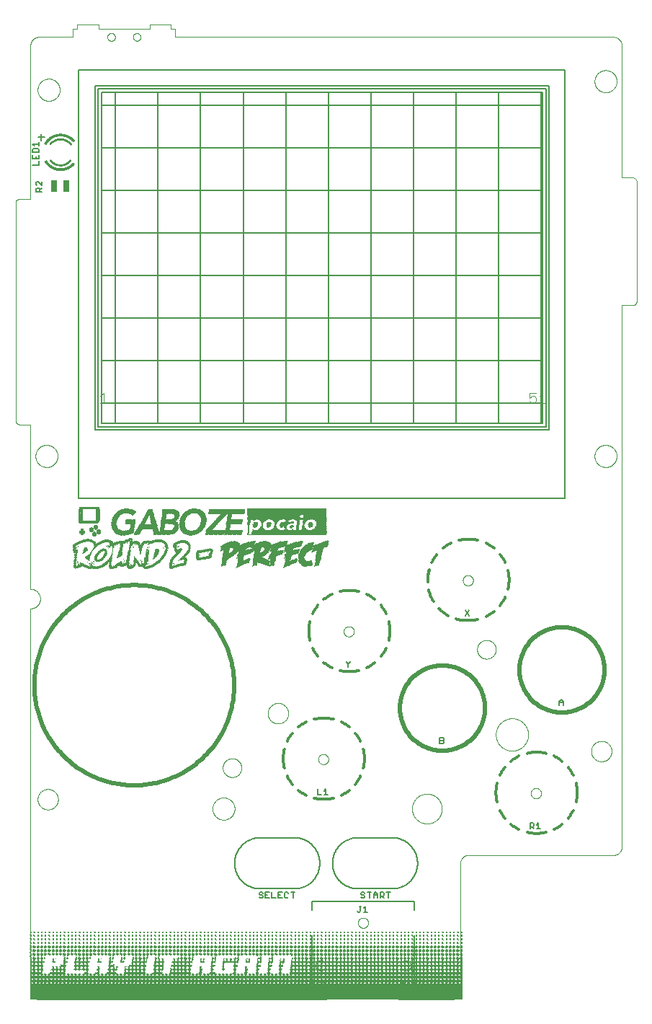
<source format=gto>
G75*
%MOIN*%
%OFA0B0*%
%FSLAX25Y25*%
%IPPOS*%
%LPD*%
%AMOC8*
5,1,8,0,0,1.08239X$1,22.5*
%
%ADD10C,0.00000*%
%ADD11C,0.00039*%
%ADD12C,0.01200*%
%ADD13C,0.02000*%
%ADD14C,0.00600*%
%ADD15R,0.00098X0.00098*%
%ADD16R,0.00492X0.00098*%
%ADD17R,0.00295X0.00098*%
%ADD18R,0.00394X0.00098*%
%ADD19R,0.00197X0.00098*%
%ADD20R,0.01083X0.00098*%
%ADD21R,0.01673X0.00098*%
%ADD22R,0.01476X0.00098*%
%ADD23R,0.00689X0.00098*%
%ADD24R,0.01378X0.00098*%
%ADD25R,0.02461X0.00098*%
%ADD26R,0.01870X0.00098*%
%ADD27R,0.01280X0.00098*%
%ADD28R,0.00787X0.00098*%
%ADD29R,0.01772X0.00098*%
%ADD30R,0.03051X0.00098*%
%ADD31R,0.02264X0.00098*%
%ADD32R,0.02067X0.00098*%
%ADD33R,0.04035X0.00098*%
%ADD34R,0.02953X0.00098*%
%ADD35R,0.02165X0.00098*%
%ADD36R,0.06594X0.00098*%
%ADD37R,0.02362X0.00098*%
%ADD38R,0.03346X0.00098*%
%ADD39R,0.07185X0.00098*%
%ADD40R,0.03642X0.00098*%
%ADD41R,0.02756X0.00098*%
%ADD42R,0.07579X0.00098*%
%ADD43R,0.02854X0.00098*%
%ADD44R,0.03839X0.00098*%
%ADD45R,0.00591X0.00098*%
%ADD46R,0.03150X0.00098*%
%ADD47R,0.07972X0.00098*%
%ADD48R,0.03740X0.00098*%
%ADD49R,0.04232X0.00098*%
%ADD50R,0.03248X0.00098*%
%ADD51R,0.03445X0.00098*%
%ADD52R,0.08366X0.00098*%
%ADD53R,0.04528X0.00098*%
%ADD54R,0.00886X0.00098*%
%ADD55R,0.00984X0.00098*%
%ADD56R,0.01969X0.00098*%
%ADD57R,0.01181X0.00098*%
%ADD58R,0.04724X0.00098*%
%ADD59R,0.05217X0.00098*%
%ADD60R,0.05118X0.00098*%
%ADD61R,0.05413X0.00098*%
%ADD62R,0.04134X0.00098*%
%ADD63R,0.05610X0.00098*%
%ADD64R,0.02657X0.00098*%
%ADD65R,0.03543X0.00098*%
%ADD66R,0.01575X0.00098*%
%ADD67R,0.05512X0.00098*%
%ADD68R,0.05807X0.00098*%
%ADD69R,0.05906X0.00098*%
%ADD70R,0.04429X0.00098*%
%ADD71R,0.04331X0.00098*%
%ADD72R,0.05315X0.00098*%
%ADD73R,0.04823X0.00098*%
%ADD74R,0.04626X0.00098*%
%ADD75R,0.05020X0.00098*%
%ADD76R,0.07776X0.00098*%
%ADD77R,0.07874X0.00098*%
%ADD78R,0.06004X0.00098*%
%ADD79R,0.02559X0.00098*%
%ADD80R,0.06988X0.00098*%
%ADD81R,0.07480X0.00098*%
%ADD82R,0.07283X0.00098*%
%ADD83R,0.06791X0.00098*%
%ADD84R,0.06398X0.00098*%
%ADD85R,0.05709X0.00098*%
%ADD86R,0.06201X0.00098*%
%ADD87R,0.06890X0.00098*%
%ADD88R,0.03937X0.00098*%
%ADD89R,0.04921X0.00098*%
%ADD90R,0.06102X0.00098*%
%ADD91R,0.08957X0.00098*%
%ADD92R,0.08858X0.00098*%
%ADD93R,0.10039X0.00098*%
%ADD94R,0.09941X0.00098*%
%ADD95R,0.09843X0.00098*%
%ADD96R,0.09055X0.00098*%
%ADD97R,0.12992X0.00098*%
%ADD98R,0.08563X0.00098*%
%ADD99R,0.13484X0.00098*%
%ADD100R,0.12697X0.00098*%
%ADD101R,0.10630X0.00098*%
%ADD102R,0.13583X0.00098*%
%ADD103R,0.13189X0.00098*%
%ADD104R,0.06299X0.00098*%
%ADD105R,0.10925X0.00098*%
%ADD106R,0.14075X0.00098*%
%ADD107R,0.14272X0.00098*%
%ADD108R,0.13681X0.00098*%
%ADD109R,0.36909X0.00098*%
%ADD110R,0.37106X0.00098*%
%ADD111R,0.29921X0.00098*%
%ADD112R,0.08071X0.00098*%
%ADD113R,0.07087X0.00098*%
%ADD114R,0.13976X0.00098*%
%ADD115R,0.06693X0.00098*%
%ADD116R,0.06496X0.00098*%
%ADD117R,0.10335X0.00098*%
%ADD118R,0.10138X0.00098*%
%ADD119R,0.36417X0.00098*%
%ADD120R,0.34547X0.00098*%
%ADD121R,0.34449X0.00098*%
%ADD122R,0.08268X0.00098*%
%ADD123R,0.07382X0.00098*%
%ADD124R,0.09252X0.00098*%
%ADD125R,0.16929X0.00098*%
%ADD126R,0.08169X0.00098*%
%ADD127R,0.34350X0.00098*%
%ADD128R,0.08760X0.00098*%
%ADD129R,0.07677X0.00098*%
%ADD130R,0.09154X0.00098*%
%ADD131R,0.17028X0.00098*%
%ADD132R,0.09350X0.00098*%
%ADD133R,0.34252X0.00098*%
%ADD134R,0.09547X0.00098*%
%ADD135R,0.08661X0.00098*%
%ADD136R,0.09449X0.00098*%
%ADD137R,0.24902X0.00098*%
%ADD138R,0.11122X0.00098*%
%ADD139R,0.24508X0.00098*%
%ADD140R,0.11024X0.00098*%
%ADD141R,0.24409X0.00098*%
%ADD142R,0.10827X0.00098*%
%ADD143R,0.10728X0.00098*%
%ADD144R,0.24311X0.00098*%
%ADD145R,0.24213X0.00098*%
%ADD146R,0.10531X0.00098*%
%ADD147R,0.10433X0.00098*%
%ADD148R,0.24705X0.00098*%
%ADD149R,0.24803X0.00098*%
%ADD150R,0.25098X0.00098*%
%ADD151R,0.08465X0.00098*%
%ADD152R,0.09646X0.00098*%
%ADD153R,2.00000X0.00125*%
%ADD154R,0.00750X0.00125*%
%ADD155R,0.01250X0.00125*%
%ADD156R,0.01000X0.00125*%
%ADD157R,0.00625X0.00125*%
%ADD158R,0.00875X0.00125*%
%ADD159R,0.00500X0.00125*%
%ADD160R,0.01125X0.00125*%
%ADD161R,0.01375X0.00125*%
%ADD162R,0.05875X0.00125*%
%ADD163R,0.08000X0.00125*%
%ADD164R,0.02750X0.00125*%
%ADD165R,0.06250X0.00125*%
%ADD166R,0.09750X0.00125*%
%ADD167R,0.09875X0.00125*%
%ADD168R,0.02875X0.00125*%
%ADD169R,0.04500X0.00125*%
%ADD170R,0.01750X0.00125*%
%ADD171R,0.01625X0.00125*%
%ADD172R,0.80125X0.00125*%
%ADD173R,0.05625X0.00125*%
%ADD174R,0.07000X0.00125*%
%ADD175R,0.04250X0.00125*%
%ADD176R,0.09625X0.00125*%
%ADD177R,0.04375X0.00125*%
%ADD178R,0.02625X0.00125*%
%ADD179R,0.01500X0.00125*%
%ADD180R,0.80000X0.00125*%
%ADD181R,0.07125X0.00125*%
%ADD182R,0.02500X0.00125*%
%ADD183R,0.79875X0.00125*%
%ADD184R,0.00125X0.00125*%
%ADD185R,0.00375X0.00125*%
%ADD186R,0.00250X0.00125*%
%ADD187R,0.06875X0.00125*%
%ADD188R,0.79750X0.00125*%
%ADD189R,0.06125X0.00125*%
%ADD190R,0.07875X0.00125*%
%ADD191R,0.79500X0.00125*%
%ADD192R,0.06500X0.00125*%
%ADD193R,0.79250X0.00125*%
%ADD194R,0.01875X0.00125*%
%ADD195R,0.79125X0.00125*%
%ADD196R,0.09500X0.00125*%
%ADD197C,0.00500*%
%ADD198R,0.02559X0.05512*%
%ADD199C,0.00060*%
%ADD200C,0.00100*%
%ADD201C,0.00800*%
%ADD202C,0.00400*%
D10*
X0029320Y0023079D02*
X0029320Y0199850D01*
X0029453Y0199852D01*
X0029586Y0199858D01*
X0029718Y0199868D01*
X0029851Y0199881D01*
X0029982Y0199899D01*
X0030114Y0199920D01*
X0030244Y0199945D01*
X0030374Y0199974D01*
X0030503Y0200007D01*
X0030630Y0200044D01*
X0030757Y0200084D01*
X0030883Y0200128D01*
X0031007Y0200176D01*
X0031129Y0200227D01*
X0031250Y0200282D01*
X0031370Y0200341D01*
X0031487Y0200402D01*
X0031603Y0200468D01*
X0031717Y0200536D01*
X0031829Y0200608D01*
X0031938Y0200684D01*
X0032046Y0200762D01*
X0032151Y0200844D01*
X0032253Y0200928D01*
X0032353Y0201016D01*
X0032451Y0201106D01*
X0032545Y0201200D01*
X0032637Y0201296D01*
X0032726Y0201395D01*
X0032812Y0201496D01*
X0032895Y0201600D01*
X0032975Y0201706D01*
X0033052Y0201814D01*
X0033126Y0201925D01*
X0033196Y0202038D01*
X0033263Y0202152D01*
X0033327Y0202269D01*
X0033387Y0202388D01*
X0033444Y0202508D01*
X0033497Y0202630D01*
X0033546Y0202753D01*
X0033592Y0202878D01*
X0033635Y0203004D01*
X0033673Y0203131D01*
X0033708Y0203260D01*
X0033739Y0203389D01*
X0033766Y0203519D01*
X0033789Y0203650D01*
X0033809Y0203781D01*
X0033824Y0203914D01*
X0033836Y0204046D01*
X0033844Y0204179D01*
X0033848Y0204312D01*
X0033848Y0204444D01*
X0033844Y0204577D01*
X0033836Y0204710D01*
X0033824Y0204842D01*
X0033809Y0204975D01*
X0033789Y0205106D01*
X0033766Y0205237D01*
X0033739Y0205367D01*
X0033708Y0205496D01*
X0033673Y0205625D01*
X0033635Y0205752D01*
X0033592Y0205878D01*
X0033546Y0206003D01*
X0033497Y0206126D01*
X0033444Y0206248D01*
X0033387Y0206368D01*
X0033327Y0206487D01*
X0033263Y0206604D01*
X0033196Y0206718D01*
X0033126Y0206831D01*
X0033052Y0206942D01*
X0032975Y0207050D01*
X0032895Y0207156D01*
X0032812Y0207260D01*
X0032726Y0207361D01*
X0032637Y0207460D01*
X0032545Y0207556D01*
X0032451Y0207650D01*
X0032353Y0207740D01*
X0032253Y0207828D01*
X0032151Y0207912D01*
X0032046Y0207994D01*
X0031938Y0208072D01*
X0031829Y0208148D01*
X0031717Y0208220D01*
X0031603Y0208288D01*
X0031487Y0208354D01*
X0031370Y0208415D01*
X0031250Y0208474D01*
X0031129Y0208529D01*
X0031007Y0208580D01*
X0030883Y0208628D01*
X0030757Y0208672D01*
X0030630Y0208712D01*
X0030503Y0208749D01*
X0030374Y0208782D01*
X0030244Y0208811D01*
X0030114Y0208836D01*
X0029982Y0208857D01*
X0029851Y0208875D01*
X0029718Y0208888D01*
X0029586Y0208898D01*
X0029453Y0208904D01*
X0029320Y0208906D01*
X0029320Y0284890D01*
X0024399Y0284890D01*
X0024399Y0284889D02*
X0024313Y0284891D01*
X0024227Y0284896D01*
X0024142Y0284906D01*
X0024057Y0284919D01*
X0023973Y0284936D01*
X0023889Y0284956D01*
X0023807Y0284980D01*
X0023726Y0285008D01*
X0023645Y0285039D01*
X0023567Y0285073D01*
X0023490Y0285111D01*
X0023414Y0285153D01*
X0023341Y0285197D01*
X0023270Y0285245D01*
X0023200Y0285296D01*
X0023133Y0285350D01*
X0023069Y0285406D01*
X0023007Y0285466D01*
X0022947Y0285528D01*
X0022891Y0285592D01*
X0022837Y0285659D01*
X0022786Y0285729D01*
X0022738Y0285800D01*
X0022694Y0285874D01*
X0022652Y0285949D01*
X0022614Y0286026D01*
X0022580Y0286104D01*
X0022549Y0286185D01*
X0022521Y0286266D01*
X0022497Y0286348D01*
X0022477Y0286432D01*
X0022460Y0286516D01*
X0022447Y0286601D01*
X0022437Y0286686D01*
X0022432Y0286772D01*
X0022430Y0286858D01*
X0022430Y0387252D01*
X0022432Y0387338D01*
X0022437Y0387424D01*
X0022447Y0387509D01*
X0022460Y0387594D01*
X0022477Y0387678D01*
X0022497Y0387762D01*
X0022521Y0387844D01*
X0022549Y0387925D01*
X0022580Y0388006D01*
X0022614Y0388084D01*
X0022652Y0388161D01*
X0022694Y0388237D01*
X0022738Y0388310D01*
X0022786Y0388381D01*
X0022837Y0388451D01*
X0022891Y0388518D01*
X0022947Y0388582D01*
X0023007Y0388644D01*
X0023069Y0388704D01*
X0023133Y0388760D01*
X0023200Y0388814D01*
X0023270Y0388865D01*
X0023341Y0388913D01*
X0023415Y0388957D01*
X0023490Y0388999D01*
X0023567Y0389037D01*
X0023645Y0389071D01*
X0023726Y0389102D01*
X0023807Y0389130D01*
X0023889Y0389154D01*
X0023973Y0389174D01*
X0024057Y0389191D01*
X0024142Y0389204D01*
X0024227Y0389214D01*
X0024313Y0389219D01*
X0024399Y0389221D01*
X0024399Y0389220D02*
X0029320Y0389220D01*
X0029320Y0460087D01*
X0029322Y0460211D01*
X0029328Y0460334D01*
X0029337Y0460458D01*
X0029351Y0460580D01*
X0029368Y0460703D01*
X0029390Y0460825D01*
X0029415Y0460946D01*
X0029444Y0461066D01*
X0029476Y0461185D01*
X0029513Y0461304D01*
X0029553Y0461421D01*
X0029596Y0461536D01*
X0029644Y0461651D01*
X0029695Y0461763D01*
X0029749Y0461874D01*
X0029807Y0461984D01*
X0029868Y0462091D01*
X0029933Y0462197D01*
X0030001Y0462300D01*
X0030072Y0462401D01*
X0030146Y0462500D01*
X0030223Y0462597D01*
X0030304Y0462691D01*
X0030387Y0462782D01*
X0030473Y0462871D01*
X0030562Y0462957D01*
X0030653Y0463040D01*
X0030747Y0463121D01*
X0030844Y0463198D01*
X0030943Y0463272D01*
X0031044Y0463343D01*
X0031147Y0463411D01*
X0031253Y0463476D01*
X0031360Y0463537D01*
X0031470Y0463595D01*
X0031581Y0463649D01*
X0031693Y0463700D01*
X0031808Y0463748D01*
X0031923Y0463791D01*
X0032040Y0463831D01*
X0032159Y0463868D01*
X0032278Y0463900D01*
X0032398Y0463929D01*
X0032519Y0463954D01*
X0032641Y0463976D01*
X0032764Y0463993D01*
X0032886Y0464007D01*
X0033010Y0464016D01*
X0033133Y0464022D01*
X0033257Y0464024D01*
X0049005Y0464024D01*
X0049005Y0467961D01*
X0050974Y0467961D01*
X0050974Y0469929D01*
X0060816Y0469929D01*
X0060816Y0467961D01*
X0084438Y0467961D01*
X0084438Y0469929D01*
X0094281Y0469929D01*
X0094281Y0467961D01*
X0096249Y0467961D01*
X0096249Y0464024D01*
X0299005Y0464024D01*
X0299129Y0464022D01*
X0299252Y0464016D01*
X0299376Y0464007D01*
X0299498Y0463993D01*
X0299621Y0463976D01*
X0299743Y0463954D01*
X0299864Y0463929D01*
X0299984Y0463900D01*
X0300103Y0463868D01*
X0300222Y0463831D01*
X0300339Y0463791D01*
X0300454Y0463748D01*
X0300569Y0463700D01*
X0300681Y0463649D01*
X0300792Y0463595D01*
X0300902Y0463537D01*
X0301009Y0463476D01*
X0301115Y0463411D01*
X0301218Y0463343D01*
X0301319Y0463272D01*
X0301418Y0463198D01*
X0301515Y0463121D01*
X0301609Y0463040D01*
X0301700Y0462957D01*
X0301789Y0462871D01*
X0301875Y0462782D01*
X0301958Y0462691D01*
X0302039Y0462597D01*
X0302116Y0462500D01*
X0302190Y0462401D01*
X0302261Y0462300D01*
X0302329Y0462197D01*
X0302394Y0462091D01*
X0302455Y0461984D01*
X0302513Y0461874D01*
X0302567Y0461763D01*
X0302618Y0461651D01*
X0302666Y0461536D01*
X0302709Y0461421D01*
X0302749Y0461304D01*
X0302786Y0461185D01*
X0302818Y0461066D01*
X0302847Y0460946D01*
X0302872Y0460825D01*
X0302894Y0460703D01*
X0302911Y0460580D01*
X0302925Y0460458D01*
X0302934Y0460334D01*
X0302940Y0460211D01*
X0302942Y0460087D01*
X0302942Y0399063D01*
X0307864Y0399063D01*
X0307950Y0399061D01*
X0308036Y0399056D01*
X0308121Y0399046D01*
X0308206Y0399033D01*
X0308290Y0399016D01*
X0308374Y0398996D01*
X0308456Y0398972D01*
X0308537Y0398944D01*
X0308618Y0398913D01*
X0308696Y0398879D01*
X0308773Y0398841D01*
X0308849Y0398799D01*
X0308922Y0398755D01*
X0308993Y0398707D01*
X0309063Y0398656D01*
X0309130Y0398602D01*
X0309194Y0398546D01*
X0309256Y0398486D01*
X0309316Y0398424D01*
X0309372Y0398360D01*
X0309426Y0398293D01*
X0309477Y0398223D01*
X0309525Y0398152D01*
X0309569Y0398079D01*
X0309611Y0398003D01*
X0309649Y0397926D01*
X0309683Y0397848D01*
X0309714Y0397767D01*
X0309742Y0397686D01*
X0309766Y0397604D01*
X0309786Y0397520D01*
X0309803Y0397436D01*
X0309816Y0397351D01*
X0309826Y0397266D01*
X0309831Y0397180D01*
X0309833Y0397094D01*
X0309832Y0397094D02*
X0309832Y0341976D01*
X0309833Y0341976D02*
X0309831Y0341890D01*
X0309826Y0341804D01*
X0309816Y0341719D01*
X0309803Y0341634D01*
X0309786Y0341550D01*
X0309766Y0341466D01*
X0309742Y0341384D01*
X0309714Y0341303D01*
X0309683Y0341222D01*
X0309649Y0341144D01*
X0309611Y0341067D01*
X0309569Y0340992D01*
X0309525Y0340918D01*
X0309477Y0340847D01*
X0309426Y0340777D01*
X0309372Y0340710D01*
X0309316Y0340646D01*
X0309256Y0340584D01*
X0309194Y0340524D01*
X0309130Y0340468D01*
X0309063Y0340414D01*
X0308993Y0340363D01*
X0308922Y0340315D01*
X0308849Y0340271D01*
X0308773Y0340229D01*
X0308696Y0340191D01*
X0308618Y0340157D01*
X0308537Y0340126D01*
X0308456Y0340098D01*
X0308374Y0340074D01*
X0308290Y0340054D01*
X0308206Y0340037D01*
X0308121Y0340024D01*
X0308036Y0340014D01*
X0307950Y0340009D01*
X0307864Y0340007D01*
X0307864Y0340008D02*
X0302942Y0340008D01*
X0302942Y0089811D01*
X0302940Y0089687D01*
X0302934Y0089564D01*
X0302925Y0089440D01*
X0302911Y0089318D01*
X0302894Y0089195D01*
X0302872Y0089073D01*
X0302847Y0088952D01*
X0302818Y0088832D01*
X0302786Y0088713D01*
X0302749Y0088594D01*
X0302709Y0088477D01*
X0302666Y0088362D01*
X0302618Y0088247D01*
X0302567Y0088135D01*
X0302513Y0088024D01*
X0302455Y0087914D01*
X0302394Y0087807D01*
X0302329Y0087701D01*
X0302261Y0087598D01*
X0302190Y0087497D01*
X0302116Y0087398D01*
X0302039Y0087301D01*
X0301958Y0087207D01*
X0301875Y0087116D01*
X0301789Y0087027D01*
X0301700Y0086941D01*
X0301609Y0086858D01*
X0301515Y0086777D01*
X0301418Y0086700D01*
X0301319Y0086626D01*
X0301218Y0086555D01*
X0301115Y0086487D01*
X0301009Y0086422D01*
X0300902Y0086361D01*
X0300792Y0086303D01*
X0300681Y0086249D01*
X0300569Y0086198D01*
X0300454Y0086150D01*
X0300339Y0086107D01*
X0300222Y0086067D01*
X0300103Y0086030D01*
X0299984Y0085998D01*
X0299864Y0085969D01*
X0299743Y0085944D01*
X0299621Y0085922D01*
X0299498Y0085905D01*
X0299376Y0085891D01*
X0299252Y0085882D01*
X0299129Y0085876D01*
X0299005Y0085874D01*
X0232076Y0085874D01*
X0231952Y0085872D01*
X0231829Y0085866D01*
X0231705Y0085857D01*
X0231583Y0085843D01*
X0231460Y0085826D01*
X0231338Y0085804D01*
X0231217Y0085779D01*
X0231097Y0085750D01*
X0230978Y0085718D01*
X0230859Y0085681D01*
X0230742Y0085641D01*
X0230627Y0085598D01*
X0230512Y0085550D01*
X0230400Y0085499D01*
X0230289Y0085445D01*
X0230179Y0085387D01*
X0230072Y0085326D01*
X0229966Y0085261D01*
X0229863Y0085193D01*
X0229762Y0085122D01*
X0229663Y0085048D01*
X0229566Y0084971D01*
X0229472Y0084890D01*
X0229381Y0084807D01*
X0229292Y0084721D01*
X0229206Y0084632D01*
X0229123Y0084541D01*
X0229042Y0084447D01*
X0228965Y0084350D01*
X0228891Y0084251D01*
X0228820Y0084150D01*
X0228752Y0084047D01*
X0228687Y0083941D01*
X0228626Y0083834D01*
X0228568Y0083724D01*
X0228514Y0083613D01*
X0228463Y0083501D01*
X0228415Y0083386D01*
X0228372Y0083271D01*
X0228332Y0083154D01*
X0228295Y0083035D01*
X0228263Y0082916D01*
X0228234Y0082796D01*
X0228209Y0082675D01*
X0228187Y0082553D01*
X0228170Y0082430D01*
X0228156Y0082308D01*
X0228147Y0082184D01*
X0228141Y0082061D01*
X0228139Y0081937D01*
X0228139Y0023079D01*
X0228137Y0022955D01*
X0228131Y0022832D01*
X0228122Y0022708D01*
X0228108Y0022586D01*
X0228091Y0022463D01*
X0228069Y0022341D01*
X0228044Y0022220D01*
X0228015Y0022100D01*
X0227983Y0021981D01*
X0227946Y0021862D01*
X0227906Y0021745D01*
X0227863Y0021630D01*
X0227815Y0021515D01*
X0227764Y0021403D01*
X0227710Y0021292D01*
X0227652Y0021182D01*
X0227591Y0021075D01*
X0227526Y0020969D01*
X0227458Y0020866D01*
X0227387Y0020765D01*
X0227313Y0020666D01*
X0227236Y0020569D01*
X0227155Y0020475D01*
X0227072Y0020384D01*
X0226986Y0020295D01*
X0226897Y0020209D01*
X0226806Y0020126D01*
X0226712Y0020045D01*
X0226615Y0019968D01*
X0226516Y0019894D01*
X0226415Y0019823D01*
X0226312Y0019755D01*
X0226206Y0019690D01*
X0226099Y0019629D01*
X0225989Y0019571D01*
X0225878Y0019517D01*
X0225766Y0019466D01*
X0225651Y0019418D01*
X0225536Y0019375D01*
X0225419Y0019335D01*
X0225300Y0019298D01*
X0225181Y0019266D01*
X0225061Y0019237D01*
X0224940Y0019212D01*
X0224818Y0019190D01*
X0224695Y0019173D01*
X0224573Y0019159D01*
X0224449Y0019150D01*
X0224326Y0019144D01*
X0224202Y0019142D01*
X0200580Y0019142D01*
X0200456Y0019144D01*
X0200333Y0019150D01*
X0200209Y0019159D01*
X0200087Y0019173D01*
X0199964Y0019190D01*
X0199842Y0019212D01*
X0199721Y0019237D01*
X0199601Y0019266D01*
X0199482Y0019298D01*
X0199363Y0019335D01*
X0199246Y0019375D01*
X0199131Y0019418D01*
X0199016Y0019466D01*
X0198904Y0019517D01*
X0198793Y0019571D01*
X0198683Y0019629D01*
X0198576Y0019690D01*
X0198470Y0019755D01*
X0198367Y0019823D01*
X0198266Y0019894D01*
X0198167Y0019968D01*
X0198070Y0020045D01*
X0197976Y0020126D01*
X0197885Y0020209D01*
X0197796Y0020295D01*
X0197710Y0020384D01*
X0197627Y0020475D01*
X0197546Y0020569D01*
X0197469Y0020666D01*
X0197395Y0020765D01*
X0197324Y0020866D01*
X0197256Y0020969D01*
X0197191Y0021075D01*
X0197130Y0021182D01*
X0197072Y0021292D01*
X0197018Y0021403D01*
X0196967Y0021515D01*
X0196919Y0021630D01*
X0196876Y0021745D01*
X0196836Y0021862D01*
X0196799Y0021981D01*
X0196767Y0022100D01*
X0196738Y0022220D01*
X0196713Y0022341D01*
X0196691Y0022463D01*
X0196674Y0022586D01*
X0196660Y0022708D01*
X0196651Y0022832D01*
X0196645Y0022955D01*
X0196643Y0023079D01*
X0196643Y0026031D01*
X0169084Y0026031D01*
X0169084Y0023079D01*
X0169082Y0022955D01*
X0169076Y0022832D01*
X0169067Y0022708D01*
X0169053Y0022586D01*
X0169036Y0022463D01*
X0169014Y0022341D01*
X0168989Y0022220D01*
X0168960Y0022100D01*
X0168928Y0021981D01*
X0168891Y0021862D01*
X0168851Y0021745D01*
X0168808Y0021630D01*
X0168760Y0021515D01*
X0168709Y0021403D01*
X0168655Y0021292D01*
X0168597Y0021182D01*
X0168536Y0021075D01*
X0168471Y0020969D01*
X0168403Y0020866D01*
X0168332Y0020765D01*
X0168258Y0020666D01*
X0168181Y0020569D01*
X0168100Y0020475D01*
X0168017Y0020384D01*
X0167931Y0020295D01*
X0167842Y0020209D01*
X0167751Y0020126D01*
X0167657Y0020045D01*
X0167560Y0019968D01*
X0167461Y0019894D01*
X0167360Y0019823D01*
X0167257Y0019755D01*
X0167151Y0019690D01*
X0167044Y0019629D01*
X0166934Y0019571D01*
X0166823Y0019517D01*
X0166711Y0019466D01*
X0166596Y0019418D01*
X0166481Y0019375D01*
X0166364Y0019335D01*
X0166245Y0019298D01*
X0166126Y0019266D01*
X0166006Y0019237D01*
X0165885Y0019212D01*
X0165763Y0019190D01*
X0165640Y0019173D01*
X0165518Y0019159D01*
X0165394Y0019150D01*
X0165271Y0019144D01*
X0165147Y0019142D01*
X0033257Y0019142D01*
X0033133Y0019144D01*
X0033010Y0019150D01*
X0032886Y0019159D01*
X0032764Y0019173D01*
X0032641Y0019190D01*
X0032519Y0019212D01*
X0032398Y0019237D01*
X0032278Y0019266D01*
X0032159Y0019298D01*
X0032040Y0019335D01*
X0031923Y0019375D01*
X0031808Y0019418D01*
X0031693Y0019466D01*
X0031581Y0019517D01*
X0031470Y0019571D01*
X0031360Y0019629D01*
X0031253Y0019690D01*
X0031147Y0019755D01*
X0031044Y0019823D01*
X0030943Y0019894D01*
X0030844Y0019968D01*
X0030747Y0020045D01*
X0030653Y0020126D01*
X0030562Y0020209D01*
X0030473Y0020295D01*
X0030387Y0020384D01*
X0030304Y0020475D01*
X0030223Y0020569D01*
X0030146Y0020666D01*
X0030072Y0020765D01*
X0030001Y0020866D01*
X0029933Y0020969D01*
X0029868Y0021075D01*
X0029807Y0021182D01*
X0029749Y0021292D01*
X0029695Y0021403D01*
X0029644Y0021515D01*
X0029596Y0021630D01*
X0029553Y0021745D01*
X0029513Y0021862D01*
X0029476Y0021981D01*
X0029444Y0022100D01*
X0029415Y0022220D01*
X0029390Y0022341D01*
X0029368Y0022463D01*
X0029351Y0022586D01*
X0029337Y0022708D01*
X0029328Y0022832D01*
X0029322Y0022955D01*
X0029320Y0023079D01*
X0161210Y0025047D02*
X0161212Y0025144D01*
X0161218Y0025241D01*
X0161228Y0025337D01*
X0161242Y0025433D01*
X0161260Y0025529D01*
X0161281Y0025623D01*
X0161307Y0025717D01*
X0161336Y0025809D01*
X0161370Y0025900D01*
X0161406Y0025990D01*
X0161447Y0026078D01*
X0161491Y0026164D01*
X0161539Y0026249D01*
X0161590Y0026331D01*
X0161644Y0026412D01*
X0161702Y0026490D01*
X0161763Y0026565D01*
X0161826Y0026638D01*
X0161893Y0026709D01*
X0161963Y0026776D01*
X0162035Y0026841D01*
X0162110Y0026902D01*
X0162188Y0026961D01*
X0162267Y0027016D01*
X0162349Y0027068D01*
X0162433Y0027116D01*
X0162519Y0027161D01*
X0162607Y0027203D01*
X0162696Y0027241D01*
X0162787Y0027275D01*
X0162879Y0027305D01*
X0162972Y0027332D01*
X0163067Y0027354D01*
X0163162Y0027373D01*
X0163258Y0027388D01*
X0163354Y0027399D01*
X0163451Y0027406D01*
X0163548Y0027409D01*
X0163645Y0027408D01*
X0163742Y0027403D01*
X0163838Y0027394D01*
X0163934Y0027381D01*
X0164030Y0027364D01*
X0164125Y0027343D01*
X0164218Y0027319D01*
X0164311Y0027290D01*
X0164403Y0027258D01*
X0164493Y0027222D01*
X0164581Y0027183D01*
X0164668Y0027139D01*
X0164753Y0027093D01*
X0164836Y0027042D01*
X0164917Y0026989D01*
X0164995Y0026932D01*
X0165072Y0026872D01*
X0165145Y0026809D01*
X0165216Y0026743D01*
X0165284Y0026674D01*
X0165350Y0026602D01*
X0165412Y0026528D01*
X0165471Y0026451D01*
X0165527Y0026372D01*
X0165580Y0026290D01*
X0165630Y0026207D01*
X0165675Y0026121D01*
X0165718Y0026034D01*
X0165757Y0025945D01*
X0165792Y0025855D01*
X0165823Y0025763D01*
X0165850Y0025670D01*
X0165874Y0025576D01*
X0165894Y0025481D01*
X0165910Y0025385D01*
X0165922Y0025289D01*
X0165930Y0025192D01*
X0165934Y0025095D01*
X0165934Y0024999D01*
X0165930Y0024902D01*
X0165922Y0024805D01*
X0165910Y0024709D01*
X0165894Y0024613D01*
X0165874Y0024518D01*
X0165850Y0024424D01*
X0165823Y0024331D01*
X0165792Y0024239D01*
X0165757Y0024149D01*
X0165718Y0024060D01*
X0165675Y0023973D01*
X0165630Y0023887D01*
X0165580Y0023804D01*
X0165527Y0023722D01*
X0165471Y0023643D01*
X0165412Y0023566D01*
X0165350Y0023492D01*
X0165284Y0023420D01*
X0165216Y0023351D01*
X0165145Y0023285D01*
X0165072Y0023222D01*
X0164995Y0023162D01*
X0164917Y0023105D01*
X0164836Y0023052D01*
X0164753Y0023001D01*
X0164668Y0022955D01*
X0164581Y0022911D01*
X0164493Y0022872D01*
X0164403Y0022836D01*
X0164311Y0022804D01*
X0164218Y0022775D01*
X0164125Y0022751D01*
X0164030Y0022730D01*
X0163934Y0022713D01*
X0163838Y0022700D01*
X0163742Y0022691D01*
X0163645Y0022686D01*
X0163548Y0022685D01*
X0163451Y0022688D01*
X0163354Y0022695D01*
X0163258Y0022706D01*
X0163162Y0022721D01*
X0163067Y0022740D01*
X0162972Y0022762D01*
X0162879Y0022789D01*
X0162787Y0022819D01*
X0162696Y0022853D01*
X0162607Y0022891D01*
X0162519Y0022933D01*
X0162433Y0022978D01*
X0162349Y0023026D01*
X0162267Y0023078D01*
X0162188Y0023133D01*
X0162110Y0023192D01*
X0162035Y0023253D01*
X0161963Y0023318D01*
X0161893Y0023385D01*
X0161826Y0023456D01*
X0161763Y0023529D01*
X0161702Y0023604D01*
X0161644Y0023682D01*
X0161590Y0023763D01*
X0161539Y0023845D01*
X0161491Y0023930D01*
X0161447Y0024016D01*
X0161406Y0024104D01*
X0161370Y0024194D01*
X0161336Y0024285D01*
X0161307Y0024377D01*
X0161281Y0024471D01*
X0161260Y0024565D01*
X0161242Y0024661D01*
X0161228Y0024757D01*
X0161218Y0024853D01*
X0161212Y0024950D01*
X0161210Y0025047D01*
X0161210Y0034890D02*
X0161212Y0034987D01*
X0161218Y0035084D01*
X0161228Y0035180D01*
X0161242Y0035276D01*
X0161260Y0035372D01*
X0161281Y0035466D01*
X0161307Y0035560D01*
X0161336Y0035652D01*
X0161370Y0035743D01*
X0161406Y0035833D01*
X0161447Y0035921D01*
X0161491Y0036007D01*
X0161539Y0036092D01*
X0161590Y0036174D01*
X0161644Y0036255D01*
X0161702Y0036333D01*
X0161763Y0036408D01*
X0161826Y0036481D01*
X0161893Y0036552D01*
X0161963Y0036619D01*
X0162035Y0036684D01*
X0162110Y0036745D01*
X0162188Y0036804D01*
X0162267Y0036859D01*
X0162349Y0036911D01*
X0162433Y0036959D01*
X0162519Y0037004D01*
X0162607Y0037046D01*
X0162696Y0037084D01*
X0162787Y0037118D01*
X0162879Y0037148D01*
X0162972Y0037175D01*
X0163067Y0037197D01*
X0163162Y0037216D01*
X0163258Y0037231D01*
X0163354Y0037242D01*
X0163451Y0037249D01*
X0163548Y0037252D01*
X0163645Y0037251D01*
X0163742Y0037246D01*
X0163838Y0037237D01*
X0163934Y0037224D01*
X0164030Y0037207D01*
X0164125Y0037186D01*
X0164218Y0037162D01*
X0164311Y0037133D01*
X0164403Y0037101D01*
X0164493Y0037065D01*
X0164581Y0037026D01*
X0164668Y0036982D01*
X0164753Y0036936D01*
X0164836Y0036885D01*
X0164917Y0036832D01*
X0164995Y0036775D01*
X0165072Y0036715D01*
X0165145Y0036652D01*
X0165216Y0036586D01*
X0165284Y0036517D01*
X0165350Y0036445D01*
X0165412Y0036371D01*
X0165471Y0036294D01*
X0165527Y0036215D01*
X0165580Y0036133D01*
X0165630Y0036050D01*
X0165675Y0035964D01*
X0165718Y0035877D01*
X0165757Y0035788D01*
X0165792Y0035698D01*
X0165823Y0035606D01*
X0165850Y0035513D01*
X0165874Y0035419D01*
X0165894Y0035324D01*
X0165910Y0035228D01*
X0165922Y0035132D01*
X0165930Y0035035D01*
X0165934Y0034938D01*
X0165934Y0034842D01*
X0165930Y0034745D01*
X0165922Y0034648D01*
X0165910Y0034552D01*
X0165894Y0034456D01*
X0165874Y0034361D01*
X0165850Y0034267D01*
X0165823Y0034174D01*
X0165792Y0034082D01*
X0165757Y0033992D01*
X0165718Y0033903D01*
X0165675Y0033816D01*
X0165630Y0033730D01*
X0165580Y0033647D01*
X0165527Y0033565D01*
X0165471Y0033486D01*
X0165412Y0033409D01*
X0165350Y0033335D01*
X0165284Y0033263D01*
X0165216Y0033194D01*
X0165145Y0033128D01*
X0165072Y0033065D01*
X0164995Y0033005D01*
X0164917Y0032948D01*
X0164836Y0032895D01*
X0164753Y0032844D01*
X0164668Y0032798D01*
X0164581Y0032754D01*
X0164493Y0032715D01*
X0164403Y0032679D01*
X0164311Y0032647D01*
X0164218Y0032618D01*
X0164125Y0032594D01*
X0164030Y0032573D01*
X0163934Y0032556D01*
X0163838Y0032543D01*
X0163742Y0032534D01*
X0163645Y0032529D01*
X0163548Y0032528D01*
X0163451Y0032531D01*
X0163354Y0032538D01*
X0163258Y0032549D01*
X0163162Y0032564D01*
X0163067Y0032583D01*
X0162972Y0032605D01*
X0162879Y0032632D01*
X0162787Y0032662D01*
X0162696Y0032696D01*
X0162607Y0032734D01*
X0162519Y0032776D01*
X0162433Y0032821D01*
X0162349Y0032869D01*
X0162267Y0032921D01*
X0162188Y0032976D01*
X0162110Y0033035D01*
X0162035Y0033096D01*
X0161963Y0033161D01*
X0161893Y0033228D01*
X0161826Y0033299D01*
X0161763Y0033372D01*
X0161702Y0033447D01*
X0161644Y0033525D01*
X0161590Y0033606D01*
X0161539Y0033688D01*
X0161491Y0033773D01*
X0161447Y0033859D01*
X0161406Y0033947D01*
X0161370Y0034037D01*
X0161336Y0034128D01*
X0161307Y0034220D01*
X0161281Y0034314D01*
X0161260Y0034408D01*
X0161242Y0034504D01*
X0161228Y0034600D01*
X0161218Y0034696D01*
X0161212Y0034793D01*
X0161210Y0034890D01*
X0180895Y0054575D02*
X0180897Y0054672D01*
X0180903Y0054769D01*
X0180913Y0054865D01*
X0180927Y0054961D01*
X0180945Y0055057D01*
X0180966Y0055151D01*
X0180992Y0055245D01*
X0181021Y0055337D01*
X0181055Y0055428D01*
X0181091Y0055518D01*
X0181132Y0055606D01*
X0181176Y0055692D01*
X0181224Y0055777D01*
X0181275Y0055859D01*
X0181329Y0055940D01*
X0181387Y0056018D01*
X0181448Y0056093D01*
X0181511Y0056166D01*
X0181578Y0056237D01*
X0181648Y0056304D01*
X0181720Y0056369D01*
X0181795Y0056430D01*
X0181873Y0056489D01*
X0181952Y0056544D01*
X0182034Y0056596D01*
X0182118Y0056644D01*
X0182204Y0056689D01*
X0182292Y0056731D01*
X0182381Y0056769D01*
X0182472Y0056803D01*
X0182564Y0056833D01*
X0182657Y0056860D01*
X0182752Y0056882D01*
X0182847Y0056901D01*
X0182943Y0056916D01*
X0183039Y0056927D01*
X0183136Y0056934D01*
X0183233Y0056937D01*
X0183330Y0056936D01*
X0183427Y0056931D01*
X0183523Y0056922D01*
X0183619Y0056909D01*
X0183715Y0056892D01*
X0183810Y0056871D01*
X0183903Y0056847D01*
X0183996Y0056818D01*
X0184088Y0056786D01*
X0184178Y0056750D01*
X0184266Y0056711D01*
X0184353Y0056667D01*
X0184438Y0056621D01*
X0184521Y0056570D01*
X0184602Y0056517D01*
X0184680Y0056460D01*
X0184757Y0056400D01*
X0184830Y0056337D01*
X0184901Y0056271D01*
X0184969Y0056202D01*
X0185035Y0056130D01*
X0185097Y0056056D01*
X0185156Y0055979D01*
X0185212Y0055900D01*
X0185265Y0055818D01*
X0185315Y0055735D01*
X0185360Y0055649D01*
X0185403Y0055562D01*
X0185442Y0055473D01*
X0185477Y0055383D01*
X0185508Y0055291D01*
X0185535Y0055198D01*
X0185559Y0055104D01*
X0185579Y0055009D01*
X0185595Y0054913D01*
X0185607Y0054817D01*
X0185615Y0054720D01*
X0185619Y0054623D01*
X0185619Y0054527D01*
X0185615Y0054430D01*
X0185607Y0054333D01*
X0185595Y0054237D01*
X0185579Y0054141D01*
X0185559Y0054046D01*
X0185535Y0053952D01*
X0185508Y0053859D01*
X0185477Y0053767D01*
X0185442Y0053677D01*
X0185403Y0053588D01*
X0185360Y0053501D01*
X0185315Y0053415D01*
X0185265Y0053332D01*
X0185212Y0053250D01*
X0185156Y0053171D01*
X0185097Y0053094D01*
X0185035Y0053020D01*
X0184969Y0052948D01*
X0184901Y0052879D01*
X0184830Y0052813D01*
X0184757Y0052750D01*
X0184680Y0052690D01*
X0184602Y0052633D01*
X0184521Y0052580D01*
X0184438Y0052529D01*
X0184353Y0052483D01*
X0184266Y0052439D01*
X0184178Y0052400D01*
X0184088Y0052364D01*
X0183996Y0052332D01*
X0183903Y0052303D01*
X0183810Y0052279D01*
X0183715Y0052258D01*
X0183619Y0052241D01*
X0183523Y0052228D01*
X0183427Y0052219D01*
X0183330Y0052214D01*
X0183233Y0052213D01*
X0183136Y0052216D01*
X0183039Y0052223D01*
X0182943Y0052234D01*
X0182847Y0052249D01*
X0182752Y0052268D01*
X0182657Y0052290D01*
X0182564Y0052317D01*
X0182472Y0052347D01*
X0182381Y0052381D01*
X0182292Y0052419D01*
X0182204Y0052461D01*
X0182118Y0052506D01*
X0182034Y0052554D01*
X0181952Y0052606D01*
X0181873Y0052661D01*
X0181795Y0052720D01*
X0181720Y0052781D01*
X0181648Y0052846D01*
X0181578Y0052913D01*
X0181511Y0052984D01*
X0181448Y0053057D01*
X0181387Y0053132D01*
X0181329Y0053210D01*
X0181275Y0053291D01*
X0181224Y0053373D01*
X0181176Y0053458D01*
X0181132Y0053544D01*
X0181091Y0053632D01*
X0181055Y0053722D01*
X0181021Y0053813D01*
X0180992Y0053905D01*
X0180966Y0053999D01*
X0180945Y0054093D01*
X0180927Y0054189D01*
X0180913Y0054285D01*
X0180903Y0054381D01*
X0180897Y0054478D01*
X0180895Y0054575D01*
X0200580Y0034890D02*
X0200582Y0034987D01*
X0200588Y0035084D01*
X0200598Y0035180D01*
X0200612Y0035276D01*
X0200630Y0035372D01*
X0200651Y0035466D01*
X0200677Y0035560D01*
X0200706Y0035652D01*
X0200740Y0035743D01*
X0200776Y0035833D01*
X0200817Y0035921D01*
X0200861Y0036007D01*
X0200909Y0036092D01*
X0200960Y0036174D01*
X0201014Y0036255D01*
X0201072Y0036333D01*
X0201133Y0036408D01*
X0201196Y0036481D01*
X0201263Y0036552D01*
X0201333Y0036619D01*
X0201405Y0036684D01*
X0201480Y0036745D01*
X0201558Y0036804D01*
X0201637Y0036859D01*
X0201719Y0036911D01*
X0201803Y0036959D01*
X0201889Y0037004D01*
X0201977Y0037046D01*
X0202066Y0037084D01*
X0202157Y0037118D01*
X0202249Y0037148D01*
X0202342Y0037175D01*
X0202437Y0037197D01*
X0202532Y0037216D01*
X0202628Y0037231D01*
X0202724Y0037242D01*
X0202821Y0037249D01*
X0202918Y0037252D01*
X0203015Y0037251D01*
X0203112Y0037246D01*
X0203208Y0037237D01*
X0203304Y0037224D01*
X0203400Y0037207D01*
X0203495Y0037186D01*
X0203588Y0037162D01*
X0203681Y0037133D01*
X0203773Y0037101D01*
X0203863Y0037065D01*
X0203951Y0037026D01*
X0204038Y0036982D01*
X0204123Y0036936D01*
X0204206Y0036885D01*
X0204287Y0036832D01*
X0204365Y0036775D01*
X0204442Y0036715D01*
X0204515Y0036652D01*
X0204586Y0036586D01*
X0204654Y0036517D01*
X0204720Y0036445D01*
X0204782Y0036371D01*
X0204841Y0036294D01*
X0204897Y0036215D01*
X0204950Y0036133D01*
X0205000Y0036050D01*
X0205045Y0035964D01*
X0205088Y0035877D01*
X0205127Y0035788D01*
X0205162Y0035698D01*
X0205193Y0035606D01*
X0205220Y0035513D01*
X0205244Y0035419D01*
X0205264Y0035324D01*
X0205280Y0035228D01*
X0205292Y0035132D01*
X0205300Y0035035D01*
X0205304Y0034938D01*
X0205304Y0034842D01*
X0205300Y0034745D01*
X0205292Y0034648D01*
X0205280Y0034552D01*
X0205264Y0034456D01*
X0205244Y0034361D01*
X0205220Y0034267D01*
X0205193Y0034174D01*
X0205162Y0034082D01*
X0205127Y0033992D01*
X0205088Y0033903D01*
X0205045Y0033816D01*
X0205000Y0033730D01*
X0204950Y0033647D01*
X0204897Y0033565D01*
X0204841Y0033486D01*
X0204782Y0033409D01*
X0204720Y0033335D01*
X0204654Y0033263D01*
X0204586Y0033194D01*
X0204515Y0033128D01*
X0204442Y0033065D01*
X0204365Y0033005D01*
X0204287Y0032948D01*
X0204206Y0032895D01*
X0204123Y0032844D01*
X0204038Y0032798D01*
X0203951Y0032754D01*
X0203863Y0032715D01*
X0203773Y0032679D01*
X0203681Y0032647D01*
X0203588Y0032618D01*
X0203495Y0032594D01*
X0203400Y0032573D01*
X0203304Y0032556D01*
X0203208Y0032543D01*
X0203112Y0032534D01*
X0203015Y0032529D01*
X0202918Y0032528D01*
X0202821Y0032531D01*
X0202724Y0032538D01*
X0202628Y0032549D01*
X0202532Y0032564D01*
X0202437Y0032583D01*
X0202342Y0032605D01*
X0202249Y0032632D01*
X0202157Y0032662D01*
X0202066Y0032696D01*
X0201977Y0032734D01*
X0201889Y0032776D01*
X0201803Y0032821D01*
X0201719Y0032869D01*
X0201637Y0032921D01*
X0201558Y0032976D01*
X0201480Y0033035D01*
X0201405Y0033096D01*
X0201333Y0033161D01*
X0201263Y0033228D01*
X0201196Y0033299D01*
X0201133Y0033372D01*
X0201072Y0033447D01*
X0201014Y0033525D01*
X0200960Y0033606D01*
X0200909Y0033688D01*
X0200861Y0033773D01*
X0200817Y0033859D01*
X0200776Y0033947D01*
X0200740Y0034037D01*
X0200706Y0034128D01*
X0200677Y0034220D01*
X0200651Y0034314D01*
X0200630Y0034408D01*
X0200612Y0034504D01*
X0200598Y0034600D01*
X0200588Y0034696D01*
X0200582Y0034793D01*
X0200580Y0034890D01*
X0200580Y0025047D02*
X0200582Y0025144D01*
X0200588Y0025241D01*
X0200598Y0025337D01*
X0200612Y0025433D01*
X0200630Y0025529D01*
X0200651Y0025623D01*
X0200677Y0025717D01*
X0200706Y0025809D01*
X0200740Y0025900D01*
X0200776Y0025990D01*
X0200817Y0026078D01*
X0200861Y0026164D01*
X0200909Y0026249D01*
X0200960Y0026331D01*
X0201014Y0026412D01*
X0201072Y0026490D01*
X0201133Y0026565D01*
X0201196Y0026638D01*
X0201263Y0026709D01*
X0201333Y0026776D01*
X0201405Y0026841D01*
X0201480Y0026902D01*
X0201558Y0026961D01*
X0201637Y0027016D01*
X0201719Y0027068D01*
X0201803Y0027116D01*
X0201889Y0027161D01*
X0201977Y0027203D01*
X0202066Y0027241D01*
X0202157Y0027275D01*
X0202249Y0027305D01*
X0202342Y0027332D01*
X0202437Y0027354D01*
X0202532Y0027373D01*
X0202628Y0027388D01*
X0202724Y0027399D01*
X0202821Y0027406D01*
X0202918Y0027409D01*
X0203015Y0027408D01*
X0203112Y0027403D01*
X0203208Y0027394D01*
X0203304Y0027381D01*
X0203400Y0027364D01*
X0203495Y0027343D01*
X0203588Y0027319D01*
X0203681Y0027290D01*
X0203773Y0027258D01*
X0203863Y0027222D01*
X0203951Y0027183D01*
X0204038Y0027139D01*
X0204123Y0027093D01*
X0204206Y0027042D01*
X0204287Y0026989D01*
X0204365Y0026932D01*
X0204442Y0026872D01*
X0204515Y0026809D01*
X0204586Y0026743D01*
X0204654Y0026674D01*
X0204720Y0026602D01*
X0204782Y0026528D01*
X0204841Y0026451D01*
X0204897Y0026372D01*
X0204950Y0026290D01*
X0205000Y0026207D01*
X0205045Y0026121D01*
X0205088Y0026034D01*
X0205127Y0025945D01*
X0205162Y0025855D01*
X0205193Y0025763D01*
X0205220Y0025670D01*
X0205244Y0025576D01*
X0205264Y0025481D01*
X0205280Y0025385D01*
X0205292Y0025289D01*
X0205300Y0025192D01*
X0205304Y0025095D01*
X0205304Y0024999D01*
X0205300Y0024902D01*
X0205292Y0024805D01*
X0205280Y0024709D01*
X0205264Y0024613D01*
X0205244Y0024518D01*
X0205220Y0024424D01*
X0205193Y0024331D01*
X0205162Y0024239D01*
X0205127Y0024149D01*
X0205088Y0024060D01*
X0205045Y0023973D01*
X0205000Y0023887D01*
X0204950Y0023804D01*
X0204897Y0023722D01*
X0204841Y0023643D01*
X0204782Y0023566D01*
X0204720Y0023492D01*
X0204654Y0023420D01*
X0204586Y0023351D01*
X0204515Y0023285D01*
X0204442Y0023222D01*
X0204365Y0023162D01*
X0204287Y0023105D01*
X0204206Y0023052D01*
X0204123Y0023001D01*
X0204038Y0022955D01*
X0203951Y0022911D01*
X0203863Y0022872D01*
X0203773Y0022836D01*
X0203681Y0022804D01*
X0203588Y0022775D01*
X0203495Y0022751D01*
X0203400Y0022730D01*
X0203304Y0022713D01*
X0203208Y0022700D01*
X0203112Y0022691D01*
X0203015Y0022686D01*
X0202918Y0022685D01*
X0202821Y0022688D01*
X0202724Y0022695D01*
X0202628Y0022706D01*
X0202532Y0022721D01*
X0202437Y0022740D01*
X0202342Y0022762D01*
X0202249Y0022789D01*
X0202157Y0022819D01*
X0202066Y0022853D01*
X0201977Y0022891D01*
X0201889Y0022933D01*
X0201803Y0022978D01*
X0201719Y0023026D01*
X0201637Y0023078D01*
X0201558Y0023133D01*
X0201480Y0023192D01*
X0201405Y0023253D01*
X0201333Y0023318D01*
X0201263Y0023385D01*
X0201196Y0023456D01*
X0201133Y0023529D01*
X0201072Y0023604D01*
X0201014Y0023682D01*
X0200960Y0023763D01*
X0200909Y0023845D01*
X0200861Y0023930D01*
X0200817Y0024016D01*
X0200776Y0024104D01*
X0200740Y0024194D01*
X0200706Y0024285D01*
X0200677Y0024377D01*
X0200651Y0024471D01*
X0200630Y0024565D01*
X0200612Y0024661D01*
X0200598Y0024757D01*
X0200588Y0024853D01*
X0200582Y0024950D01*
X0200580Y0025047D01*
X0260895Y0114457D02*
X0260897Y0114554D01*
X0260903Y0114651D01*
X0260913Y0114747D01*
X0260927Y0114843D01*
X0260945Y0114939D01*
X0260966Y0115033D01*
X0260992Y0115127D01*
X0261021Y0115219D01*
X0261055Y0115310D01*
X0261091Y0115400D01*
X0261132Y0115488D01*
X0261176Y0115574D01*
X0261224Y0115659D01*
X0261275Y0115741D01*
X0261329Y0115822D01*
X0261387Y0115900D01*
X0261448Y0115975D01*
X0261511Y0116048D01*
X0261578Y0116119D01*
X0261648Y0116186D01*
X0261720Y0116251D01*
X0261795Y0116312D01*
X0261873Y0116371D01*
X0261952Y0116426D01*
X0262034Y0116478D01*
X0262118Y0116526D01*
X0262204Y0116571D01*
X0262292Y0116613D01*
X0262381Y0116651D01*
X0262472Y0116685D01*
X0262564Y0116715D01*
X0262657Y0116742D01*
X0262752Y0116764D01*
X0262847Y0116783D01*
X0262943Y0116798D01*
X0263039Y0116809D01*
X0263136Y0116816D01*
X0263233Y0116819D01*
X0263330Y0116818D01*
X0263427Y0116813D01*
X0263523Y0116804D01*
X0263619Y0116791D01*
X0263715Y0116774D01*
X0263810Y0116753D01*
X0263903Y0116729D01*
X0263996Y0116700D01*
X0264088Y0116668D01*
X0264178Y0116632D01*
X0264266Y0116593D01*
X0264353Y0116549D01*
X0264438Y0116503D01*
X0264521Y0116452D01*
X0264602Y0116399D01*
X0264680Y0116342D01*
X0264757Y0116282D01*
X0264830Y0116219D01*
X0264901Y0116153D01*
X0264969Y0116084D01*
X0265035Y0116012D01*
X0265097Y0115938D01*
X0265156Y0115861D01*
X0265212Y0115782D01*
X0265265Y0115700D01*
X0265315Y0115617D01*
X0265360Y0115531D01*
X0265403Y0115444D01*
X0265442Y0115355D01*
X0265477Y0115265D01*
X0265508Y0115173D01*
X0265535Y0115080D01*
X0265559Y0114986D01*
X0265579Y0114891D01*
X0265595Y0114795D01*
X0265607Y0114699D01*
X0265615Y0114602D01*
X0265619Y0114505D01*
X0265619Y0114409D01*
X0265615Y0114312D01*
X0265607Y0114215D01*
X0265595Y0114119D01*
X0265579Y0114023D01*
X0265559Y0113928D01*
X0265535Y0113834D01*
X0265508Y0113741D01*
X0265477Y0113649D01*
X0265442Y0113559D01*
X0265403Y0113470D01*
X0265360Y0113383D01*
X0265315Y0113297D01*
X0265265Y0113214D01*
X0265212Y0113132D01*
X0265156Y0113053D01*
X0265097Y0112976D01*
X0265035Y0112902D01*
X0264969Y0112830D01*
X0264901Y0112761D01*
X0264830Y0112695D01*
X0264757Y0112632D01*
X0264680Y0112572D01*
X0264602Y0112515D01*
X0264521Y0112462D01*
X0264438Y0112411D01*
X0264353Y0112365D01*
X0264266Y0112321D01*
X0264178Y0112282D01*
X0264088Y0112246D01*
X0263996Y0112214D01*
X0263903Y0112185D01*
X0263810Y0112161D01*
X0263715Y0112140D01*
X0263619Y0112123D01*
X0263523Y0112110D01*
X0263427Y0112101D01*
X0263330Y0112096D01*
X0263233Y0112095D01*
X0263136Y0112098D01*
X0263039Y0112105D01*
X0262943Y0112116D01*
X0262847Y0112131D01*
X0262752Y0112150D01*
X0262657Y0112172D01*
X0262564Y0112199D01*
X0262472Y0112229D01*
X0262381Y0112263D01*
X0262292Y0112301D01*
X0262204Y0112343D01*
X0262118Y0112388D01*
X0262034Y0112436D01*
X0261952Y0112488D01*
X0261873Y0112543D01*
X0261795Y0112602D01*
X0261720Y0112663D01*
X0261648Y0112728D01*
X0261578Y0112795D01*
X0261511Y0112866D01*
X0261448Y0112939D01*
X0261387Y0113014D01*
X0261329Y0113092D01*
X0261275Y0113173D01*
X0261224Y0113255D01*
X0261176Y0113340D01*
X0261132Y0113426D01*
X0261091Y0113514D01*
X0261055Y0113604D01*
X0261021Y0113695D01*
X0260992Y0113787D01*
X0260966Y0113881D01*
X0260945Y0113975D01*
X0260927Y0114071D01*
X0260913Y0114167D01*
X0260903Y0114263D01*
X0260897Y0114360D01*
X0260895Y0114457D01*
X0229399Y0212882D02*
X0229401Y0212979D01*
X0229407Y0213076D01*
X0229417Y0213172D01*
X0229431Y0213268D01*
X0229449Y0213364D01*
X0229470Y0213458D01*
X0229496Y0213552D01*
X0229525Y0213644D01*
X0229559Y0213735D01*
X0229595Y0213825D01*
X0229636Y0213913D01*
X0229680Y0213999D01*
X0229728Y0214084D01*
X0229779Y0214166D01*
X0229833Y0214247D01*
X0229891Y0214325D01*
X0229952Y0214400D01*
X0230015Y0214473D01*
X0230082Y0214544D01*
X0230152Y0214611D01*
X0230224Y0214676D01*
X0230299Y0214737D01*
X0230377Y0214796D01*
X0230456Y0214851D01*
X0230538Y0214903D01*
X0230622Y0214951D01*
X0230708Y0214996D01*
X0230796Y0215038D01*
X0230885Y0215076D01*
X0230976Y0215110D01*
X0231068Y0215140D01*
X0231161Y0215167D01*
X0231256Y0215189D01*
X0231351Y0215208D01*
X0231447Y0215223D01*
X0231543Y0215234D01*
X0231640Y0215241D01*
X0231737Y0215244D01*
X0231834Y0215243D01*
X0231931Y0215238D01*
X0232027Y0215229D01*
X0232123Y0215216D01*
X0232219Y0215199D01*
X0232314Y0215178D01*
X0232407Y0215154D01*
X0232500Y0215125D01*
X0232592Y0215093D01*
X0232682Y0215057D01*
X0232770Y0215018D01*
X0232857Y0214974D01*
X0232942Y0214928D01*
X0233025Y0214877D01*
X0233106Y0214824D01*
X0233184Y0214767D01*
X0233261Y0214707D01*
X0233334Y0214644D01*
X0233405Y0214578D01*
X0233473Y0214509D01*
X0233539Y0214437D01*
X0233601Y0214363D01*
X0233660Y0214286D01*
X0233716Y0214207D01*
X0233769Y0214125D01*
X0233819Y0214042D01*
X0233864Y0213956D01*
X0233907Y0213869D01*
X0233946Y0213780D01*
X0233981Y0213690D01*
X0234012Y0213598D01*
X0234039Y0213505D01*
X0234063Y0213411D01*
X0234083Y0213316D01*
X0234099Y0213220D01*
X0234111Y0213124D01*
X0234119Y0213027D01*
X0234123Y0212930D01*
X0234123Y0212834D01*
X0234119Y0212737D01*
X0234111Y0212640D01*
X0234099Y0212544D01*
X0234083Y0212448D01*
X0234063Y0212353D01*
X0234039Y0212259D01*
X0234012Y0212166D01*
X0233981Y0212074D01*
X0233946Y0211984D01*
X0233907Y0211895D01*
X0233864Y0211808D01*
X0233819Y0211722D01*
X0233769Y0211639D01*
X0233716Y0211557D01*
X0233660Y0211478D01*
X0233601Y0211401D01*
X0233539Y0211327D01*
X0233473Y0211255D01*
X0233405Y0211186D01*
X0233334Y0211120D01*
X0233261Y0211057D01*
X0233184Y0210997D01*
X0233106Y0210940D01*
X0233025Y0210887D01*
X0232942Y0210836D01*
X0232857Y0210790D01*
X0232770Y0210746D01*
X0232682Y0210707D01*
X0232592Y0210671D01*
X0232500Y0210639D01*
X0232407Y0210610D01*
X0232314Y0210586D01*
X0232219Y0210565D01*
X0232123Y0210548D01*
X0232027Y0210535D01*
X0231931Y0210526D01*
X0231834Y0210521D01*
X0231737Y0210520D01*
X0231640Y0210523D01*
X0231543Y0210530D01*
X0231447Y0210541D01*
X0231351Y0210556D01*
X0231256Y0210575D01*
X0231161Y0210597D01*
X0231068Y0210624D01*
X0230976Y0210654D01*
X0230885Y0210688D01*
X0230796Y0210726D01*
X0230708Y0210768D01*
X0230622Y0210813D01*
X0230538Y0210861D01*
X0230456Y0210913D01*
X0230377Y0210968D01*
X0230299Y0211027D01*
X0230224Y0211088D01*
X0230152Y0211153D01*
X0230082Y0211220D01*
X0230015Y0211291D01*
X0229952Y0211364D01*
X0229891Y0211439D01*
X0229833Y0211517D01*
X0229779Y0211598D01*
X0229728Y0211680D01*
X0229680Y0211765D01*
X0229636Y0211851D01*
X0229595Y0211939D01*
X0229559Y0212029D01*
X0229525Y0212120D01*
X0229496Y0212212D01*
X0229470Y0212306D01*
X0229449Y0212400D01*
X0229431Y0212496D01*
X0229417Y0212592D01*
X0229407Y0212688D01*
X0229401Y0212785D01*
X0229399Y0212882D01*
X0174281Y0189260D02*
X0174283Y0189357D01*
X0174289Y0189454D01*
X0174299Y0189550D01*
X0174313Y0189646D01*
X0174331Y0189742D01*
X0174352Y0189836D01*
X0174378Y0189930D01*
X0174407Y0190022D01*
X0174441Y0190113D01*
X0174477Y0190203D01*
X0174518Y0190291D01*
X0174562Y0190377D01*
X0174610Y0190462D01*
X0174661Y0190544D01*
X0174715Y0190625D01*
X0174773Y0190703D01*
X0174834Y0190778D01*
X0174897Y0190851D01*
X0174964Y0190922D01*
X0175034Y0190989D01*
X0175106Y0191054D01*
X0175181Y0191115D01*
X0175259Y0191174D01*
X0175338Y0191229D01*
X0175420Y0191281D01*
X0175504Y0191329D01*
X0175590Y0191374D01*
X0175678Y0191416D01*
X0175767Y0191454D01*
X0175858Y0191488D01*
X0175950Y0191518D01*
X0176043Y0191545D01*
X0176138Y0191567D01*
X0176233Y0191586D01*
X0176329Y0191601D01*
X0176425Y0191612D01*
X0176522Y0191619D01*
X0176619Y0191622D01*
X0176716Y0191621D01*
X0176813Y0191616D01*
X0176909Y0191607D01*
X0177005Y0191594D01*
X0177101Y0191577D01*
X0177196Y0191556D01*
X0177289Y0191532D01*
X0177382Y0191503D01*
X0177474Y0191471D01*
X0177564Y0191435D01*
X0177652Y0191396D01*
X0177739Y0191352D01*
X0177824Y0191306D01*
X0177907Y0191255D01*
X0177988Y0191202D01*
X0178066Y0191145D01*
X0178143Y0191085D01*
X0178216Y0191022D01*
X0178287Y0190956D01*
X0178355Y0190887D01*
X0178421Y0190815D01*
X0178483Y0190741D01*
X0178542Y0190664D01*
X0178598Y0190585D01*
X0178651Y0190503D01*
X0178701Y0190420D01*
X0178746Y0190334D01*
X0178789Y0190247D01*
X0178828Y0190158D01*
X0178863Y0190068D01*
X0178894Y0189976D01*
X0178921Y0189883D01*
X0178945Y0189789D01*
X0178965Y0189694D01*
X0178981Y0189598D01*
X0178993Y0189502D01*
X0179001Y0189405D01*
X0179005Y0189308D01*
X0179005Y0189212D01*
X0179001Y0189115D01*
X0178993Y0189018D01*
X0178981Y0188922D01*
X0178965Y0188826D01*
X0178945Y0188731D01*
X0178921Y0188637D01*
X0178894Y0188544D01*
X0178863Y0188452D01*
X0178828Y0188362D01*
X0178789Y0188273D01*
X0178746Y0188186D01*
X0178701Y0188100D01*
X0178651Y0188017D01*
X0178598Y0187935D01*
X0178542Y0187856D01*
X0178483Y0187779D01*
X0178421Y0187705D01*
X0178355Y0187633D01*
X0178287Y0187564D01*
X0178216Y0187498D01*
X0178143Y0187435D01*
X0178066Y0187375D01*
X0177988Y0187318D01*
X0177907Y0187265D01*
X0177824Y0187214D01*
X0177739Y0187168D01*
X0177652Y0187124D01*
X0177564Y0187085D01*
X0177474Y0187049D01*
X0177382Y0187017D01*
X0177289Y0186988D01*
X0177196Y0186964D01*
X0177101Y0186943D01*
X0177005Y0186926D01*
X0176909Y0186913D01*
X0176813Y0186904D01*
X0176716Y0186899D01*
X0176619Y0186898D01*
X0176522Y0186901D01*
X0176425Y0186908D01*
X0176329Y0186919D01*
X0176233Y0186934D01*
X0176138Y0186953D01*
X0176043Y0186975D01*
X0175950Y0187002D01*
X0175858Y0187032D01*
X0175767Y0187066D01*
X0175678Y0187104D01*
X0175590Y0187146D01*
X0175504Y0187191D01*
X0175420Y0187239D01*
X0175338Y0187291D01*
X0175259Y0187346D01*
X0175181Y0187405D01*
X0175106Y0187466D01*
X0175034Y0187531D01*
X0174964Y0187598D01*
X0174897Y0187669D01*
X0174834Y0187742D01*
X0174773Y0187817D01*
X0174715Y0187895D01*
X0174661Y0187976D01*
X0174610Y0188058D01*
X0174562Y0188143D01*
X0174518Y0188229D01*
X0174477Y0188317D01*
X0174441Y0188407D01*
X0174407Y0188498D01*
X0174378Y0188590D01*
X0174352Y0188684D01*
X0174331Y0188778D01*
X0174313Y0188874D01*
X0174299Y0188970D01*
X0174289Y0189066D01*
X0174283Y0189163D01*
X0174281Y0189260D01*
X0162470Y0130205D02*
X0162472Y0130302D01*
X0162478Y0130399D01*
X0162488Y0130495D01*
X0162502Y0130591D01*
X0162520Y0130687D01*
X0162541Y0130781D01*
X0162567Y0130875D01*
X0162596Y0130967D01*
X0162630Y0131058D01*
X0162666Y0131148D01*
X0162707Y0131236D01*
X0162751Y0131322D01*
X0162799Y0131407D01*
X0162850Y0131489D01*
X0162904Y0131570D01*
X0162962Y0131648D01*
X0163023Y0131723D01*
X0163086Y0131796D01*
X0163153Y0131867D01*
X0163223Y0131934D01*
X0163295Y0131999D01*
X0163370Y0132060D01*
X0163448Y0132119D01*
X0163527Y0132174D01*
X0163609Y0132226D01*
X0163693Y0132274D01*
X0163779Y0132319D01*
X0163867Y0132361D01*
X0163956Y0132399D01*
X0164047Y0132433D01*
X0164139Y0132463D01*
X0164232Y0132490D01*
X0164327Y0132512D01*
X0164422Y0132531D01*
X0164518Y0132546D01*
X0164614Y0132557D01*
X0164711Y0132564D01*
X0164808Y0132567D01*
X0164905Y0132566D01*
X0165002Y0132561D01*
X0165098Y0132552D01*
X0165194Y0132539D01*
X0165290Y0132522D01*
X0165385Y0132501D01*
X0165478Y0132477D01*
X0165571Y0132448D01*
X0165663Y0132416D01*
X0165753Y0132380D01*
X0165841Y0132341D01*
X0165928Y0132297D01*
X0166013Y0132251D01*
X0166096Y0132200D01*
X0166177Y0132147D01*
X0166255Y0132090D01*
X0166332Y0132030D01*
X0166405Y0131967D01*
X0166476Y0131901D01*
X0166544Y0131832D01*
X0166610Y0131760D01*
X0166672Y0131686D01*
X0166731Y0131609D01*
X0166787Y0131530D01*
X0166840Y0131448D01*
X0166890Y0131365D01*
X0166935Y0131279D01*
X0166978Y0131192D01*
X0167017Y0131103D01*
X0167052Y0131013D01*
X0167083Y0130921D01*
X0167110Y0130828D01*
X0167134Y0130734D01*
X0167154Y0130639D01*
X0167170Y0130543D01*
X0167182Y0130447D01*
X0167190Y0130350D01*
X0167194Y0130253D01*
X0167194Y0130157D01*
X0167190Y0130060D01*
X0167182Y0129963D01*
X0167170Y0129867D01*
X0167154Y0129771D01*
X0167134Y0129676D01*
X0167110Y0129582D01*
X0167083Y0129489D01*
X0167052Y0129397D01*
X0167017Y0129307D01*
X0166978Y0129218D01*
X0166935Y0129131D01*
X0166890Y0129045D01*
X0166840Y0128962D01*
X0166787Y0128880D01*
X0166731Y0128801D01*
X0166672Y0128724D01*
X0166610Y0128650D01*
X0166544Y0128578D01*
X0166476Y0128509D01*
X0166405Y0128443D01*
X0166332Y0128380D01*
X0166255Y0128320D01*
X0166177Y0128263D01*
X0166096Y0128210D01*
X0166013Y0128159D01*
X0165928Y0128113D01*
X0165841Y0128069D01*
X0165753Y0128030D01*
X0165663Y0127994D01*
X0165571Y0127962D01*
X0165478Y0127933D01*
X0165385Y0127909D01*
X0165290Y0127888D01*
X0165194Y0127871D01*
X0165098Y0127858D01*
X0165002Y0127849D01*
X0164905Y0127844D01*
X0164808Y0127843D01*
X0164711Y0127846D01*
X0164614Y0127853D01*
X0164518Y0127864D01*
X0164422Y0127879D01*
X0164327Y0127898D01*
X0164232Y0127920D01*
X0164139Y0127947D01*
X0164047Y0127977D01*
X0163956Y0128011D01*
X0163867Y0128049D01*
X0163779Y0128091D01*
X0163693Y0128136D01*
X0163609Y0128184D01*
X0163527Y0128236D01*
X0163448Y0128291D01*
X0163370Y0128350D01*
X0163295Y0128411D01*
X0163223Y0128476D01*
X0163153Y0128543D01*
X0163086Y0128614D01*
X0163023Y0128687D01*
X0162962Y0128762D01*
X0162904Y0128840D01*
X0162850Y0128921D01*
X0162799Y0129003D01*
X0162751Y0129088D01*
X0162707Y0129174D01*
X0162666Y0129262D01*
X0162630Y0129352D01*
X0162596Y0129443D01*
X0162567Y0129535D01*
X0162541Y0129629D01*
X0162520Y0129723D01*
X0162502Y0129819D01*
X0162488Y0129915D01*
X0162478Y0130011D01*
X0162472Y0130108D01*
X0162470Y0130205D01*
X0076761Y0464024D02*
X0076763Y0464108D01*
X0076769Y0464191D01*
X0076779Y0464274D01*
X0076793Y0464357D01*
X0076810Y0464439D01*
X0076832Y0464520D01*
X0076857Y0464599D01*
X0076886Y0464678D01*
X0076919Y0464755D01*
X0076955Y0464830D01*
X0076995Y0464904D01*
X0077038Y0464976D01*
X0077085Y0465045D01*
X0077135Y0465112D01*
X0077188Y0465177D01*
X0077244Y0465239D01*
X0077302Y0465299D01*
X0077364Y0465356D01*
X0077428Y0465409D01*
X0077495Y0465460D01*
X0077564Y0465507D01*
X0077635Y0465552D01*
X0077708Y0465592D01*
X0077783Y0465629D01*
X0077860Y0465663D01*
X0077938Y0465693D01*
X0078017Y0465719D01*
X0078098Y0465742D01*
X0078180Y0465760D01*
X0078262Y0465775D01*
X0078345Y0465786D01*
X0078428Y0465793D01*
X0078512Y0465796D01*
X0078596Y0465795D01*
X0078679Y0465790D01*
X0078763Y0465781D01*
X0078845Y0465768D01*
X0078927Y0465752D01*
X0079008Y0465731D01*
X0079089Y0465707D01*
X0079167Y0465679D01*
X0079245Y0465647D01*
X0079321Y0465611D01*
X0079395Y0465572D01*
X0079467Y0465530D01*
X0079537Y0465484D01*
X0079605Y0465435D01*
X0079670Y0465383D01*
X0079733Y0465328D01*
X0079793Y0465270D01*
X0079851Y0465209D01*
X0079905Y0465145D01*
X0079957Y0465079D01*
X0080005Y0465011D01*
X0080050Y0464940D01*
X0080091Y0464867D01*
X0080130Y0464793D01*
X0080164Y0464717D01*
X0080195Y0464639D01*
X0080222Y0464560D01*
X0080246Y0464479D01*
X0080265Y0464398D01*
X0080281Y0464316D01*
X0080293Y0464233D01*
X0080301Y0464149D01*
X0080305Y0464066D01*
X0080305Y0463982D01*
X0080301Y0463899D01*
X0080293Y0463815D01*
X0080281Y0463732D01*
X0080265Y0463650D01*
X0080246Y0463569D01*
X0080222Y0463488D01*
X0080195Y0463409D01*
X0080164Y0463331D01*
X0080130Y0463255D01*
X0080091Y0463181D01*
X0080050Y0463108D01*
X0080005Y0463037D01*
X0079957Y0462969D01*
X0079905Y0462903D01*
X0079851Y0462839D01*
X0079793Y0462778D01*
X0079733Y0462720D01*
X0079670Y0462665D01*
X0079605Y0462613D01*
X0079537Y0462564D01*
X0079467Y0462518D01*
X0079395Y0462476D01*
X0079321Y0462437D01*
X0079245Y0462401D01*
X0079167Y0462369D01*
X0079089Y0462341D01*
X0079008Y0462317D01*
X0078927Y0462296D01*
X0078845Y0462280D01*
X0078763Y0462267D01*
X0078679Y0462258D01*
X0078596Y0462253D01*
X0078512Y0462252D01*
X0078428Y0462255D01*
X0078345Y0462262D01*
X0078262Y0462273D01*
X0078180Y0462288D01*
X0078098Y0462306D01*
X0078017Y0462329D01*
X0077938Y0462355D01*
X0077860Y0462385D01*
X0077783Y0462419D01*
X0077708Y0462456D01*
X0077635Y0462496D01*
X0077564Y0462541D01*
X0077495Y0462588D01*
X0077428Y0462639D01*
X0077364Y0462692D01*
X0077302Y0462749D01*
X0077244Y0462809D01*
X0077188Y0462871D01*
X0077135Y0462936D01*
X0077085Y0463003D01*
X0077038Y0463072D01*
X0076995Y0463144D01*
X0076955Y0463218D01*
X0076919Y0463293D01*
X0076886Y0463370D01*
X0076857Y0463449D01*
X0076832Y0463528D01*
X0076810Y0463609D01*
X0076793Y0463691D01*
X0076779Y0463774D01*
X0076769Y0463857D01*
X0076763Y0463940D01*
X0076761Y0464024D01*
X0064950Y0464024D02*
X0064952Y0464108D01*
X0064958Y0464191D01*
X0064968Y0464274D01*
X0064982Y0464357D01*
X0064999Y0464439D01*
X0065021Y0464520D01*
X0065046Y0464599D01*
X0065075Y0464678D01*
X0065108Y0464755D01*
X0065144Y0464830D01*
X0065184Y0464904D01*
X0065227Y0464976D01*
X0065274Y0465045D01*
X0065324Y0465112D01*
X0065377Y0465177D01*
X0065433Y0465239D01*
X0065491Y0465299D01*
X0065553Y0465356D01*
X0065617Y0465409D01*
X0065684Y0465460D01*
X0065753Y0465507D01*
X0065824Y0465552D01*
X0065897Y0465592D01*
X0065972Y0465629D01*
X0066049Y0465663D01*
X0066127Y0465693D01*
X0066206Y0465719D01*
X0066287Y0465742D01*
X0066369Y0465760D01*
X0066451Y0465775D01*
X0066534Y0465786D01*
X0066617Y0465793D01*
X0066701Y0465796D01*
X0066785Y0465795D01*
X0066868Y0465790D01*
X0066952Y0465781D01*
X0067034Y0465768D01*
X0067116Y0465752D01*
X0067197Y0465731D01*
X0067278Y0465707D01*
X0067356Y0465679D01*
X0067434Y0465647D01*
X0067510Y0465611D01*
X0067584Y0465572D01*
X0067656Y0465530D01*
X0067726Y0465484D01*
X0067794Y0465435D01*
X0067859Y0465383D01*
X0067922Y0465328D01*
X0067982Y0465270D01*
X0068040Y0465209D01*
X0068094Y0465145D01*
X0068146Y0465079D01*
X0068194Y0465011D01*
X0068239Y0464940D01*
X0068280Y0464867D01*
X0068319Y0464793D01*
X0068353Y0464717D01*
X0068384Y0464639D01*
X0068411Y0464560D01*
X0068435Y0464479D01*
X0068454Y0464398D01*
X0068470Y0464316D01*
X0068482Y0464233D01*
X0068490Y0464149D01*
X0068494Y0464066D01*
X0068494Y0463982D01*
X0068490Y0463899D01*
X0068482Y0463815D01*
X0068470Y0463732D01*
X0068454Y0463650D01*
X0068435Y0463569D01*
X0068411Y0463488D01*
X0068384Y0463409D01*
X0068353Y0463331D01*
X0068319Y0463255D01*
X0068280Y0463181D01*
X0068239Y0463108D01*
X0068194Y0463037D01*
X0068146Y0462969D01*
X0068094Y0462903D01*
X0068040Y0462839D01*
X0067982Y0462778D01*
X0067922Y0462720D01*
X0067859Y0462665D01*
X0067794Y0462613D01*
X0067726Y0462564D01*
X0067656Y0462518D01*
X0067584Y0462476D01*
X0067510Y0462437D01*
X0067434Y0462401D01*
X0067356Y0462369D01*
X0067278Y0462341D01*
X0067197Y0462317D01*
X0067116Y0462296D01*
X0067034Y0462280D01*
X0066952Y0462267D01*
X0066868Y0462258D01*
X0066785Y0462253D01*
X0066701Y0462252D01*
X0066617Y0462255D01*
X0066534Y0462262D01*
X0066451Y0462273D01*
X0066369Y0462288D01*
X0066287Y0462306D01*
X0066206Y0462329D01*
X0066127Y0462355D01*
X0066049Y0462385D01*
X0065972Y0462419D01*
X0065897Y0462456D01*
X0065824Y0462496D01*
X0065753Y0462541D01*
X0065684Y0462588D01*
X0065617Y0462639D01*
X0065553Y0462692D01*
X0065491Y0462749D01*
X0065433Y0462809D01*
X0065377Y0462871D01*
X0065324Y0462936D01*
X0065274Y0463003D01*
X0065227Y0463072D01*
X0065184Y0463144D01*
X0065144Y0463218D01*
X0065108Y0463293D01*
X0065075Y0463370D01*
X0065046Y0463449D01*
X0065021Y0463528D01*
X0064999Y0463609D01*
X0064982Y0463691D01*
X0064968Y0463774D01*
X0064958Y0463857D01*
X0064952Y0463940D01*
X0064950Y0464024D01*
D11*
X0032667Y0439614D02*
X0032669Y0439757D01*
X0032675Y0439900D01*
X0032685Y0440042D01*
X0032699Y0440184D01*
X0032717Y0440326D01*
X0032739Y0440468D01*
X0032764Y0440608D01*
X0032794Y0440748D01*
X0032828Y0440887D01*
X0032865Y0441025D01*
X0032907Y0441162D01*
X0032952Y0441297D01*
X0033001Y0441431D01*
X0033053Y0441564D01*
X0033109Y0441696D01*
X0033169Y0441825D01*
X0033233Y0441953D01*
X0033300Y0442080D01*
X0033371Y0442204D01*
X0033445Y0442326D01*
X0033522Y0442446D01*
X0033603Y0442564D01*
X0033687Y0442680D01*
X0033774Y0442793D01*
X0033864Y0442904D01*
X0033958Y0443012D01*
X0034054Y0443118D01*
X0034153Y0443220D01*
X0034256Y0443320D01*
X0034360Y0443417D01*
X0034468Y0443512D01*
X0034578Y0443603D01*
X0034691Y0443691D01*
X0034806Y0443775D01*
X0034923Y0443857D01*
X0035043Y0443935D01*
X0035164Y0444010D01*
X0035288Y0444082D01*
X0035414Y0444150D01*
X0035541Y0444214D01*
X0035671Y0444275D01*
X0035802Y0444332D01*
X0035934Y0444386D01*
X0036068Y0444435D01*
X0036203Y0444482D01*
X0036340Y0444524D01*
X0036478Y0444562D01*
X0036616Y0444597D01*
X0036756Y0444627D01*
X0036896Y0444654D01*
X0037037Y0444677D01*
X0037179Y0444696D01*
X0037321Y0444711D01*
X0037464Y0444722D01*
X0037606Y0444729D01*
X0037749Y0444732D01*
X0037892Y0444731D01*
X0038035Y0444726D01*
X0038178Y0444717D01*
X0038320Y0444704D01*
X0038462Y0444687D01*
X0038603Y0444666D01*
X0038744Y0444641D01*
X0038884Y0444613D01*
X0039023Y0444580D01*
X0039161Y0444543D01*
X0039298Y0444503D01*
X0039434Y0444459D01*
X0039569Y0444411D01*
X0039702Y0444359D01*
X0039834Y0444304D01*
X0039964Y0444245D01*
X0040093Y0444182D01*
X0040219Y0444116D01*
X0040344Y0444046D01*
X0040467Y0443973D01*
X0040587Y0443897D01*
X0040706Y0443817D01*
X0040822Y0443733D01*
X0040936Y0443647D01*
X0041047Y0443557D01*
X0041156Y0443465D01*
X0041262Y0443369D01*
X0041366Y0443271D01*
X0041467Y0443169D01*
X0041564Y0443065D01*
X0041659Y0442958D01*
X0041751Y0442849D01*
X0041840Y0442737D01*
X0041926Y0442622D01*
X0042008Y0442506D01*
X0042087Y0442386D01*
X0042163Y0442265D01*
X0042235Y0442142D01*
X0042304Y0442017D01*
X0042369Y0441890D01*
X0042431Y0441761D01*
X0042489Y0441630D01*
X0042544Y0441498D01*
X0042594Y0441364D01*
X0042641Y0441229D01*
X0042685Y0441093D01*
X0042724Y0440956D01*
X0042759Y0440817D01*
X0042791Y0440678D01*
X0042819Y0440538D01*
X0042843Y0440397D01*
X0042863Y0440255D01*
X0042879Y0440113D01*
X0042891Y0439971D01*
X0042899Y0439828D01*
X0042903Y0439685D01*
X0042903Y0439543D01*
X0042899Y0439400D01*
X0042891Y0439257D01*
X0042879Y0439115D01*
X0042863Y0438973D01*
X0042843Y0438831D01*
X0042819Y0438690D01*
X0042791Y0438550D01*
X0042759Y0438411D01*
X0042724Y0438272D01*
X0042685Y0438135D01*
X0042641Y0437999D01*
X0042594Y0437864D01*
X0042544Y0437730D01*
X0042489Y0437598D01*
X0042431Y0437467D01*
X0042369Y0437338D01*
X0042304Y0437211D01*
X0042235Y0437086D01*
X0042163Y0436963D01*
X0042087Y0436842D01*
X0042008Y0436722D01*
X0041926Y0436606D01*
X0041840Y0436491D01*
X0041751Y0436379D01*
X0041659Y0436270D01*
X0041564Y0436163D01*
X0041467Y0436059D01*
X0041366Y0435957D01*
X0041262Y0435859D01*
X0041156Y0435763D01*
X0041047Y0435671D01*
X0040936Y0435581D01*
X0040822Y0435495D01*
X0040706Y0435411D01*
X0040587Y0435331D01*
X0040467Y0435255D01*
X0040344Y0435182D01*
X0040219Y0435112D01*
X0040093Y0435046D01*
X0039964Y0434983D01*
X0039834Y0434924D01*
X0039702Y0434869D01*
X0039569Y0434817D01*
X0039434Y0434769D01*
X0039298Y0434725D01*
X0039161Y0434685D01*
X0039023Y0434648D01*
X0038884Y0434615D01*
X0038744Y0434587D01*
X0038603Y0434562D01*
X0038462Y0434541D01*
X0038320Y0434524D01*
X0038178Y0434511D01*
X0038035Y0434502D01*
X0037892Y0434497D01*
X0037749Y0434496D01*
X0037606Y0434499D01*
X0037464Y0434506D01*
X0037321Y0434517D01*
X0037179Y0434532D01*
X0037037Y0434551D01*
X0036896Y0434574D01*
X0036756Y0434601D01*
X0036616Y0434631D01*
X0036478Y0434666D01*
X0036340Y0434704D01*
X0036203Y0434746D01*
X0036068Y0434793D01*
X0035934Y0434842D01*
X0035802Y0434896D01*
X0035671Y0434953D01*
X0035541Y0435014D01*
X0035414Y0435078D01*
X0035288Y0435146D01*
X0035164Y0435218D01*
X0035043Y0435293D01*
X0034923Y0435371D01*
X0034806Y0435453D01*
X0034691Y0435537D01*
X0034578Y0435625D01*
X0034468Y0435716D01*
X0034360Y0435811D01*
X0034256Y0435908D01*
X0034153Y0436008D01*
X0034054Y0436110D01*
X0033958Y0436216D01*
X0033864Y0436324D01*
X0033774Y0436435D01*
X0033687Y0436548D01*
X0033603Y0436664D01*
X0033522Y0436782D01*
X0033445Y0436902D01*
X0033371Y0437024D01*
X0033300Y0437148D01*
X0033233Y0437275D01*
X0033169Y0437403D01*
X0033109Y0437532D01*
X0033053Y0437664D01*
X0033001Y0437797D01*
X0032952Y0437931D01*
X0032907Y0438066D01*
X0032865Y0438203D01*
X0032828Y0438341D01*
X0032794Y0438480D01*
X0032764Y0438620D01*
X0032739Y0438760D01*
X0032717Y0438902D01*
X0032699Y0439044D01*
X0032685Y0439186D01*
X0032675Y0439328D01*
X0032669Y0439471D01*
X0032667Y0439614D01*
X0031683Y0270323D02*
X0031685Y0270466D01*
X0031691Y0270609D01*
X0031701Y0270751D01*
X0031715Y0270893D01*
X0031733Y0271035D01*
X0031755Y0271177D01*
X0031780Y0271317D01*
X0031810Y0271457D01*
X0031844Y0271596D01*
X0031881Y0271734D01*
X0031923Y0271871D01*
X0031968Y0272006D01*
X0032017Y0272140D01*
X0032069Y0272273D01*
X0032125Y0272405D01*
X0032185Y0272534D01*
X0032249Y0272662D01*
X0032316Y0272789D01*
X0032387Y0272913D01*
X0032461Y0273035D01*
X0032538Y0273155D01*
X0032619Y0273273D01*
X0032703Y0273389D01*
X0032790Y0273502D01*
X0032880Y0273613D01*
X0032974Y0273721D01*
X0033070Y0273827D01*
X0033169Y0273929D01*
X0033272Y0274029D01*
X0033376Y0274126D01*
X0033484Y0274221D01*
X0033594Y0274312D01*
X0033707Y0274400D01*
X0033822Y0274484D01*
X0033939Y0274566D01*
X0034059Y0274644D01*
X0034180Y0274719D01*
X0034304Y0274791D01*
X0034430Y0274859D01*
X0034557Y0274923D01*
X0034687Y0274984D01*
X0034818Y0275041D01*
X0034950Y0275095D01*
X0035084Y0275144D01*
X0035219Y0275191D01*
X0035356Y0275233D01*
X0035494Y0275271D01*
X0035632Y0275306D01*
X0035772Y0275336D01*
X0035912Y0275363D01*
X0036053Y0275386D01*
X0036195Y0275405D01*
X0036337Y0275420D01*
X0036480Y0275431D01*
X0036622Y0275438D01*
X0036765Y0275441D01*
X0036908Y0275440D01*
X0037051Y0275435D01*
X0037194Y0275426D01*
X0037336Y0275413D01*
X0037478Y0275396D01*
X0037619Y0275375D01*
X0037760Y0275350D01*
X0037900Y0275322D01*
X0038039Y0275289D01*
X0038177Y0275252D01*
X0038314Y0275212D01*
X0038450Y0275168D01*
X0038585Y0275120D01*
X0038718Y0275068D01*
X0038850Y0275013D01*
X0038980Y0274954D01*
X0039109Y0274891D01*
X0039235Y0274825D01*
X0039360Y0274755D01*
X0039483Y0274682D01*
X0039603Y0274606D01*
X0039722Y0274526D01*
X0039838Y0274442D01*
X0039952Y0274356D01*
X0040063Y0274266D01*
X0040172Y0274174D01*
X0040278Y0274078D01*
X0040382Y0273980D01*
X0040483Y0273878D01*
X0040580Y0273774D01*
X0040675Y0273667D01*
X0040767Y0273558D01*
X0040856Y0273446D01*
X0040942Y0273331D01*
X0041024Y0273215D01*
X0041103Y0273095D01*
X0041179Y0272974D01*
X0041251Y0272851D01*
X0041320Y0272726D01*
X0041385Y0272599D01*
X0041447Y0272470D01*
X0041505Y0272339D01*
X0041560Y0272207D01*
X0041610Y0272073D01*
X0041657Y0271938D01*
X0041701Y0271802D01*
X0041740Y0271665D01*
X0041775Y0271526D01*
X0041807Y0271387D01*
X0041835Y0271247D01*
X0041859Y0271106D01*
X0041879Y0270964D01*
X0041895Y0270822D01*
X0041907Y0270680D01*
X0041915Y0270537D01*
X0041919Y0270394D01*
X0041919Y0270252D01*
X0041915Y0270109D01*
X0041907Y0269966D01*
X0041895Y0269824D01*
X0041879Y0269682D01*
X0041859Y0269540D01*
X0041835Y0269399D01*
X0041807Y0269259D01*
X0041775Y0269120D01*
X0041740Y0268981D01*
X0041701Y0268844D01*
X0041657Y0268708D01*
X0041610Y0268573D01*
X0041560Y0268439D01*
X0041505Y0268307D01*
X0041447Y0268176D01*
X0041385Y0268047D01*
X0041320Y0267920D01*
X0041251Y0267795D01*
X0041179Y0267672D01*
X0041103Y0267551D01*
X0041024Y0267431D01*
X0040942Y0267315D01*
X0040856Y0267200D01*
X0040767Y0267088D01*
X0040675Y0266979D01*
X0040580Y0266872D01*
X0040483Y0266768D01*
X0040382Y0266666D01*
X0040278Y0266568D01*
X0040172Y0266472D01*
X0040063Y0266380D01*
X0039952Y0266290D01*
X0039838Y0266204D01*
X0039722Y0266120D01*
X0039603Y0266040D01*
X0039483Y0265964D01*
X0039360Y0265891D01*
X0039235Y0265821D01*
X0039109Y0265755D01*
X0038980Y0265692D01*
X0038850Y0265633D01*
X0038718Y0265578D01*
X0038585Y0265526D01*
X0038450Y0265478D01*
X0038314Y0265434D01*
X0038177Y0265394D01*
X0038039Y0265357D01*
X0037900Y0265324D01*
X0037760Y0265296D01*
X0037619Y0265271D01*
X0037478Y0265250D01*
X0037336Y0265233D01*
X0037194Y0265220D01*
X0037051Y0265211D01*
X0036908Y0265206D01*
X0036765Y0265205D01*
X0036622Y0265208D01*
X0036480Y0265215D01*
X0036337Y0265226D01*
X0036195Y0265241D01*
X0036053Y0265260D01*
X0035912Y0265283D01*
X0035772Y0265310D01*
X0035632Y0265340D01*
X0035494Y0265375D01*
X0035356Y0265413D01*
X0035219Y0265455D01*
X0035084Y0265502D01*
X0034950Y0265551D01*
X0034818Y0265605D01*
X0034687Y0265662D01*
X0034557Y0265723D01*
X0034430Y0265787D01*
X0034304Y0265855D01*
X0034180Y0265927D01*
X0034059Y0266002D01*
X0033939Y0266080D01*
X0033822Y0266162D01*
X0033707Y0266246D01*
X0033594Y0266334D01*
X0033484Y0266425D01*
X0033376Y0266520D01*
X0033272Y0266617D01*
X0033169Y0266717D01*
X0033070Y0266819D01*
X0032974Y0266925D01*
X0032880Y0267033D01*
X0032790Y0267144D01*
X0032703Y0267257D01*
X0032619Y0267373D01*
X0032538Y0267491D01*
X0032461Y0267611D01*
X0032387Y0267733D01*
X0032316Y0267857D01*
X0032249Y0267984D01*
X0032185Y0268112D01*
X0032125Y0268241D01*
X0032069Y0268373D01*
X0032017Y0268506D01*
X0031968Y0268640D01*
X0031923Y0268775D01*
X0031881Y0268912D01*
X0031844Y0269050D01*
X0031810Y0269189D01*
X0031780Y0269329D01*
X0031755Y0269469D01*
X0031733Y0269611D01*
X0031715Y0269753D01*
X0031701Y0269895D01*
X0031691Y0270037D01*
X0031685Y0270180D01*
X0031683Y0270323D01*
X0118296Y0126228D02*
X0118298Y0126359D01*
X0118304Y0126491D01*
X0118314Y0126622D01*
X0118328Y0126753D01*
X0118346Y0126883D01*
X0118368Y0127012D01*
X0118393Y0127141D01*
X0118423Y0127269D01*
X0118457Y0127396D01*
X0118494Y0127523D01*
X0118535Y0127647D01*
X0118580Y0127771D01*
X0118629Y0127893D01*
X0118681Y0128014D01*
X0118737Y0128132D01*
X0118797Y0128250D01*
X0118860Y0128365D01*
X0118927Y0128478D01*
X0118997Y0128590D01*
X0119070Y0128699D01*
X0119146Y0128805D01*
X0119226Y0128910D01*
X0119309Y0129012D01*
X0119395Y0129111D01*
X0119484Y0129208D01*
X0119576Y0129302D01*
X0119671Y0129393D01*
X0119768Y0129482D01*
X0119868Y0129567D01*
X0119971Y0129649D01*
X0120076Y0129728D01*
X0120183Y0129804D01*
X0120293Y0129876D01*
X0120405Y0129945D01*
X0120519Y0130011D01*
X0120634Y0130073D01*
X0120752Y0130132D01*
X0120871Y0130187D01*
X0120992Y0130239D01*
X0121115Y0130286D01*
X0121239Y0130330D01*
X0121364Y0130371D01*
X0121490Y0130407D01*
X0121618Y0130440D01*
X0121746Y0130468D01*
X0121875Y0130493D01*
X0122005Y0130514D01*
X0122135Y0130531D01*
X0122266Y0130544D01*
X0122397Y0130553D01*
X0122528Y0130558D01*
X0122660Y0130559D01*
X0122791Y0130556D01*
X0122923Y0130549D01*
X0123054Y0130538D01*
X0123184Y0130523D01*
X0123314Y0130504D01*
X0123444Y0130481D01*
X0123572Y0130455D01*
X0123700Y0130424D01*
X0123827Y0130389D01*
X0123953Y0130351D01*
X0124077Y0130309D01*
X0124201Y0130263D01*
X0124322Y0130213D01*
X0124442Y0130160D01*
X0124561Y0130103D01*
X0124678Y0130043D01*
X0124792Y0129979D01*
X0124905Y0129911D01*
X0125016Y0129840D01*
X0125125Y0129766D01*
X0125231Y0129689D01*
X0125335Y0129608D01*
X0125436Y0129525D01*
X0125535Y0129438D01*
X0125631Y0129348D01*
X0125724Y0129255D01*
X0125815Y0129160D01*
X0125902Y0129062D01*
X0125987Y0128961D01*
X0126068Y0128858D01*
X0126146Y0128752D01*
X0126221Y0128644D01*
X0126293Y0128534D01*
X0126361Y0128422D01*
X0126426Y0128308D01*
X0126487Y0128191D01*
X0126545Y0128073D01*
X0126599Y0127953D01*
X0126650Y0127832D01*
X0126697Y0127709D01*
X0126740Y0127585D01*
X0126779Y0127460D01*
X0126815Y0127333D01*
X0126846Y0127205D01*
X0126874Y0127077D01*
X0126898Y0126948D01*
X0126918Y0126818D01*
X0126934Y0126687D01*
X0126946Y0126556D01*
X0126954Y0126425D01*
X0126958Y0126294D01*
X0126958Y0126162D01*
X0126954Y0126031D01*
X0126946Y0125900D01*
X0126934Y0125769D01*
X0126918Y0125638D01*
X0126898Y0125508D01*
X0126874Y0125379D01*
X0126846Y0125251D01*
X0126815Y0125123D01*
X0126779Y0124996D01*
X0126740Y0124871D01*
X0126697Y0124747D01*
X0126650Y0124624D01*
X0126599Y0124503D01*
X0126545Y0124383D01*
X0126487Y0124265D01*
X0126426Y0124148D01*
X0126361Y0124034D01*
X0126293Y0123922D01*
X0126221Y0123812D01*
X0126146Y0123704D01*
X0126068Y0123598D01*
X0125987Y0123495D01*
X0125902Y0123394D01*
X0125815Y0123296D01*
X0125724Y0123201D01*
X0125631Y0123108D01*
X0125535Y0123018D01*
X0125436Y0122931D01*
X0125335Y0122848D01*
X0125231Y0122767D01*
X0125125Y0122690D01*
X0125016Y0122616D01*
X0124905Y0122545D01*
X0124793Y0122477D01*
X0124678Y0122413D01*
X0124561Y0122353D01*
X0124442Y0122296D01*
X0124322Y0122243D01*
X0124201Y0122193D01*
X0124077Y0122147D01*
X0123953Y0122105D01*
X0123827Y0122067D01*
X0123700Y0122032D01*
X0123572Y0122001D01*
X0123444Y0121975D01*
X0123314Y0121952D01*
X0123184Y0121933D01*
X0123054Y0121918D01*
X0122923Y0121907D01*
X0122791Y0121900D01*
X0122660Y0121897D01*
X0122528Y0121898D01*
X0122397Y0121903D01*
X0122266Y0121912D01*
X0122135Y0121925D01*
X0122005Y0121942D01*
X0121875Y0121963D01*
X0121746Y0121988D01*
X0121618Y0122016D01*
X0121490Y0122049D01*
X0121364Y0122085D01*
X0121239Y0122126D01*
X0121115Y0122170D01*
X0120992Y0122217D01*
X0120871Y0122269D01*
X0120752Y0122324D01*
X0120634Y0122383D01*
X0120519Y0122445D01*
X0120405Y0122511D01*
X0120293Y0122580D01*
X0120183Y0122652D01*
X0120076Y0122728D01*
X0119971Y0122807D01*
X0119868Y0122889D01*
X0119768Y0122974D01*
X0119671Y0123063D01*
X0119576Y0123154D01*
X0119484Y0123248D01*
X0119395Y0123345D01*
X0119309Y0123444D01*
X0119226Y0123546D01*
X0119146Y0123651D01*
X0119070Y0123757D01*
X0118997Y0123866D01*
X0118927Y0123978D01*
X0118860Y0124091D01*
X0118797Y0124206D01*
X0118737Y0124324D01*
X0118681Y0124442D01*
X0118629Y0124563D01*
X0118580Y0124685D01*
X0118535Y0124809D01*
X0118494Y0124933D01*
X0118457Y0125060D01*
X0118423Y0125187D01*
X0118393Y0125315D01*
X0118368Y0125444D01*
X0118346Y0125573D01*
X0118328Y0125703D01*
X0118314Y0125834D01*
X0118304Y0125965D01*
X0118298Y0126097D01*
X0118296Y0126228D01*
X0113572Y0107331D02*
X0113574Y0107474D01*
X0113580Y0107617D01*
X0113590Y0107759D01*
X0113604Y0107901D01*
X0113622Y0108043D01*
X0113644Y0108185D01*
X0113669Y0108325D01*
X0113699Y0108465D01*
X0113733Y0108604D01*
X0113770Y0108742D01*
X0113812Y0108879D01*
X0113857Y0109014D01*
X0113906Y0109148D01*
X0113958Y0109281D01*
X0114014Y0109413D01*
X0114074Y0109542D01*
X0114138Y0109670D01*
X0114205Y0109797D01*
X0114276Y0109921D01*
X0114350Y0110043D01*
X0114427Y0110163D01*
X0114508Y0110281D01*
X0114592Y0110397D01*
X0114679Y0110510D01*
X0114769Y0110621D01*
X0114863Y0110729D01*
X0114959Y0110835D01*
X0115058Y0110937D01*
X0115161Y0111037D01*
X0115265Y0111134D01*
X0115373Y0111229D01*
X0115483Y0111320D01*
X0115596Y0111408D01*
X0115711Y0111492D01*
X0115828Y0111574D01*
X0115948Y0111652D01*
X0116069Y0111727D01*
X0116193Y0111799D01*
X0116319Y0111867D01*
X0116446Y0111931D01*
X0116576Y0111992D01*
X0116707Y0112049D01*
X0116839Y0112103D01*
X0116973Y0112152D01*
X0117108Y0112199D01*
X0117245Y0112241D01*
X0117383Y0112279D01*
X0117521Y0112314D01*
X0117661Y0112344D01*
X0117801Y0112371D01*
X0117942Y0112394D01*
X0118084Y0112413D01*
X0118226Y0112428D01*
X0118369Y0112439D01*
X0118511Y0112446D01*
X0118654Y0112449D01*
X0118797Y0112448D01*
X0118940Y0112443D01*
X0119083Y0112434D01*
X0119225Y0112421D01*
X0119367Y0112404D01*
X0119508Y0112383D01*
X0119649Y0112358D01*
X0119789Y0112330D01*
X0119928Y0112297D01*
X0120066Y0112260D01*
X0120203Y0112220D01*
X0120339Y0112176D01*
X0120474Y0112128D01*
X0120607Y0112076D01*
X0120739Y0112021D01*
X0120869Y0111962D01*
X0120998Y0111899D01*
X0121124Y0111833D01*
X0121249Y0111763D01*
X0121372Y0111690D01*
X0121492Y0111614D01*
X0121611Y0111534D01*
X0121727Y0111450D01*
X0121841Y0111364D01*
X0121952Y0111274D01*
X0122061Y0111182D01*
X0122167Y0111086D01*
X0122271Y0110988D01*
X0122372Y0110886D01*
X0122469Y0110782D01*
X0122564Y0110675D01*
X0122656Y0110566D01*
X0122745Y0110454D01*
X0122831Y0110339D01*
X0122913Y0110223D01*
X0122992Y0110103D01*
X0123068Y0109982D01*
X0123140Y0109859D01*
X0123209Y0109734D01*
X0123274Y0109607D01*
X0123336Y0109478D01*
X0123394Y0109347D01*
X0123449Y0109215D01*
X0123499Y0109081D01*
X0123546Y0108946D01*
X0123590Y0108810D01*
X0123629Y0108673D01*
X0123664Y0108534D01*
X0123696Y0108395D01*
X0123724Y0108255D01*
X0123748Y0108114D01*
X0123768Y0107972D01*
X0123784Y0107830D01*
X0123796Y0107688D01*
X0123804Y0107545D01*
X0123808Y0107402D01*
X0123808Y0107260D01*
X0123804Y0107117D01*
X0123796Y0106974D01*
X0123784Y0106832D01*
X0123768Y0106690D01*
X0123748Y0106548D01*
X0123724Y0106407D01*
X0123696Y0106267D01*
X0123664Y0106128D01*
X0123629Y0105989D01*
X0123590Y0105852D01*
X0123546Y0105716D01*
X0123499Y0105581D01*
X0123449Y0105447D01*
X0123394Y0105315D01*
X0123336Y0105184D01*
X0123274Y0105055D01*
X0123209Y0104928D01*
X0123140Y0104803D01*
X0123068Y0104680D01*
X0122992Y0104559D01*
X0122913Y0104439D01*
X0122831Y0104323D01*
X0122745Y0104208D01*
X0122656Y0104096D01*
X0122564Y0103987D01*
X0122469Y0103880D01*
X0122372Y0103776D01*
X0122271Y0103674D01*
X0122167Y0103576D01*
X0122061Y0103480D01*
X0121952Y0103388D01*
X0121841Y0103298D01*
X0121727Y0103212D01*
X0121611Y0103128D01*
X0121492Y0103048D01*
X0121372Y0102972D01*
X0121249Y0102899D01*
X0121124Y0102829D01*
X0120998Y0102763D01*
X0120869Y0102700D01*
X0120739Y0102641D01*
X0120607Y0102586D01*
X0120474Y0102534D01*
X0120339Y0102486D01*
X0120203Y0102442D01*
X0120066Y0102402D01*
X0119928Y0102365D01*
X0119789Y0102332D01*
X0119649Y0102304D01*
X0119508Y0102279D01*
X0119367Y0102258D01*
X0119225Y0102241D01*
X0119083Y0102228D01*
X0118940Y0102219D01*
X0118797Y0102214D01*
X0118654Y0102213D01*
X0118511Y0102216D01*
X0118369Y0102223D01*
X0118226Y0102234D01*
X0118084Y0102249D01*
X0117942Y0102268D01*
X0117801Y0102291D01*
X0117661Y0102318D01*
X0117521Y0102348D01*
X0117383Y0102383D01*
X0117245Y0102421D01*
X0117108Y0102463D01*
X0116973Y0102510D01*
X0116839Y0102559D01*
X0116707Y0102613D01*
X0116576Y0102670D01*
X0116446Y0102731D01*
X0116319Y0102795D01*
X0116193Y0102863D01*
X0116069Y0102935D01*
X0115948Y0103010D01*
X0115828Y0103088D01*
X0115711Y0103170D01*
X0115596Y0103254D01*
X0115483Y0103342D01*
X0115373Y0103433D01*
X0115265Y0103528D01*
X0115161Y0103625D01*
X0115058Y0103725D01*
X0114959Y0103827D01*
X0114863Y0103933D01*
X0114769Y0104041D01*
X0114679Y0104152D01*
X0114592Y0104265D01*
X0114508Y0104381D01*
X0114427Y0104499D01*
X0114350Y0104619D01*
X0114276Y0104741D01*
X0114205Y0104865D01*
X0114138Y0104992D01*
X0114074Y0105120D01*
X0114014Y0105249D01*
X0113958Y0105381D01*
X0113906Y0105514D01*
X0113857Y0105648D01*
X0113812Y0105783D01*
X0113770Y0105920D01*
X0113733Y0106058D01*
X0113699Y0106197D01*
X0113669Y0106337D01*
X0113644Y0106477D01*
X0113622Y0106619D01*
X0113604Y0106761D01*
X0113590Y0106903D01*
X0113580Y0107045D01*
X0113574Y0107188D01*
X0113572Y0107331D01*
X0139163Y0151425D02*
X0139165Y0151562D01*
X0139171Y0151700D01*
X0139181Y0151837D01*
X0139195Y0151973D01*
X0139213Y0152110D01*
X0139235Y0152245D01*
X0139261Y0152380D01*
X0139290Y0152514D01*
X0139324Y0152648D01*
X0139361Y0152780D01*
X0139403Y0152911D01*
X0139448Y0153041D01*
X0139497Y0153169D01*
X0139549Y0153296D01*
X0139606Y0153421D01*
X0139665Y0153545D01*
X0139729Y0153667D01*
X0139796Y0153787D01*
X0139866Y0153905D01*
X0139940Y0154021D01*
X0140017Y0154135D01*
X0140098Y0154246D01*
X0140181Y0154355D01*
X0140268Y0154462D01*
X0140358Y0154565D01*
X0140451Y0154667D01*
X0140547Y0154765D01*
X0140645Y0154861D01*
X0140747Y0154954D01*
X0140850Y0155044D01*
X0140957Y0155131D01*
X0141066Y0155214D01*
X0141177Y0155295D01*
X0141291Y0155372D01*
X0141407Y0155446D01*
X0141525Y0155516D01*
X0141645Y0155583D01*
X0141767Y0155647D01*
X0141891Y0155706D01*
X0142016Y0155763D01*
X0142143Y0155815D01*
X0142271Y0155864D01*
X0142401Y0155909D01*
X0142532Y0155951D01*
X0142664Y0155988D01*
X0142798Y0156022D01*
X0142932Y0156051D01*
X0143067Y0156077D01*
X0143202Y0156099D01*
X0143339Y0156117D01*
X0143475Y0156131D01*
X0143612Y0156141D01*
X0143750Y0156147D01*
X0143887Y0156149D01*
X0144024Y0156147D01*
X0144162Y0156141D01*
X0144299Y0156131D01*
X0144435Y0156117D01*
X0144572Y0156099D01*
X0144707Y0156077D01*
X0144842Y0156051D01*
X0144976Y0156022D01*
X0145110Y0155988D01*
X0145242Y0155951D01*
X0145373Y0155909D01*
X0145503Y0155864D01*
X0145631Y0155815D01*
X0145758Y0155763D01*
X0145883Y0155706D01*
X0146007Y0155647D01*
X0146129Y0155583D01*
X0146249Y0155516D01*
X0146367Y0155446D01*
X0146483Y0155372D01*
X0146597Y0155295D01*
X0146708Y0155214D01*
X0146817Y0155131D01*
X0146924Y0155044D01*
X0147027Y0154954D01*
X0147129Y0154861D01*
X0147227Y0154765D01*
X0147323Y0154667D01*
X0147416Y0154565D01*
X0147506Y0154462D01*
X0147593Y0154355D01*
X0147676Y0154246D01*
X0147757Y0154135D01*
X0147834Y0154021D01*
X0147908Y0153905D01*
X0147978Y0153787D01*
X0148045Y0153667D01*
X0148109Y0153545D01*
X0148168Y0153421D01*
X0148225Y0153296D01*
X0148277Y0153169D01*
X0148326Y0153041D01*
X0148371Y0152911D01*
X0148413Y0152780D01*
X0148450Y0152648D01*
X0148484Y0152514D01*
X0148513Y0152380D01*
X0148539Y0152245D01*
X0148561Y0152110D01*
X0148579Y0151973D01*
X0148593Y0151837D01*
X0148603Y0151700D01*
X0148609Y0151562D01*
X0148611Y0151425D01*
X0148609Y0151288D01*
X0148603Y0151150D01*
X0148593Y0151013D01*
X0148579Y0150877D01*
X0148561Y0150740D01*
X0148539Y0150605D01*
X0148513Y0150470D01*
X0148484Y0150336D01*
X0148450Y0150202D01*
X0148413Y0150070D01*
X0148371Y0149939D01*
X0148326Y0149809D01*
X0148277Y0149681D01*
X0148225Y0149554D01*
X0148168Y0149429D01*
X0148109Y0149305D01*
X0148045Y0149183D01*
X0147978Y0149063D01*
X0147908Y0148945D01*
X0147834Y0148829D01*
X0147757Y0148715D01*
X0147676Y0148604D01*
X0147593Y0148495D01*
X0147506Y0148388D01*
X0147416Y0148285D01*
X0147323Y0148183D01*
X0147227Y0148085D01*
X0147129Y0147989D01*
X0147027Y0147896D01*
X0146924Y0147806D01*
X0146817Y0147719D01*
X0146708Y0147636D01*
X0146597Y0147555D01*
X0146483Y0147478D01*
X0146367Y0147404D01*
X0146249Y0147334D01*
X0146129Y0147267D01*
X0146007Y0147203D01*
X0145883Y0147144D01*
X0145758Y0147087D01*
X0145631Y0147035D01*
X0145503Y0146986D01*
X0145373Y0146941D01*
X0145242Y0146899D01*
X0145110Y0146862D01*
X0144976Y0146828D01*
X0144842Y0146799D01*
X0144707Y0146773D01*
X0144572Y0146751D01*
X0144435Y0146733D01*
X0144299Y0146719D01*
X0144162Y0146709D01*
X0144024Y0146703D01*
X0143887Y0146701D01*
X0143750Y0146703D01*
X0143612Y0146709D01*
X0143475Y0146719D01*
X0143339Y0146733D01*
X0143202Y0146751D01*
X0143067Y0146773D01*
X0142932Y0146799D01*
X0142798Y0146828D01*
X0142664Y0146862D01*
X0142532Y0146899D01*
X0142401Y0146941D01*
X0142271Y0146986D01*
X0142143Y0147035D01*
X0142016Y0147087D01*
X0141891Y0147144D01*
X0141767Y0147203D01*
X0141645Y0147267D01*
X0141525Y0147334D01*
X0141407Y0147404D01*
X0141291Y0147478D01*
X0141177Y0147555D01*
X0141066Y0147636D01*
X0140957Y0147719D01*
X0140850Y0147806D01*
X0140747Y0147896D01*
X0140645Y0147989D01*
X0140547Y0148085D01*
X0140451Y0148183D01*
X0140358Y0148285D01*
X0140268Y0148388D01*
X0140181Y0148495D01*
X0140098Y0148604D01*
X0140017Y0148715D01*
X0139940Y0148829D01*
X0139866Y0148945D01*
X0139796Y0149063D01*
X0139729Y0149183D01*
X0139665Y0149305D01*
X0139606Y0149429D01*
X0139549Y0149554D01*
X0139497Y0149681D01*
X0139448Y0149809D01*
X0139403Y0149939D01*
X0139361Y0150070D01*
X0139324Y0150202D01*
X0139290Y0150336D01*
X0139261Y0150470D01*
X0139235Y0150605D01*
X0139213Y0150740D01*
X0139195Y0150877D01*
X0139181Y0151013D01*
X0139171Y0151150D01*
X0139165Y0151288D01*
X0139163Y0151425D01*
X0205895Y0107331D02*
X0205897Y0107500D01*
X0205903Y0107669D01*
X0205914Y0107838D01*
X0205928Y0108006D01*
X0205947Y0108174D01*
X0205970Y0108342D01*
X0205996Y0108509D01*
X0206027Y0108675D01*
X0206062Y0108841D01*
X0206101Y0109005D01*
X0206145Y0109169D01*
X0206192Y0109331D01*
X0206243Y0109492D01*
X0206298Y0109652D01*
X0206357Y0109811D01*
X0206419Y0109968D01*
X0206486Y0110123D01*
X0206557Y0110277D01*
X0206631Y0110429D01*
X0206709Y0110579D01*
X0206790Y0110727D01*
X0206875Y0110873D01*
X0206964Y0111017D01*
X0207056Y0111159D01*
X0207152Y0111298D01*
X0207251Y0111435D01*
X0207353Y0111570D01*
X0207459Y0111702D01*
X0207568Y0111831D01*
X0207680Y0111958D01*
X0207795Y0112082D01*
X0207913Y0112203D01*
X0208034Y0112321D01*
X0208158Y0112436D01*
X0208285Y0112548D01*
X0208414Y0112657D01*
X0208546Y0112763D01*
X0208681Y0112865D01*
X0208818Y0112964D01*
X0208957Y0113060D01*
X0209099Y0113152D01*
X0209243Y0113241D01*
X0209389Y0113326D01*
X0209537Y0113407D01*
X0209687Y0113485D01*
X0209839Y0113559D01*
X0209993Y0113630D01*
X0210148Y0113697D01*
X0210305Y0113759D01*
X0210464Y0113818D01*
X0210624Y0113873D01*
X0210785Y0113924D01*
X0210947Y0113971D01*
X0211111Y0114015D01*
X0211275Y0114054D01*
X0211441Y0114089D01*
X0211607Y0114120D01*
X0211774Y0114146D01*
X0211942Y0114169D01*
X0212110Y0114188D01*
X0212278Y0114202D01*
X0212447Y0114213D01*
X0212616Y0114219D01*
X0212785Y0114221D01*
X0212954Y0114219D01*
X0213123Y0114213D01*
X0213292Y0114202D01*
X0213460Y0114188D01*
X0213628Y0114169D01*
X0213796Y0114146D01*
X0213963Y0114120D01*
X0214129Y0114089D01*
X0214295Y0114054D01*
X0214459Y0114015D01*
X0214623Y0113971D01*
X0214785Y0113924D01*
X0214946Y0113873D01*
X0215106Y0113818D01*
X0215265Y0113759D01*
X0215422Y0113697D01*
X0215577Y0113630D01*
X0215731Y0113559D01*
X0215883Y0113485D01*
X0216033Y0113407D01*
X0216181Y0113326D01*
X0216327Y0113241D01*
X0216471Y0113152D01*
X0216613Y0113060D01*
X0216752Y0112964D01*
X0216889Y0112865D01*
X0217024Y0112763D01*
X0217156Y0112657D01*
X0217285Y0112548D01*
X0217412Y0112436D01*
X0217536Y0112321D01*
X0217657Y0112203D01*
X0217775Y0112082D01*
X0217890Y0111958D01*
X0218002Y0111831D01*
X0218111Y0111702D01*
X0218217Y0111570D01*
X0218319Y0111435D01*
X0218418Y0111298D01*
X0218514Y0111159D01*
X0218606Y0111017D01*
X0218695Y0110873D01*
X0218780Y0110727D01*
X0218861Y0110579D01*
X0218939Y0110429D01*
X0219013Y0110277D01*
X0219084Y0110123D01*
X0219151Y0109968D01*
X0219213Y0109811D01*
X0219272Y0109652D01*
X0219327Y0109492D01*
X0219378Y0109331D01*
X0219425Y0109169D01*
X0219469Y0109005D01*
X0219508Y0108841D01*
X0219543Y0108675D01*
X0219574Y0108509D01*
X0219600Y0108342D01*
X0219623Y0108174D01*
X0219642Y0108006D01*
X0219656Y0107838D01*
X0219667Y0107669D01*
X0219673Y0107500D01*
X0219675Y0107331D01*
X0219673Y0107162D01*
X0219667Y0106993D01*
X0219656Y0106824D01*
X0219642Y0106656D01*
X0219623Y0106488D01*
X0219600Y0106320D01*
X0219574Y0106153D01*
X0219543Y0105987D01*
X0219508Y0105821D01*
X0219469Y0105657D01*
X0219425Y0105493D01*
X0219378Y0105331D01*
X0219327Y0105170D01*
X0219272Y0105010D01*
X0219213Y0104851D01*
X0219151Y0104694D01*
X0219084Y0104539D01*
X0219013Y0104385D01*
X0218939Y0104233D01*
X0218861Y0104083D01*
X0218780Y0103935D01*
X0218695Y0103789D01*
X0218606Y0103645D01*
X0218514Y0103503D01*
X0218418Y0103364D01*
X0218319Y0103227D01*
X0218217Y0103092D01*
X0218111Y0102960D01*
X0218002Y0102831D01*
X0217890Y0102704D01*
X0217775Y0102580D01*
X0217657Y0102459D01*
X0217536Y0102341D01*
X0217412Y0102226D01*
X0217285Y0102114D01*
X0217156Y0102005D01*
X0217024Y0101899D01*
X0216889Y0101797D01*
X0216752Y0101698D01*
X0216613Y0101602D01*
X0216471Y0101510D01*
X0216327Y0101421D01*
X0216181Y0101336D01*
X0216033Y0101255D01*
X0215883Y0101177D01*
X0215731Y0101103D01*
X0215577Y0101032D01*
X0215422Y0100965D01*
X0215265Y0100903D01*
X0215106Y0100844D01*
X0214946Y0100789D01*
X0214785Y0100738D01*
X0214623Y0100691D01*
X0214459Y0100647D01*
X0214295Y0100608D01*
X0214129Y0100573D01*
X0213963Y0100542D01*
X0213796Y0100516D01*
X0213628Y0100493D01*
X0213460Y0100474D01*
X0213292Y0100460D01*
X0213123Y0100449D01*
X0212954Y0100443D01*
X0212785Y0100441D01*
X0212616Y0100443D01*
X0212447Y0100449D01*
X0212278Y0100460D01*
X0212110Y0100474D01*
X0211942Y0100493D01*
X0211774Y0100516D01*
X0211607Y0100542D01*
X0211441Y0100573D01*
X0211275Y0100608D01*
X0211111Y0100647D01*
X0210947Y0100691D01*
X0210785Y0100738D01*
X0210624Y0100789D01*
X0210464Y0100844D01*
X0210305Y0100903D01*
X0210148Y0100965D01*
X0209993Y0101032D01*
X0209839Y0101103D01*
X0209687Y0101177D01*
X0209537Y0101255D01*
X0209389Y0101336D01*
X0209243Y0101421D01*
X0209099Y0101510D01*
X0208957Y0101602D01*
X0208818Y0101698D01*
X0208681Y0101797D01*
X0208546Y0101899D01*
X0208414Y0102005D01*
X0208285Y0102114D01*
X0208158Y0102226D01*
X0208034Y0102341D01*
X0207913Y0102459D01*
X0207795Y0102580D01*
X0207680Y0102704D01*
X0207568Y0102831D01*
X0207459Y0102960D01*
X0207353Y0103092D01*
X0207251Y0103227D01*
X0207152Y0103364D01*
X0207056Y0103503D01*
X0206964Y0103645D01*
X0206875Y0103789D01*
X0206790Y0103935D01*
X0206709Y0104083D01*
X0206631Y0104233D01*
X0206557Y0104385D01*
X0206486Y0104539D01*
X0206419Y0104694D01*
X0206357Y0104851D01*
X0206298Y0105010D01*
X0206243Y0105170D01*
X0206192Y0105331D01*
X0206145Y0105493D01*
X0206101Y0105657D01*
X0206062Y0105821D01*
X0206027Y0105987D01*
X0205996Y0106153D01*
X0205970Y0106320D01*
X0205947Y0106488D01*
X0205928Y0106656D01*
X0205914Y0106824D01*
X0205903Y0106993D01*
X0205897Y0107162D01*
X0205895Y0107331D01*
X0236013Y0180953D02*
X0236015Y0181084D01*
X0236021Y0181216D01*
X0236031Y0181347D01*
X0236045Y0181478D01*
X0236063Y0181608D01*
X0236085Y0181737D01*
X0236110Y0181866D01*
X0236140Y0181994D01*
X0236174Y0182121D01*
X0236211Y0182248D01*
X0236252Y0182372D01*
X0236297Y0182496D01*
X0236346Y0182618D01*
X0236398Y0182739D01*
X0236454Y0182857D01*
X0236514Y0182975D01*
X0236577Y0183090D01*
X0236644Y0183203D01*
X0236714Y0183315D01*
X0236787Y0183424D01*
X0236863Y0183530D01*
X0236943Y0183635D01*
X0237026Y0183737D01*
X0237112Y0183836D01*
X0237201Y0183933D01*
X0237293Y0184027D01*
X0237388Y0184118D01*
X0237485Y0184207D01*
X0237585Y0184292D01*
X0237688Y0184374D01*
X0237793Y0184453D01*
X0237900Y0184529D01*
X0238010Y0184601D01*
X0238122Y0184670D01*
X0238236Y0184736D01*
X0238351Y0184798D01*
X0238469Y0184857D01*
X0238588Y0184912D01*
X0238709Y0184964D01*
X0238832Y0185011D01*
X0238956Y0185055D01*
X0239081Y0185096D01*
X0239207Y0185132D01*
X0239335Y0185165D01*
X0239463Y0185193D01*
X0239592Y0185218D01*
X0239722Y0185239D01*
X0239852Y0185256D01*
X0239983Y0185269D01*
X0240114Y0185278D01*
X0240245Y0185283D01*
X0240377Y0185284D01*
X0240508Y0185281D01*
X0240640Y0185274D01*
X0240771Y0185263D01*
X0240901Y0185248D01*
X0241031Y0185229D01*
X0241161Y0185206D01*
X0241289Y0185180D01*
X0241417Y0185149D01*
X0241544Y0185114D01*
X0241670Y0185076D01*
X0241794Y0185034D01*
X0241918Y0184988D01*
X0242039Y0184938D01*
X0242159Y0184885D01*
X0242278Y0184828D01*
X0242395Y0184768D01*
X0242509Y0184704D01*
X0242622Y0184636D01*
X0242733Y0184565D01*
X0242842Y0184491D01*
X0242948Y0184414D01*
X0243052Y0184333D01*
X0243153Y0184250D01*
X0243252Y0184163D01*
X0243348Y0184073D01*
X0243441Y0183980D01*
X0243532Y0183885D01*
X0243619Y0183787D01*
X0243704Y0183686D01*
X0243785Y0183583D01*
X0243863Y0183477D01*
X0243938Y0183369D01*
X0244010Y0183259D01*
X0244078Y0183147D01*
X0244143Y0183033D01*
X0244204Y0182916D01*
X0244262Y0182798D01*
X0244316Y0182678D01*
X0244367Y0182557D01*
X0244414Y0182434D01*
X0244457Y0182310D01*
X0244496Y0182185D01*
X0244532Y0182058D01*
X0244563Y0181930D01*
X0244591Y0181802D01*
X0244615Y0181673D01*
X0244635Y0181543D01*
X0244651Y0181412D01*
X0244663Y0181281D01*
X0244671Y0181150D01*
X0244675Y0181019D01*
X0244675Y0180887D01*
X0244671Y0180756D01*
X0244663Y0180625D01*
X0244651Y0180494D01*
X0244635Y0180363D01*
X0244615Y0180233D01*
X0244591Y0180104D01*
X0244563Y0179976D01*
X0244532Y0179848D01*
X0244496Y0179721D01*
X0244457Y0179596D01*
X0244414Y0179472D01*
X0244367Y0179349D01*
X0244316Y0179228D01*
X0244262Y0179108D01*
X0244204Y0178990D01*
X0244143Y0178873D01*
X0244078Y0178759D01*
X0244010Y0178647D01*
X0243938Y0178537D01*
X0243863Y0178429D01*
X0243785Y0178323D01*
X0243704Y0178220D01*
X0243619Y0178119D01*
X0243532Y0178021D01*
X0243441Y0177926D01*
X0243348Y0177833D01*
X0243252Y0177743D01*
X0243153Y0177656D01*
X0243052Y0177573D01*
X0242948Y0177492D01*
X0242842Y0177415D01*
X0242733Y0177341D01*
X0242622Y0177270D01*
X0242510Y0177202D01*
X0242395Y0177138D01*
X0242278Y0177078D01*
X0242159Y0177021D01*
X0242039Y0176968D01*
X0241918Y0176918D01*
X0241794Y0176872D01*
X0241670Y0176830D01*
X0241544Y0176792D01*
X0241417Y0176757D01*
X0241289Y0176726D01*
X0241161Y0176700D01*
X0241031Y0176677D01*
X0240901Y0176658D01*
X0240771Y0176643D01*
X0240640Y0176632D01*
X0240508Y0176625D01*
X0240377Y0176622D01*
X0240245Y0176623D01*
X0240114Y0176628D01*
X0239983Y0176637D01*
X0239852Y0176650D01*
X0239722Y0176667D01*
X0239592Y0176688D01*
X0239463Y0176713D01*
X0239335Y0176741D01*
X0239207Y0176774D01*
X0239081Y0176810D01*
X0238956Y0176851D01*
X0238832Y0176895D01*
X0238709Y0176942D01*
X0238588Y0176994D01*
X0238469Y0177049D01*
X0238351Y0177108D01*
X0238236Y0177170D01*
X0238122Y0177236D01*
X0238010Y0177305D01*
X0237900Y0177377D01*
X0237793Y0177453D01*
X0237688Y0177532D01*
X0237585Y0177614D01*
X0237485Y0177699D01*
X0237388Y0177788D01*
X0237293Y0177879D01*
X0237201Y0177973D01*
X0237112Y0178070D01*
X0237026Y0178169D01*
X0236943Y0178271D01*
X0236863Y0178376D01*
X0236787Y0178482D01*
X0236714Y0178591D01*
X0236644Y0178703D01*
X0236577Y0178816D01*
X0236514Y0178931D01*
X0236454Y0179049D01*
X0236398Y0179167D01*
X0236346Y0179288D01*
X0236297Y0179410D01*
X0236252Y0179534D01*
X0236211Y0179658D01*
X0236174Y0179785D01*
X0236140Y0179912D01*
X0236110Y0180040D01*
X0236085Y0180169D01*
X0236063Y0180298D01*
X0236045Y0180428D01*
X0236031Y0180559D01*
X0236021Y0180690D01*
X0236015Y0180822D01*
X0236013Y0180953D01*
X0244675Y0141583D02*
X0244677Y0141767D01*
X0244684Y0141950D01*
X0244695Y0142133D01*
X0244711Y0142316D01*
X0244731Y0142499D01*
X0244756Y0142681D01*
X0244785Y0142862D01*
X0244819Y0143042D01*
X0244857Y0143222D01*
X0244899Y0143400D01*
X0244946Y0143578D01*
X0244997Y0143754D01*
X0245053Y0143929D01*
X0245112Y0144103D01*
X0245176Y0144275D01*
X0245244Y0144445D01*
X0245317Y0144614D01*
X0245393Y0144781D01*
X0245474Y0144946D01*
X0245558Y0145109D01*
X0245647Y0145270D01*
X0245739Y0145428D01*
X0245835Y0145585D01*
X0245936Y0145739D01*
X0246039Y0145890D01*
X0246147Y0146039D01*
X0246258Y0146185D01*
X0246373Y0146328D01*
X0246491Y0146469D01*
X0246613Y0146606D01*
X0246738Y0146741D01*
X0246866Y0146872D01*
X0246997Y0147000D01*
X0247132Y0147125D01*
X0247269Y0147247D01*
X0247410Y0147365D01*
X0247553Y0147480D01*
X0247699Y0147591D01*
X0247848Y0147699D01*
X0247999Y0147802D01*
X0248153Y0147903D01*
X0248310Y0147999D01*
X0248468Y0148091D01*
X0248629Y0148180D01*
X0248792Y0148264D01*
X0248957Y0148345D01*
X0249124Y0148421D01*
X0249293Y0148494D01*
X0249463Y0148562D01*
X0249635Y0148626D01*
X0249809Y0148685D01*
X0249984Y0148741D01*
X0250160Y0148792D01*
X0250338Y0148839D01*
X0250516Y0148881D01*
X0250696Y0148919D01*
X0250876Y0148953D01*
X0251057Y0148982D01*
X0251239Y0149007D01*
X0251422Y0149027D01*
X0251605Y0149043D01*
X0251788Y0149054D01*
X0251971Y0149061D01*
X0252155Y0149063D01*
X0252339Y0149061D01*
X0252522Y0149054D01*
X0252705Y0149043D01*
X0252888Y0149027D01*
X0253071Y0149007D01*
X0253253Y0148982D01*
X0253434Y0148953D01*
X0253614Y0148919D01*
X0253794Y0148881D01*
X0253972Y0148839D01*
X0254150Y0148792D01*
X0254326Y0148741D01*
X0254501Y0148685D01*
X0254675Y0148626D01*
X0254847Y0148562D01*
X0255017Y0148494D01*
X0255186Y0148421D01*
X0255353Y0148345D01*
X0255518Y0148264D01*
X0255681Y0148180D01*
X0255842Y0148091D01*
X0256000Y0147999D01*
X0256157Y0147903D01*
X0256311Y0147802D01*
X0256462Y0147699D01*
X0256611Y0147591D01*
X0256757Y0147480D01*
X0256900Y0147365D01*
X0257041Y0147247D01*
X0257178Y0147125D01*
X0257313Y0147000D01*
X0257444Y0146872D01*
X0257572Y0146741D01*
X0257697Y0146606D01*
X0257819Y0146469D01*
X0257937Y0146328D01*
X0258052Y0146185D01*
X0258163Y0146039D01*
X0258271Y0145890D01*
X0258374Y0145739D01*
X0258475Y0145585D01*
X0258571Y0145428D01*
X0258663Y0145270D01*
X0258752Y0145109D01*
X0258836Y0144946D01*
X0258917Y0144781D01*
X0258993Y0144614D01*
X0259066Y0144445D01*
X0259134Y0144275D01*
X0259198Y0144103D01*
X0259257Y0143929D01*
X0259313Y0143754D01*
X0259364Y0143578D01*
X0259411Y0143400D01*
X0259453Y0143222D01*
X0259491Y0143042D01*
X0259525Y0142862D01*
X0259554Y0142681D01*
X0259579Y0142499D01*
X0259599Y0142316D01*
X0259615Y0142133D01*
X0259626Y0141950D01*
X0259633Y0141767D01*
X0259635Y0141583D01*
X0259633Y0141399D01*
X0259626Y0141216D01*
X0259615Y0141033D01*
X0259599Y0140850D01*
X0259579Y0140667D01*
X0259554Y0140485D01*
X0259525Y0140304D01*
X0259491Y0140124D01*
X0259453Y0139944D01*
X0259411Y0139766D01*
X0259364Y0139588D01*
X0259313Y0139412D01*
X0259257Y0139237D01*
X0259198Y0139063D01*
X0259134Y0138891D01*
X0259066Y0138721D01*
X0258993Y0138552D01*
X0258917Y0138385D01*
X0258836Y0138220D01*
X0258752Y0138057D01*
X0258663Y0137896D01*
X0258571Y0137738D01*
X0258475Y0137581D01*
X0258374Y0137427D01*
X0258271Y0137276D01*
X0258163Y0137127D01*
X0258052Y0136981D01*
X0257937Y0136838D01*
X0257819Y0136697D01*
X0257697Y0136560D01*
X0257572Y0136425D01*
X0257444Y0136294D01*
X0257313Y0136166D01*
X0257178Y0136041D01*
X0257041Y0135919D01*
X0256900Y0135801D01*
X0256757Y0135686D01*
X0256611Y0135575D01*
X0256462Y0135467D01*
X0256311Y0135364D01*
X0256157Y0135263D01*
X0256000Y0135167D01*
X0255842Y0135075D01*
X0255681Y0134986D01*
X0255518Y0134902D01*
X0255353Y0134821D01*
X0255186Y0134745D01*
X0255017Y0134672D01*
X0254847Y0134604D01*
X0254675Y0134540D01*
X0254501Y0134481D01*
X0254326Y0134425D01*
X0254150Y0134374D01*
X0253972Y0134327D01*
X0253794Y0134285D01*
X0253614Y0134247D01*
X0253434Y0134213D01*
X0253253Y0134184D01*
X0253071Y0134159D01*
X0252888Y0134139D01*
X0252705Y0134123D01*
X0252522Y0134112D01*
X0252339Y0134105D01*
X0252155Y0134103D01*
X0251971Y0134105D01*
X0251788Y0134112D01*
X0251605Y0134123D01*
X0251422Y0134139D01*
X0251239Y0134159D01*
X0251057Y0134184D01*
X0250876Y0134213D01*
X0250696Y0134247D01*
X0250516Y0134285D01*
X0250338Y0134327D01*
X0250160Y0134374D01*
X0249984Y0134425D01*
X0249809Y0134481D01*
X0249635Y0134540D01*
X0249463Y0134604D01*
X0249293Y0134672D01*
X0249124Y0134745D01*
X0248957Y0134821D01*
X0248792Y0134902D01*
X0248629Y0134986D01*
X0248468Y0135075D01*
X0248310Y0135167D01*
X0248153Y0135263D01*
X0247999Y0135364D01*
X0247848Y0135467D01*
X0247699Y0135575D01*
X0247553Y0135686D01*
X0247410Y0135801D01*
X0247269Y0135919D01*
X0247132Y0136041D01*
X0246997Y0136166D01*
X0246866Y0136294D01*
X0246738Y0136425D01*
X0246613Y0136560D01*
X0246491Y0136697D01*
X0246373Y0136838D01*
X0246258Y0136981D01*
X0246147Y0137127D01*
X0246039Y0137276D01*
X0245936Y0137427D01*
X0245835Y0137581D01*
X0245739Y0137738D01*
X0245647Y0137896D01*
X0245558Y0138057D01*
X0245474Y0138220D01*
X0245393Y0138385D01*
X0245317Y0138552D01*
X0245244Y0138721D01*
X0245176Y0138891D01*
X0245112Y0139063D01*
X0245053Y0139237D01*
X0244997Y0139412D01*
X0244946Y0139588D01*
X0244899Y0139766D01*
X0244857Y0139944D01*
X0244819Y0140124D01*
X0244785Y0140304D01*
X0244756Y0140485D01*
X0244731Y0140667D01*
X0244711Y0140850D01*
X0244695Y0141033D01*
X0244684Y0141216D01*
X0244677Y0141399D01*
X0244675Y0141583D01*
X0288769Y0133906D02*
X0288771Y0134043D01*
X0288777Y0134181D01*
X0288787Y0134318D01*
X0288801Y0134454D01*
X0288819Y0134591D01*
X0288841Y0134726D01*
X0288867Y0134861D01*
X0288896Y0134995D01*
X0288930Y0135129D01*
X0288967Y0135261D01*
X0289009Y0135392D01*
X0289054Y0135522D01*
X0289103Y0135650D01*
X0289155Y0135777D01*
X0289212Y0135902D01*
X0289271Y0136026D01*
X0289335Y0136148D01*
X0289402Y0136268D01*
X0289472Y0136386D01*
X0289546Y0136502D01*
X0289623Y0136616D01*
X0289704Y0136727D01*
X0289787Y0136836D01*
X0289874Y0136943D01*
X0289964Y0137046D01*
X0290057Y0137148D01*
X0290153Y0137246D01*
X0290251Y0137342D01*
X0290353Y0137435D01*
X0290456Y0137525D01*
X0290563Y0137612D01*
X0290672Y0137695D01*
X0290783Y0137776D01*
X0290897Y0137853D01*
X0291013Y0137927D01*
X0291131Y0137997D01*
X0291251Y0138064D01*
X0291373Y0138128D01*
X0291497Y0138187D01*
X0291622Y0138244D01*
X0291749Y0138296D01*
X0291877Y0138345D01*
X0292007Y0138390D01*
X0292138Y0138432D01*
X0292270Y0138469D01*
X0292404Y0138503D01*
X0292538Y0138532D01*
X0292673Y0138558D01*
X0292808Y0138580D01*
X0292945Y0138598D01*
X0293081Y0138612D01*
X0293218Y0138622D01*
X0293356Y0138628D01*
X0293493Y0138630D01*
X0293630Y0138628D01*
X0293768Y0138622D01*
X0293905Y0138612D01*
X0294041Y0138598D01*
X0294178Y0138580D01*
X0294313Y0138558D01*
X0294448Y0138532D01*
X0294582Y0138503D01*
X0294716Y0138469D01*
X0294848Y0138432D01*
X0294979Y0138390D01*
X0295109Y0138345D01*
X0295237Y0138296D01*
X0295364Y0138244D01*
X0295489Y0138187D01*
X0295613Y0138128D01*
X0295735Y0138064D01*
X0295855Y0137997D01*
X0295973Y0137927D01*
X0296089Y0137853D01*
X0296203Y0137776D01*
X0296314Y0137695D01*
X0296423Y0137612D01*
X0296530Y0137525D01*
X0296633Y0137435D01*
X0296735Y0137342D01*
X0296833Y0137246D01*
X0296929Y0137148D01*
X0297022Y0137046D01*
X0297112Y0136943D01*
X0297199Y0136836D01*
X0297282Y0136727D01*
X0297363Y0136616D01*
X0297440Y0136502D01*
X0297514Y0136386D01*
X0297584Y0136268D01*
X0297651Y0136148D01*
X0297715Y0136026D01*
X0297774Y0135902D01*
X0297831Y0135777D01*
X0297883Y0135650D01*
X0297932Y0135522D01*
X0297977Y0135392D01*
X0298019Y0135261D01*
X0298056Y0135129D01*
X0298090Y0134995D01*
X0298119Y0134861D01*
X0298145Y0134726D01*
X0298167Y0134591D01*
X0298185Y0134454D01*
X0298199Y0134318D01*
X0298209Y0134181D01*
X0298215Y0134043D01*
X0298217Y0133906D01*
X0298215Y0133769D01*
X0298209Y0133631D01*
X0298199Y0133494D01*
X0298185Y0133358D01*
X0298167Y0133221D01*
X0298145Y0133086D01*
X0298119Y0132951D01*
X0298090Y0132817D01*
X0298056Y0132683D01*
X0298019Y0132551D01*
X0297977Y0132420D01*
X0297932Y0132290D01*
X0297883Y0132162D01*
X0297831Y0132035D01*
X0297774Y0131910D01*
X0297715Y0131786D01*
X0297651Y0131664D01*
X0297584Y0131544D01*
X0297514Y0131426D01*
X0297440Y0131310D01*
X0297363Y0131196D01*
X0297282Y0131085D01*
X0297199Y0130976D01*
X0297112Y0130869D01*
X0297022Y0130766D01*
X0296929Y0130664D01*
X0296833Y0130566D01*
X0296735Y0130470D01*
X0296633Y0130377D01*
X0296530Y0130287D01*
X0296423Y0130200D01*
X0296314Y0130117D01*
X0296203Y0130036D01*
X0296089Y0129959D01*
X0295973Y0129885D01*
X0295855Y0129815D01*
X0295735Y0129748D01*
X0295613Y0129684D01*
X0295489Y0129625D01*
X0295364Y0129568D01*
X0295237Y0129516D01*
X0295109Y0129467D01*
X0294979Y0129422D01*
X0294848Y0129380D01*
X0294716Y0129343D01*
X0294582Y0129309D01*
X0294448Y0129280D01*
X0294313Y0129254D01*
X0294178Y0129232D01*
X0294041Y0129214D01*
X0293905Y0129200D01*
X0293768Y0129190D01*
X0293630Y0129184D01*
X0293493Y0129182D01*
X0293356Y0129184D01*
X0293218Y0129190D01*
X0293081Y0129200D01*
X0292945Y0129214D01*
X0292808Y0129232D01*
X0292673Y0129254D01*
X0292538Y0129280D01*
X0292404Y0129309D01*
X0292270Y0129343D01*
X0292138Y0129380D01*
X0292007Y0129422D01*
X0291877Y0129467D01*
X0291749Y0129516D01*
X0291622Y0129568D01*
X0291497Y0129625D01*
X0291373Y0129684D01*
X0291251Y0129748D01*
X0291131Y0129815D01*
X0291013Y0129885D01*
X0290897Y0129959D01*
X0290783Y0130036D01*
X0290672Y0130117D01*
X0290563Y0130200D01*
X0290456Y0130287D01*
X0290353Y0130377D01*
X0290251Y0130470D01*
X0290153Y0130566D01*
X0290057Y0130664D01*
X0289964Y0130766D01*
X0289874Y0130869D01*
X0289787Y0130976D01*
X0289704Y0131085D01*
X0289623Y0131196D01*
X0289546Y0131310D01*
X0289472Y0131426D01*
X0289402Y0131544D01*
X0289335Y0131664D01*
X0289271Y0131786D01*
X0289212Y0131910D01*
X0289155Y0132035D01*
X0289103Y0132162D01*
X0289054Y0132290D01*
X0289009Y0132420D01*
X0288967Y0132551D01*
X0288930Y0132683D01*
X0288896Y0132817D01*
X0288867Y0132951D01*
X0288841Y0133086D01*
X0288819Y0133221D01*
X0288801Y0133358D01*
X0288787Y0133494D01*
X0288777Y0133631D01*
X0288771Y0133769D01*
X0288769Y0133906D01*
X0290344Y0270323D02*
X0290346Y0270466D01*
X0290352Y0270609D01*
X0290362Y0270751D01*
X0290376Y0270893D01*
X0290394Y0271035D01*
X0290416Y0271177D01*
X0290441Y0271317D01*
X0290471Y0271457D01*
X0290505Y0271596D01*
X0290542Y0271734D01*
X0290584Y0271871D01*
X0290629Y0272006D01*
X0290678Y0272140D01*
X0290730Y0272273D01*
X0290786Y0272405D01*
X0290846Y0272534D01*
X0290910Y0272662D01*
X0290977Y0272789D01*
X0291048Y0272913D01*
X0291122Y0273035D01*
X0291199Y0273155D01*
X0291280Y0273273D01*
X0291364Y0273389D01*
X0291451Y0273502D01*
X0291541Y0273613D01*
X0291635Y0273721D01*
X0291731Y0273827D01*
X0291830Y0273929D01*
X0291933Y0274029D01*
X0292037Y0274126D01*
X0292145Y0274221D01*
X0292255Y0274312D01*
X0292368Y0274400D01*
X0292483Y0274484D01*
X0292600Y0274566D01*
X0292720Y0274644D01*
X0292841Y0274719D01*
X0292965Y0274791D01*
X0293091Y0274859D01*
X0293218Y0274923D01*
X0293348Y0274984D01*
X0293479Y0275041D01*
X0293611Y0275095D01*
X0293745Y0275144D01*
X0293880Y0275191D01*
X0294017Y0275233D01*
X0294155Y0275271D01*
X0294293Y0275306D01*
X0294433Y0275336D01*
X0294573Y0275363D01*
X0294714Y0275386D01*
X0294856Y0275405D01*
X0294998Y0275420D01*
X0295141Y0275431D01*
X0295283Y0275438D01*
X0295426Y0275441D01*
X0295569Y0275440D01*
X0295712Y0275435D01*
X0295855Y0275426D01*
X0295997Y0275413D01*
X0296139Y0275396D01*
X0296280Y0275375D01*
X0296421Y0275350D01*
X0296561Y0275322D01*
X0296700Y0275289D01*
X0296838Y0275252D01*
X0296975Y0275212D01*
X0297111Y0275168D01*
X0297246Y0275120D01*
X0297379Y0275068D01*
X0297511Y0275013D01*
X0297641Y0274954D01*
X0297770Y0274891D01*
X0297896Y0274825D01*
X0298021Y0274755D01*
X0298144Y0274682D01*
X0298264Y0274606D01*
X0298383Y0274526D01*
X0298499Y0274442D01*
X0298613Y0274356D01*
X0298724Y0274266D01*
X0298833Y0274174D01*
X0298939Y0274078D01*
X0299043Y0273980D01*
X0299144Y0273878D01*
X0299241Y0273774D01*
X0299336Y0273667D01*
X0299428Y0273558D01*
X0299517Y0273446D01*
X0299603Y0273331D01*
X0299685Y0273215D01*
X0299764Y0273095D01*
X0299840Y0272974D01*
X0299912Y0272851D01*
X0299981Y0272726D01*
X0300046Y0272599D01*
X0300108Y0272470D01*
X0300166Y0272339D01*
X0300221Y0272207D01*
X0300271Y0272073D01*
X0300318Y0271938D01*
X0300362Y0271802D01*
X0300401Y0271665D01*
X0300436Y0271526D01*
X0300468Y0271387D01*
X0300496Y0271247D01*
X0300520Y0271106D01*
X0300540Y0270964D01*
X0300556Y0270822D01*
X0300568Y0270680D01*
X0300576Y0270537D01*
X0300580Y0270394D01*
X0300580Y0270252D01*
X0300576Y0270109D01*
X0300568Y0269966D01*
X0300556Y0269824D01*
X0300540Y0269682D01*
X0300520Y0269540D01*
X0300496Y0269399D01*
X0300468Y0269259D01*
X0300436Y0269120D01*
X0300401Y0268981D01*
X0300362Y0268844D01*
X0300318Y0268708D01*
X0300271Y0268573D01*
X0300221Y0268439D01*
X0300166Y0268307D01*
X0300108Y0268176D01*
X0300046Y0268047D01*
X0299981Y0267920D01*
X0299912Y0267795D01*
X0299840Y0267672D01*
X0299764Y0267551D01*
X0299685Y0267431D01*
X0299603Y0267315D01*
X0299517Y0267200D01*
X0299428Y0267088D01*
X0299336Y0266979D01*
X0299241Y0266872D01*
X0299144Y0266768D01*
X0299043Y0266666D01*
X0298939Y0266568D01*
X0298833Y0266472D01*
X0298724Y0266380D01*
X0298613Y0266290D01*
X0298499Y0266204D01*
X0298383Y0266120D01*
X0298264Y0266040D01*
X0298144Y0265964D01*
X0298021Y0265891D01*
X0297896Y0265821D01*
X0297770Y0265755D01*
X0297641Y0265692D01*
X0297511Y0265633D01*
X0297379Y0265578D01*
X0297246Y0265526D01*
X0297111Y0265478D01*
X0296975Y0265434D01*
X0296838Y0265394D01*
X0296700Y0265357D01*
X0296561Y0265324D01*
X0296421Y0265296D01*
X0296280Y0265271D01*
X0296139Y0265250D01*
X0295997Y0265233D01*
X0295855Y0265220D01*
X0295712Y0265211D01*
X0295569Y0265206D01*
X0295426Y0265205D01*
X0295283Y0265208D01*
X0295141Y0265215D01*
X0294998Y0265226D01*
X0294856Y0265241D01*
X0294714Y0265260D01*
X0294573Y0265283D01*
X0294433Y0265310D01*
X0294293Y0265340D01*
X0294155Y0265375D01*
X0294017Y0265413D01*
X0293880Y0265455D01*
X0293745Y0265502D01*
X0293611Y0265551D01*
X0293479Y0265605D01*
X0293348Y0265662D01*
X0293218Y0265723D01*
X0293091Y0265787D01*
X0292965Y0265855D01*
X0292841Y0265927D01*
X0292720Y0266002D01*
X0292600Y0266080D01*
X0292483Y0266162D01*
X0292368Y0266246D01*
X0292255Y0266334D01*
X0292145Y0266425D01*
X0292037Y0266520D01*
X0291933Y0266617D01*
X0291830Y0266717D01*
X0291731Y0266819D01*
X0291635Y0266925D01*
X0291541Y0267033D01*
X0291451Y0267144D01*
X0291364Y0267257D01*
X0291280Y0267373D01*
X0291199Y0267491D01*
X0291122Y0267611D01*
X0291048Y0267733D01*
X0290977Y0267857D01*
X0290910Y0267984D01*
X0290846Y0268112D01*
X0290786Y0268241D01*
X0290730Y0268373D01*
X0290678Y0268506D01*
X0290629Y0268640D01*
X0290584Y0268775D01*
X0290542Y0268912D01*
X0290505Y0269050D01*
X0290471Y0269189D01*
X0290441Y0269329D01*
X0290416Y0269469D01*
X0290394Y0269611D01*
X0290376Y0269753D01*
X0290362Y0269895D01*
X0290352Y0270037D01*
X0290346Y0270180D01*
X0290344Y0270323D01*
X0290344Y0443551D02*
X0290346Y0443694D01*
X0290352Y0443837D01*
X0290362Y0443979D01*
X0290376Y0444121D01*
X0290394Y0444263D01*
X0290416Y0444405D01*
X0290441Y0444545D01*
X0290471Y0444685D01*
X0290505Y0444824D01*
X0290542Y0444962D01*
X0290584Y0445099D01*
X0290629Y0445234D01*
X0290678Y0445368D01*
X0290730Y0445501D01*
X0290786Y0445633D01*
X0290846Y0445762D01*
X0290910Y0445890D01*
X0290977Y0446017D01*
X0291048Y0446141D01*
X0291122Y0446263D01*
X0291199Y0446383D01*
X0291280Y0446501D01*
X0291364Y0446617D01*
X0291451Y0446730D01*
X0291541Y0446841D01*
X0291635Y0446949D01*
X0291731Y0447055D01*
X0291830Y0447157D01*
X0291933Y0447257D01*
X0292037Y0447354D01*
X0292145Y0447449D01*
X0292255Y0447540D01*
X0292368Y0447628D01*
X0292483Y0447712D01*
X0292600Y0447794D01*
X0292720Y0447872D01*
X0292841Y0447947D01*
X0292965Y0448019D01*
X0293091Y0448087D01*
X0293218Y0448151D01*
X0293348Y0448212D01*
X0293479Y0448269D01*
X0293611Y0448323D01*
X0293745Y0448372D01*
X0293880Y0448419D01*
X0294017Y0448461D01*
X0294155Y0448499D01*
X0294293Y0448534D01*
X0294433Y0448564D01*
X0294573Y0448591D01*
X0294714Y0448614D01*
X0294856Y0448633D01*
X0294998Y0448648D01*
X0295141Y0448659D01*
X0295283Y0448666D01*
X0295426Y0448669D01*
X0295569Y0448668D01*
X0295712Y0448663D01*
X0295855Y0448654D01*
X0295997Y0448641D01*
X0296139Y0448624D01*
X0296280Y0448603D01*
X0296421Y0448578D01*
X0296561Y0448550D01*
X0296700Y0448517D01*
X0296838Y0448480D01*
X0296975Y0448440D01*
X0297111Y0448396D01*
X0297246Y0448348D01*
X0297379Y0448296D01*
X0297511Y0448241D01*
X0297641Y0448182D01*
X0297770Y0448119D01*
X0297896Y0448053D01*
X0298021Y0447983D01*
X0298144Y0447910D01*
X0298264Y0447834D01*
X0298383Y0447754D01*
X0298499Y0447670D01*
X0298613Y0447584D01*
X0298724Y0447494D01*
X0298833Y0447402D01*
X0298939Y0447306D01*
X0299043Y0447208D01*
X0299144Y0447106D01*
X0299241Y0447002D01*
X0299336Y0446895D01*
X0299428Y0446786D01*
X0299517Y0446674D01*
X0299603Y0446559D01*
X0299685Y0446443D01*
X0299764Y0446323D01*
X0299840Y0446202D01*
X0299912Y0446079D01*
X0299981Y0445954D01*
X0300046Y0445827D01*
X0300108Y0445698D01*
X0300166Y0445567D01*
X0300221Y0445435D01*
X0300271Y0445301D01*
X0300318Y0445166D01*
X0300362Y0445030D01*
X0300401Y0444893D01*
X0300436Y0444754D01*
X0300468Y0444615D01*
X0300496Y0444475D01*
X0300520Y0444334D01*
X0300540Y0444192D01*
X0300556Y0444050D01*
X0300568Y0443908D01*
X0300576Y0443765D01*
X0300580Y0443622D01*
X0300580Y0443480D01*
X0300576Y0443337D01*
X0300568Y0443194D01*
X0300556Y0443052D01*
X0300540Y0442910D01*
X0300520Y0442768D01*
X0300496Y0442627D01*
X0300468Y0442487D01*
X0300436Y0442348D01*
X0300401Y0442209D01*
X0300362Y0442072D01*
X0300318Y0441936D01*
X0300271Y0441801D01*
X0300221Y0441667D01*
X0300166Y0441535D01*
X0300108Y0441404D01*
X0300046Y0441275D01*
X0299981Y0441148D01*
X0299912Y0441023D01*
X0299840Y0440900D01*
X0299764Y0440779D01*
X0299685Y0440659D01*
X0299603Y0440543D01*
X0299517Y0440428D01*
X0299428Y0440316D01*
X0299336Y0440207D01*
X0299241Y0440100D01*
X0299144Y0439996D01*
X0299043Y0439894D01*
X0298939Y0439796D01*
X0298833Y0439700D01*
X0298724Y0439608D01*
X0298613Y0439518D01*
X0298499Y0439432D01*
X0298383Y0439348D01*
X0298264Y0439268D01*
X0298144Y0439192D01*
X0298021Y0439119D01*
X0297896Y0439049D01*
X0297770Y0438983D01*
X0297641Y0438920D01*
X0297511Y0438861D01*
X0297379Y0438806D01*
X0297246Y0438754D01*
X0297111Y0438706D01*
X0296975Y0438662D01*
X0296838Y0438622D01*
X0296700Y0438585D01*
X0296561Y0438552D01*
X0296421Y0438524D01*
X0296280Y0438499D01*
X0296139Y0438478D01*
X0295997Y0438461D01*
X0295855Y0438448D01*
X0295712Y0438439D01*
X0295569Y0438434D01*
X0295426Y0438433D01*
X0295283Y0438436D01*
X0295141Y0438443D01*
X0294998Y0438454D01*
X0294856Y0438469D01*
X0294714Y0438488D01*
X0294573Y0438511D01*
X0294433Y0438538D01*
X0294293Y0438568D01*
X0294155Y0438603D01*
X0294017Y0438641D01*
X0293880Y0438683D01*
X0293745Y0438730D01*
X0293611Y0438779D01*
X0293479Y0438833D01*
X0293348Y0438890D01*
X0293218Y0438951D01*
X0293091Y0439015D01*
X0292965Y0439083D01*
X0292841Y0439155D01*
X0292720Y0439230D01*
X0292600Y0439308D01*
X0292483Y0439390D01*
X0292368Y0439474D01*
X0292255Y0439562D01*
X0292145Y0439653D01*
X0292037Y0439748D01*
X0291933Y0439845D01*
X0291830Y0439945D01*
X0291731Y0440047D01*
X0291635Y0440153D01*
X0291541Y0440261D01*
X0291451Y0440372D01*
X0291364Y0440485D01*
X0291280Y0440601D01*
X0291199Y0440719D01*
X0291122Y0440839D01*
X0291048Y0440961D01*
X0290977Y0441085D01*
X0290910Y0441212D01*
X0290846Y0441340D01*
X0290786Y0441469D01*
X0290730Y0441601D01*
X0290678Y0441734D01*
X0290629Y0441868D01*
X0290584Y0442003D01*
X0290542Y0442140D01*
X0290505Y0442278D01*
X0290471Y0442417D01*
X0290441Y0442557D01*
X0290416Y0442697D01*
X0290394Y0442839D01*
X0290376Y0442981D01*
X0290362Y0443123D01*
X0290352Y0443265D01*
X0290346Y0443408D01*
X0290344Y0443551D01*
X0032667Y0111661D02*
X0032669Y0111798D01*
X0032675Y0111936D01*
X0032685Y0112073D01*
X0032699Y0112209D01*
X0032717Y0112346D01*
X0032739Y0112481D01*
X0032765Y0112616D01*
X0032794Y0112750D01*
X0032828Y0112884D01*
X0032865Y0113016D01*
X0032907Y0113147D01*
X0032952Y0113277D01*
X0033001Y0113405D01*
X0033053Y0113532D01*
X0033110Y0113657D01*
X0033169Y0113781D01*
X0033233Y0113903D01*
X0033300Y0114023D01*
X0033370Y0114141D01*
X0033444Y0114257D01*
X0033521Y0114371D01*
X0033602Y0114482D01*
X0033685Y0114591D01*
X0033772Y0114698D01*
X0033862Y0114801D01*
X0033955Y0114903D01*
X0034051Y0115001D01*
X0034149Y0115097D01*
X0034251Y0115190D01*
X0034354Y0115280D01*
X0034461Y0115367D01*
X0034570Y0115450D01*
X0034681Y0115531D01*
X0034795Y0115608D01*
X0034911Y0115682D01*
X0035029Y0115752D01*
X0035149Y0115819D01*
X0035271Y0115883D01*
X0035395Y0115942D01*
X0035520Y0115999D01*
X0035647Y0116051D01*
X0035775Y0116100D01*
X0035905Y0116145D01*
X0036036Y0116187D01*
X0036168Y0116224D01*
X0036302Y0116258D01*
X0036436Y0116287D01*
X0036571Y0116313D01*
X0036706Y0116335D01*
X0036843Y0116353D01*
X0036979Y0116367D01*
X0037116Y0116377D01*
X0037254Y0116383D01*
X0037391Y0116385D01*
X0037528Y0116383D01*
X0037666Y0116377D01*
X0037803Y0116367D01*
X0037939Y0116353D01*
X0038076Y0116335D01*
X0038211Y0116313D01*
X0038346Y0116287D01*
X0038480Y0116258D01*
X0038614Y0116224D01*
X0038746Y0116187D01*
X0038877Y0116145D01*
X0039007Y0116100D01*
X0039135Y0116051D01*
X0039262Y0115999D01*
X0039387Y0115942D01*
X0039511Y0115883D01*
X0039633Y0115819D01*
X0039753Y0115752D01*
X0039871Y0115682D01*
X0039987Y0115608D01*
X0040101Y0115531D01*
X0040212Y0115450D01*
X0040321Y0115367D01*
X0040428Y0115280D01*
X0040531Y0115190D01*
X0040633Y0115097D01*
X0040731Y0115001D01*
X0040827Y0114903D01*
X0040920Y0114801D01*
X0041010Y0114698D01*
X0041097Y0114591D01*
X0041180Y0114482D01*
X0041261Y0114371D01*
X0041338Y0114257D01*
X0041412Y0114141D01*
X0041482Y0114023D01*
X0041549Y0113903D01*
X0041613Y0113781D01*
X0041672Y0113657D01*
X0041729Y0113532D01*
X0041781Y0113405D01*
X0041830Y0113277D01*
X0041875Y0113147D01*
X0041917Y0113016D01*
X0041954Y0112884D01*
X0041988Y0112750D01*
X0042017Y0112616D01*
X0042043Y0112481D01*
X0042065Y0112346D01*
X0042083Y0112209D01*
X0042097Y0112073D01*
X0042107Y0111936D01*
X0042113Y0111798D01*
X0042115Y0111661D01*
X0042113Y0111524D01*
X0042107Y0111386D01*
X0042097Y0111249D01*
X0042083Y0111113D01*
X0042065Y0110976D01*
X0042043Y0110841D01*
X0042017Y0110706D01*
X0041988Y0110572D01*
X0041954Y0110438D01*
X0041917Y0110306D01*
X0041875Y0110175D01*
X0041830Y0110045D01*
X0041781Y0109917D01*
X0041729Y0109790D01*
X0041672Y0109665D01*
X0041613Y0109541D01*
X0041549Y0109419D01*
X0041482Y0109299D01*
X0041412Y0109181D01*
X0041338Y0109065D01*
X0041261Y0108951D01*
X0041180Y0108840D01*
X0041097Y0108731D01*
X0041010Y0108624D01*
X0040920Y0108521D01*
X0040827Y0108419D01*
X0040731Y0108321D01*
X0040633Y0108225D01*
X0040531Y0108132D01*
X0040428Y0108042D01*
X0040321Y0107955D01*
X0040212Y0107872D01*
X0040101Y0107791D01*
X0039987Y0107714D01*
X0039871Y0107640D01*
X0039753Y0107570D01*
X0039633Y0107503D01*
X0039511Y0107439D01*
X0039387Y0107380D01*
X0039262Y0107323D01*
X0039135Y0107271D01*
X0039007Y0107222D01*
X0038877Y0107177D01*
X0038746Y0107135D01*
X0038614Y0107098D01*
X0038480Y0107064D01*
X0038346Y0107035D01*
X0038211Y0107009D01*
X0038076Y0106987D01*
X0037939Y0106969D01*
X0037803Y0106955D01*
X0037666Y0106945D01*
X0037528Y0106939D01*
X0037391Y0106937D01*
X0037254Y0106939D01*
X0037116Y0106945D01*
X0036979Y0106955D01*
X0036843Y0106969D01*
X0036706Y0106987D01*
X0036571Y0107009D01*
X0036436Y0107035D01*
X0036302Y0107064D01*
X0036168Y0107098D01*
X0036036Y0107135D01*
X0035905Y0107177D01*
X0035775Y0107222D01*
X0035647Y0107271D01*
X0035520Y0107323D01*
X0035395Y0107380D01*
X0035271Y0107439D01*
X0035149Y0107503D01*
X0035029Y0107570D01*
X0034911Y0107640D01*
X0034795Y0107714D01*
X0034681Y0107791D01*
X0034570Y0107872D01*
X0034461Y0107955D01*
X0034354Y0108042D01*
X0034251Y0108132D01*
X0034149Y0108225D01*
X0034051Y0108321D01*
X0033955Y0108419D01*
X0033862Y0108521D01*
X0033772Y0108624D01*
X0033685Y0108731D01*
X0033602Y0108840D01*
X0033521Y0108951D01*
X0033444Y0109065D01*
X0033370Y0109181D01*
X0033300Y0109299D01*
X0033233Y0109419D01*
X0033169Y0109541D01*
X0033110Y0109665D01*
X0033053Y0109790D01*
X0033001Y0109917D01*
X0032952Y0110045D01*
X0032907Y0110175D01*
X0032865Y0110306D01*
X0032828Y0110438D01*
X0032794Y0110572D01*
X0032765Y0110706D01*
X0032739Y0110841D01*
X0032717Y0110976D01*
X0032699Y0111113D01*
X0032685Y0111249D01*
X0032675Y0111386D01*
X0032669Y0111524D01*
X0032667Y0111661D01*
D12*
X0179664Y0142258D02*
X0179938Y0141911D01*
X0180204Y0141558D01*
X0180462Y0141198D01*
X0180711Y0140833D01*
X0180951Y0140462D01*
X0181183Y0140085D01*
X0181405Y0139703D01*
X0181619Y0139316D01*
X0181823Y0138924D01*
X0182018Y0138527D01*
X0150472Y0118624D02*
X0150198Y0118971D01*
X0149932Y0119324D01*
X0149674Y0119684D01*
X0149425Y0120049D01*
X0149185Y0120420D01*
X0148953Y0120797D01*
X0148731Y0121179D01*
X0148517Y0121566D01*
X0148313Y0121958D01*
X0148118Y0122355D01*
X0179664Y0118624D02*
X0179938Y0118971D01*
X0180204Y0119324D01*
X0180462Y0119684D01*
X0180711Y0120049D01*
X0180951Y0120420D01*
X0181183Y0120797D01*
X0181405Y0121179D01*
X0181619Y0121566D01*
X0181823Y0121958D01*
X0182018Y0122355D01*
X0150472Y0142258D02*
X0150198Y0141911D01*
X0149932Y0141558D01*
X0149674Y0141198D01*
X0149425Y0140833D01*
X0149185Y0140462D01*
X0148953Y0140085D01*
X0148731Y0139703D01*
X0148517Y0139316D01*
X0148313Y0138924D01*
X0148118Y0138527D01*
X0153251Y0115845D02*
X0153598Y0115571D01*
X0153951Y0115305D01*
X0154311Y0115047D01*
X0154676Y0114798D01*
X0155047Y0114558D01*
X0155424Y0114326D01*
X0155806Y0114104D01*
X0156193Y0113890D01*
X0156585Y0113686D01*
X0156982Y0113491D01*
X0153251Y0145037D02*
X0153598Y0145311D01*
X0153951Y0145577D01*
X0154311Y0145835D01*
X0154676Y0146084D01*
X0155047Y0146324D01*
X0155424Y0146556D01*
X0155806Y0146778D01*
X0156193Y0146992D01*
X0156585Y0147196D01*
X0156982Y0147391D01*
X0176885Y0115845D02*
X0176538Y0115571D01*
X0176185Y0115305D01*
X0175825Y0115047D01*
X0175460Y0114798D01*
X0175089Y0114558D01*
X0174712Y0114326D01*
X0174330Y0114104D01*
X0173943Y0113890D01*
X0173551Y0113686D01*
X0173154Y0113491D01*
X0176885Y0145037D02*
X0176538Y0145311D01*
X0176185Y0145577D01*
X0175825Y0145835D01*
X0175460Y0146084D01*
X0175089Y0146324D01*
X0174712Y0146556D01*
X0174330Y0146778D01*
X0173943Y0146992D01*
X0173551Y0147196D01*
X0173154Y0147391D01*
X0165068Y0111661D02*
X0164626Y0111666D01*
X0164184Y0111682D01*
X0163742Y0111708D01*
X0163302Y0111744D01*
X0162862Y0111791D01*
X0162424Y0111848D01*
X0161987Y0111916D01*
X0161551Y0111993D01*
X0161118Y0112081D01*
X0160687Y0112179D01*
X0146806Y0126060D02*
X0146708Y0126491D01*
X0146620Y0126924D01*
X0146543Y0127360D01*
X0146475Y0127797D01*
X0146418Y0128235D01*
X0146371Y0128675D01*
X0146335Y0129115D01*
X0146309Y0129557D01*
X0146293Y0129999D01*
X0146288Y0130441D01*
X0160687Y0148703D02*
X0161118Y0148801D01*
X0161551Y0148889D01*
X0161987Y0148966D01*
X0162424Y0149034D01*
X0162862Y0149091D01*
X0163302Y0149138D01*
X0163742Y0149174D01*
X0164184Y0149200D01*
X0164626Y0149216D01*
X0165068Y0149221D01*
X0146806Y0134822D02*
X0146708Y0134391D01*
X0146620Y0133958D01*
X0146543Y0133522D01*
X0146475Y0133085D01*
X0146418Y0132647D01*
X0146371Y0132207D01*
X0146335Y0131767D01*
X0146309Y0131325D01*
X0146293Y0130883D01*
X0146288Y0130441D01*
X0183330Y0134822D02*
X0183428Y0134391D01*
X0183516Y0133958D01*
X0183593Y0133522D01*
X0183661Y0133085D01*
X0183718Y0132647D01*
X0183765Y0132207D01*
X0183801Y0131767D01*
X0183827Y0131325D01*
X0183843Y0130883D01*
X0183848Y0130441D01*
X0169449Y0148703D02*
X0169018Y0148801D01*
X0168585Y0148889D01*
X0168149Y0148966D01*
X0167712Y0149034D01*
X0167274Y0149091D01*
X0166834Y0149138D01*
X0166394Y0149174D01*
X0165952Y0149200D01*
X0165510Y0149216D01*
X0165068Y0149221D01*
X0169449Y0112179D02*
X0169018Y0112081D01*
X0168585Y0111993D01*
X0168149Y0111916D01*
X0167712Y0111848D01*
X0167274Y0111791D01*
X0166834Y0111744D01*
X0166394Y0111708D01*
X0165952Y0111682D01*
X0165510Y0111666D01*
X0165068Y0111661D01*
X0183330Y0126060D02*
X0183428Y0126491D01*
X0183516Y0126924D01*
X0183593Y0127360D01*
X0183661Y0127797D01*
X0183718Y0128235D01*
X0183765Y0128675D01*
X0183801Y0129115D01*
X0183827Y0129557D01*
X0183843Y0129999D01*
X0183848Y0130441D01*
X0165062Y0204092D02*
X0165409Y0204366D01*
X0165762Y0204632D01*
X0166122Y0204890D01*
X0166487Y0205139D01*
X0166858Y0205379D01*
X0167235Y0205611D01*
X0167617Y0205833D01*
X0168004Y0206047D01*
X0168396Y0206251D01*
X0168793Y0206446D01*
X0165062Y0174900D02*
X0165409Y0174626D01*
X0165762Y0174360D01*
X0166122Y0174102D01*
X0166487Y0173853D01*
X0166858Y0173613D01*
X0167235Y0173381D01*
X0167617Y0173159D01*
X0168004Y0172945D01*
X0168396Y0172741D01*
X0168793Y0172546D01*
X0188696Y0204092D02*
X0188349Y0204366D01*
X0187996Y0204632D01*
X0187636Y0204890D01*
X0187271Y0205139D01*
X0186900Y0205379D01*
X0186523Y0205611D01*
X0186141Y0205833D01*
X0185754Y0206047D01*
X0185362Y0206251D01*
X0184965Y0206446D01*
X0188696Y0174900D02*
X0188349Y0174626D01*
X0187996Y0174360D01*
X0187636Y0174102D01*
X0187271Y0173853D01*
X0186900Y0173613D01*
X0186523Y0173381D01*
X0186141Y0173159D01*
X0185754Y0172945D01*
X0185362Y0172741D01*
X0184965Y0172546D01*
X0162283Y0177679D02*
X0162009Y0178026D01*
X0161743Y0178379D01*
X0161485Y0178739D01*
X0161236Y0179104D01*
X0160996Y0179475D01*
X0160764Y0179852D01*
X0160542Y0180234D01*
X0160328Y0180621D01*
X0160124Y0181013D01*
X0159929Y0181410D01*
X0191475Y0201313D02*
X0191749Y0200966D01*
X0192015Y0200613D01*
X0192273Y0200253D01*
X0192522Y0199888D01*
X0192762Y0199517D01*
X0192994Y0199140D01*
X0193216Y0198758D01*
X0193430Y0198371D01*
X0193634Y0197979D01*
X0193829Y0197582D01*
X0162283Y0201313D02*
X0162009Y0200966D01*
X0161743Y0200613D01*
X0161485Y0200253D01*
X0161236Y0199888D01*
X0160996Y0199517D01*
X0160764Y0199140D01*
X0160542Y0198758D01*
X0160328Y0198371D01*
X0160124Y0197979D01*
X0159929Y0197582D01*
X0191475Y0177679D02*
X0191749Y0178026D01*
X0192015Y0178379D01*
X0192273Y0178739D01*
X0192522Y0179104D01*
X0192762Y0179475D01*
X0192994Y0179852D01*
X0193216Y0180234D01*
X0193430Y0180621D01*
X0193634Y0181013D01*
X0193829Y0181410D01*
X0158617Y0185115D02*
X0158519Y0185546D01*
X0158431Y0185979D01*
X0158354Y0186415D01*
X0158286Y0186852D01*
X0158229Y0187290D01*
X0158182Y0187730D01*
X0158146Y0188170D01*
X0158120Y0188612D01*
X0158104Y0189054D01*
X0158099Y0189496D01*
X0172498Y0171234D02*
X0172929Y0171136D01*
X0173362Y0171048D01*
X0173798Y0170971D01*
X0174235Y0170903D01*
X0174673Y0170846D01*
X0175113Y0170799D01*
X0175553Y0170763D01*
X0175995Y0170737D01*
X0176437Y0170721D01*
X0176879Y0170716D01*
X0172498Y0207758D02*
X0172929Y0207856D01*
X0173362Y0207944D01*
X0173798Y0208021D01*
X0174235Y0208089D01*
X0174673Y0208146D01*
X0175113Y0208193D01*
X0175553Y0208229D01*
X0175995Y0208255D01*
X0176437Y0208271D01*
X0176879Y0208276D01*
X0158617Y0193877D02*
X0158519Y0193446D01*
X0158431Y0193013D01*
X0158354Y0192577D01*
X0158286Y0192140D01*
X0158229Y0191702D01*
X0158182Y0191262D01*
X0158146Y0190822D01*
X0158120Y0190380D01*
X0158104Y0189938D01*
X0158099Y0189496D01*
X0195141Y0193877D02*
X0195239Y0193446D01*
X0195327Y0193013D01*
X0195404Y0192577D01*
X0195472Y0192140D01*
X0195529Y0191702D01*
X0195576Y0191262D01*
X0195612Y0190822D01*
X0195638Y0190380D01*
X0195654Y0189938D01*
X0195659Y0189496D01*
X0181260Y0207758D02*
X0180829Y0207856D01*
X0180396Y0207944D01*
X0179960Y0208021D01*
X0179523Y0208089D01*
X0179085Y0208146D01*
X0178645Y0208193D01*
X0178205Y0208229D01*
X0177763Y0208255D01*
X0177321Y0208271D01*
X0176879Y0208276D01*
X0181260Y0171234D02*
X0180829Y0171136D01*
X0180396Y0171048D01*
X0179960Y0170971D01*
X0179523Y0170903D01*
X0179085Y0170846D01*
X0178645Y0170799D01*
X0178205Y0170763D01*
X0177763Y0170737D01*
X0177321Y0170721D01*
X0176879Y0170716D01*
X0195141Y0185115D02*
X0195239Y0185546D01*
X0195327Y0185979D01*
X0195404Y0186415D01*
X0195472Y0186852D01*
X0195529Y0187290D01*
X0195576Y0187730D01*
X0195612Y0188170D01*
X0195638Y0188612D01*
X0195654Y0189054D01*
X0195659Y0189496D01*
X0218128Y0199968D02*
X0218436Y0199652D01*
X0218752Y0199342D01*
X0219075Y0199041D01*
X0219406Y0198748D01*
X0219743Y0198462D01*
X0220088Y0198185D01*
X0220439Y0197917D01*
X0220797Y0197657D01*
X0221160Y0197406D01*
X0221530Y0197164D01*
X0221906Y0196931D01*
X0222287Y0196707D01*
X0222674Y0196493D01*
X0213147Y0212303D02*
X0213148Y0212745D01*
X0213161Y0213187D01*
X0213184Y0213628D01*
X0213219Y0214069D01*
X0213263Y0214509D01*
X0213319Y0214947D01*
X0213385Y0215384D01*
X0213462Y0215820D01*
X0213550Y0216253D01*
X0213648Y0216684D01*
X0213756Y0217113D01*
X0213875Y0217538D01*
X0214004Y0217961D01*
X0226314Y0195015D02*
X0226741Y0194899D01*
X0227170Y0194794D01*
X0227602Y0194699D01*
X0228036Y0194615D01*
X0228472Y0194541D01*
X0228910Y0194478D01*
X0229348Y0194426D01*
X0229789Y0194385D01*
X0230229Y0194354D01*
X0230671Y0194334D01*
X0231113Y0194325D01*
X0231555Y0194326D01*
X0231997Y0194339D01*
X0215747Y0203094D02*
X0215523Y0203476D01*
X0215309Y0203862D01*
X0215104Y0204254D01*
X0214909Y0204651D01*
X0214724Y0205052D01*
X0214549Y0205458D01*
X0214383Y0205868D01*
X0214228Y0206282D01*
X0214082Y0206699D01*
X0213947Y0207120D01*
X0213822Y0207544D01*
X0213708Y0207971D01*
X0213604Y0208401D01*
X0246593Y0201301D02*
X0246867Y0201648D01*
X0247133Y0202001D01*
X0247391Y0202361D01*
X0247640Y0202726D01*
X0247880Y0203097D01*
X0248112Y0203474D01*
X0248334Y0203856D01*
X0248548Y0204243D01*
X0248752Y0204635D01*
X0248947Y0205032D01*
X0217401Y0224935D02*
X0217127Y0224588D01*
X0216861Y0224235D01*
X0216603Y0223875D01*
X0216354Y0223510D01*
X0216114Y0223139D01*
X0215882Y0222762D01*
X0215660Y0222380D01*
X0215446Y0221993D01*
X0215242Y0221601D01*
X0215047Y0221204D01*
X0246593Y0224935D02*
X0246867Y0224588D01*
X0247133Y0224235D01*
X0247391Y0223875D01*
X0247640Y0223510D01*
X0247880Y0223139D01*
X0248112Y0222762D01*
X0248334Y0222380D01*
X0248548Y0221993D01*
X0248752Y0221601D01*
X0248947Y0221204D01*
X0243814Y0198522D02*
X0243467Y0198248D01*
X0243114Y0197982D01*
X0242754Y0197724D01*
X0242389Y0197475D01*
X0242018Y0197235D01*
X0241641Y0197003D01*
X0241259Y0196781D01*
X0240872Y0196567D01*
X0240480Y0196363D01*
X0240083Y0196168D01*
X0220180Y0227714D02*
X0220527Y0227988D01*
X0220880Y0228254D01*
X0221240Y0228512D01*
X0221605Y0228761D01*
X0221976Y0229001D01*
X0222353Y0229233D01*
X0222735Y0229455D01*
X0223122Y0229669D01*
X0223514Y0229873D01*
X0223911Y0230068D01*
X0213735Y0217499D02*
X0213637Y0217068D01*
X0213549Y0216635D01*
X0213472Y0216199D01*
X0213404Y0215762D01*
X0213347Y0215324D01*
X0213300Y0214884D01*
X0213264Y0214444D01*
X0213238Y0214002D01*
X0213222Y0213560D01*
X0213217Y0213118D01*
X0227616Y0231380D02*
X0228047Y0231478D01*
X0228480Y0231566D01*
X0228916Y0231643D01*
X0229353Y0231711D01*
X0229791Y0231768D01*
X0230231Y0231815D01*
X0230671Y0231851D01*
X0231113Y0231877D01*
X0231555Y0231893D01*
X0231997Y0231898D01*
X0250259Y0217499D02*
X0250357Y0217068D01*
X0250445Y0216635D01*
X0250522Y0216199D01*
X0250590Y0215762D01*
X0250647Y0215324D01*
X0250694Y0214884D01*
X0250730Y0214444D01*
X0250756Y0214002D01*
X0250772Y0213560D01*
X0250777Y0213118D01*
X0236378Y0231380D02*
X0235947Y0231478D01*
X0235514Y0231566D01*
X0235078Y0231643D01*
X0234641Y0231711D01*
X0234203Y0231768D01*
X0233763Y0231815D01*
X0233323Y0231851D01*
X0232881Y0231877D01*
X0232439Y0231893D01*
X0231997Y0231898D01*
X0236378Y0194856D02*
X0235947Y0194758D01*
X0235514Y0194670D01*
X0235078Y0194593D01*
X0234641Y0194525D01*
X0234203Y0194468D01*
X0233763Y0194421D01*
X0233323Y0194385D01*
X0232881Y0194359D01*
X0232439Y0194343D01*
X0231997Y0194338D01*
X0243814Y0227714D02*
X0243467Y0227988D01*
X0243114Y0228254D01*
X0242754Y0228512D01*
X0242389Y0228761D01*
X0242018Y0229001D01*
X0241641Y0229233D01*
X0241259Y0229455D01*
X0240872Y0229669D01*
X0240480Y0229873D01*
X0240083Y0230068D01*
X0250777Y0213118D02*
X0250772Y0212676D01*
X0250756Y0212234D01*
X0250730Y0211792D01*
X0250694Y0211352D01*
X0250647Y0210912D01*
X0250590Y0210474D01*
X0250522Y0210037D01*
X0250445Y0209601D01*
X0250357Y0209168D01*
X0250259Y0208737D01*
X0251676Y0100097D02*
X0252023Y0099823D01*
X0252376Y0099557D01*
X0252736Y0099299D01*
X0253101Y0099050D01*
X0253472Y0098810D01*
X0253849Y0098578D01*
X0254231Y0098356D01*
X0254618Y0098142D01*
X0255010Y0097938D01*
X0255407Y0097743D01*
X0251676Y0129289D02*
X0252023Y0129563D01*
X0252376Y0129829D01*
X0252736Y0130087D01*
X0253101Y0130336D01*
X0253472Y0130576D01*
X0253849Y0130808D01*
X0254231Y0131030D01*
X0254618Y0131244D01*
X0255010Y0131448D01*
X0255407Y0131643D01*
X0275310Y0100097D02*
X0274963Y0099823D01*
X0274610Y0099557D01*
X0274250Y0099299D01*
X0273885Y0099050D01*
X0273514Y0098810D01*
X0273137Y0098578D01*
X0272755Y0098356D01*
X0272368Y0098142D01*
X0271976Y0097938D01*
X0271579Y0097743D01*
X0275310Y0129289D02*
X0274963Y0129563D01*
X0274610Y0129829D01*
X0274250Y0130087D01*
X0273885Y0130336D01*
X0273514Y0130576D01*
X0273137Y0130808D01*
X0272755Y0131030D01*
X0272368Y0131244D01*
X0271976Y0131448D01*
X0271579Y0131643D01*
X0248897Y0126510D02*
X0248623Y0126163D01*
X0248357Y0125810D01*
X0248099Y0125450D01*
X0247850Y0125085D01*
X0247610Y0124714D01*
X0247378Y0124337D01*
X0247156Y0123955D01*
X0246942Y0123568D01*
X0246738Y0123176D01*
X0246543Y0122779D01*
X0278089Y0126510D02*
X0278363Y0126163D01*
X0278629Y0125810D01*
X0278887Y0125450D01*
X0279136Y0125085D01*
X0279376Y0124714D01*
X0279608Y0124337D01*
X0279830Y0123955D01*
X0280044Y0123568D01*
X0280248Y0123176D01*
X0280443Y0122779D01*
X0248897Y0102876D02*
X0248623Y0103223D01*
X0248357Y0103576D01*
X0248099Y0103936D01*
X0247850Y0104301D01*
X0247610Y0104672D01*
X0247378Y0105049D01*
X0247156Y0105431D01*
X0246942Y0105818D01*
X0246738Y0106210D01*
X0246543Y0106607D01*
X0278089Y0102876D02*
X0278363Y0103223D01*
X0278629Y0103576D01*
X0278887Y0103936D01*
X0279136Y0104301D01*
X0279376Y0104672D01*
X0279608Y0105049D01*
X0279830Y0105431D01*
X0280044Y0105818D01*
X0280248Y0106210D01*
X0280443Y0106607D01*
X0245231Y0110312D02*
X0245133Y0110743D01*
X0245045Y0111176D01*
X0244968Y0111612D01*
X0244900Y0112049D01*
X0244843Y0112487D01*
X0244796Y0112927D01*
X0244760Y0113367D01*
X0244734Y0113809D01*
X0244718Y0114251D01*
X0244713Y0114693D01*
X0259112Y0096431D02*
X0259543Y0096333D01*
X0259976Y0096245D01*
X0260412Y0096168D01*
X0260849Y0096100D01*
X0261287Y0096043D01*
X0261727Y0095996D01*
X0262167Y0095960D01*
X0262609Y0095934D01*
X0263051Y0095918D01*
X0263493Y0095913D01*
X0259112Y0132955D02*
X0259543Y0133053D01*
X0259976Y0133141D01*
X0260412Y0133218D01*
X0260849Y0133286D01*
X0261287Y0133343D01*
X0261727Y0133390D01*
X0262167Y0133426D01*
X0262609Y0133452D01*
X0263051Y0133468D01*
X0263493Y0133473D01*
X0245231Y0119074D02*
X0245133Y0118643D01*
X0245045Y0118210D01*
X0244968Y0117774D01*
X0244900Y0117337D01*
X0244843Y0116899D01*
X0244796Y0116459D01*
X0244760Y0116019D01*
X0244734Y0115577D01*
X0244718Y0115135D01*
X0244713Y0114693D01*
X0281755Y0119074D02*
X0281853Y0118643D01*
X0281941Y0118210D01*
X0282018Y0117774D01*
X0282086Y0117337D01*
X0282143Y0116899D01*
X0282190Y0116459D01*
X0282226Y0116019D01*
X0282252Y0115577D01*
X0282268Y0115135D01*
X0282273Y0114693D01*
X0267874Y0132955D02*
X0267443Y0133053D01*
X0267010Y0133141D01*
X0266574Y0133218D01*
X0266137Y0133286D01*
X0265699Y0133343D01*
X0265259Y0133390D01*
X0264819Y0133426D01*
X0264377Y0133452D01*
X0263935Y0133468D01*
X0263493Y0133473D01*
X0267874Y0096431D02*
X0267443Y0096333D01*
X0267010Y0096245D01*
X0266574Y0096168D01*
X0266137Y0096100D01*
X0265699Y0096043D01*
X0265259Y0095996D01*
X0264819Y0095960D01*
X0264377Y0095934D01*
X0263935Y0095918D01*
X0263493Y0095913D01*
X0281755Y0110312D02*
X0281853Y0110743D01*
X0281941Y0111176D01*
X0282018Y0111612D01*
X0282086Y0112049D01*
X0282143Y0112487D01*
X0282190Y0112927D01*
X0282226Y0113367D01*
X0282252Y0113809D01*
X0282268Y0114251D01*
X0282273Y0114693D01*
D13*
X0255580Y0171504D02*
X0255586Y0171987D01*
X0255604Y0172470D01*
X0255633Y0172952D01*
X0255675Y0173433D01*
X0255728Y0173914D01*
X0255793Y0174392D01*
X0255870Y0174869D01*
X0255958Y0175344D01*
X0256058Y0175817D01*
X0256170Y0176287D01*
X0256293Y0176754D01*
X0256428Y0177218D01*
X0256574Y0177679D01*
X0256731Y0178136D01*
X0256899Y0178589D01*
X0257078Y0179037D01*
X0257269Y0179481D01*
X0257470Y0179920D01*
X0257682Y0180355D01*
X0257904Y0180783D01*
X0258137Y0181207D01*
X0258381Y0181624D01*
X0258634Y0182035D01*
X0258898Y0182440D01*
X0259171Y0182839D01*
X0259454Y0183230D01*
X0259746Y0183615D01*
X0260048Y0183992D01*
X0260359Y0184362D01*
X0260679Y0184724D01*
X0261008Y0185078D01*
X0261346Y0185423D01*
X0261691Y0185761D01*
X0262045Y0186090D01*
X0262407Y0186410D01*
X0262777Y0186721D01*
X0263154Y0187023D01*
X0263539Y0187315D01*
X0263930Y0187598D01*
X0264329Y0187871D01*
X0264734Y0188135D01*
X0265145Y0188388D01*
X0265562Y0188632D01*
X0265986Y0188865D01*
X0266414Y0189087D01*
X0266849Y0189299D01*
X0267288Y0189500D01*
X0267732Y0189691D01*
X0268180Y0189870D01*
X0268633Y0190038D01*
X0269090Y0190195D01*
X0269551Y0190341D01*
X0270015Y0190476D01*
X0270482Y0190599D01*
X0270952Y0190711D01*
X0271425Y0190811D01*
X0271900Y0190899D01*
X0272377Y0190976D01*
X0272855Y0191041D01*
X0273336Y0191094D01*
X0273817Y0191136D01*
X0274299Y0191165D01*
X0274782Y0191183D01*
X0275265Y0191189D01*
X0275748Y0191183D01*
X0276231Y0191165D01*
X0276713Y0191136D01*
X0277194Y0191094D01*
X0277675Y0191041D01*
X0278153Y0190976D01*
X0278630Y0190899D01*
X0279105Y0190811D01*
X0279578Y0190711D01*
X0280048Y0190599D01*
X0280515Y0190476D01*
X0280979Y0190341D01*
X0281440Y0190195D01*
X0281897Y0190038D01*
X0282350Y0189870D01*
X0282798Y0189691D01*
X0283242Y0189500D01*
X0283681Y0189299D01*
X0284116Y0189087D01*
X0284544Y0188865D01*
X0284968Y0188632D01*
X0285385Y0188388D01*
X0285796Y0188135D01*
X0286201Y0187871D01*
X0286600Y0187598D01*
X0286991Y0187315D01*
X0287376Y0187023D01*
X0287753Y0186721D01*
X0288123Y0186410D01*
X0288485Y0186090D01*
X0288839Y0185761D01*
X0289184Y0185423D01*
X0289522Y0185078D01*
X0289851Y0184724D01*
X0290171Y0184362D01*
X0290482Y0183992D01*
X0290784Y0183615D01*
X0291076Y0183230D01*
X0291359Y0182839D01*
X0291632Y0182440D01*
X0291896Y0182035D01*
X0292149Y0181624D01*
X0292393Y0181207D01*
X0292626Y0180783D01*
X0292848Y0180355D01*
X0293060Y0179920D01*
X0293261Y0179481D01*
X0293452Y0179037D01*
X0293631Y0178589D01*
X0293799Y0178136D01*
X0293956Y0177679D01*
X0294102Y0177218D01*
X0294237Y0176754D01*
X0294360Y0176287D01*
X0294472Y0175817D01*
X0294572Y0175344D01*
X0294660Y0174869D01*
X0294737Y0174392D01*
X0294802Y0173914D01*
X0294855Y0173433D01*
X0294897Y0172952D01*
X0294926Y0172470D01*
X0294944Y0171987D01*
X0294950Y0171504D01*
X0294944Y0171021D01*
X0294926Y0170538D01*
X0294897Y0170056D01*
X0294855Y0169575D01*
X0294802Y0169094D01*
X0294737Y0168616D01*
X0294660Y0168139D01*
X0294572Y0167664D01*
X0294472Y0167191D01*
X0294360Y0166721D01*
X0294237Y0166254D01*
X0294102Y0165790D01*
X0293956Y0165329D01*
X0293799Y0164872D01*
X0293631Y0164419D01*
X0293452Y0163971D01*
X0293261Y0163527D01*
X0293060Y0163088D01*
X0292848Y0162653D01*
X0292626Y0162225D01*
X0292393Y0161801D01*
X0292149Y0161384D01*
X0291896Y0160973D01*
X0291632Y0160568D01*
X0291359Y0160169D01*
X0291076Y0159778D01*
X0290784Y0159393D01*
X0290482Y0159016D01*
X0290171Y0158646D01*
X0289851Y0158284D01*
X0289522Y0157930D01*
X0289184Y0157585D01*
X0288839Y0157247D01*
X0288485Y0156918D01*
X0288123Y0156598D01*
X0287753Y0156287D01*
X0287376Y0155985D01*
X0286991Y0155693D01*
X0286600Y0155410D01*
X0286201Y0155137D01*
X0285796Y0154873D01*
X0285385Y0154620D01*
X0284968Y0154376D01*
X0284544Y0154143D01*
X0284116Y0153921D01*
X0283681Y0153709D01*
X0283242Y0153508D01*
X0282798Y0153317D01*
X0282350Y0153138D01*
X0281897Y0152970D01*
X0281440Y0152813D01*
X0280979Y0152667D01*
X0280515Y0152532D01*
X0280048Y0152409D01*
X0279578Y0152297D01*
X0279105Y0152197D01*
X0278630Y0152109D01*
X0278153Y0152032D01*
X0277675Y0151967D01*
X0277194Y0151914D01*
X0276713Y0151872D01*
X0276231Y0151843D01*
X0275748Y0151825D01*
X0275265Y0151819D01*
X0274782Y0151825D01*
X0274299Y0151843D01*
X0273817Y0151872D01*
X0273336Y0151914D01*
X0272855Y0151967D01*
X0272377Y0152032D01*
X0271900Y0152109D01*
X0271425Y0152197D01*
X0270952Y0152297D01*
X0270482Y0152409D01*
X0270015Y0152532D01*
X0269551Y0152667D01*
X0269090Y0152813D01*
X0268633Y0152970D01*
X0268180Y0153138D01*
X0267732Y0153317D01*
X0267288Y0153508D01*
X0266849Y0153709D01*
X0266414Y0153921D01*
X0265986Y0154143D01*
X0265562Y0154376D01*
X0265145Y0154620D01*
X0264734Y0154873D01*
X0264329Y0155137D01*
X0263930Y0155410D01*
X0263539Y0155693D01*
X0263154Y0155985D01*
X0262777Y0156287D01*
X0262407Y0156598D01*
X0262045Y0156918D01*
X0261691Y0157247D01*
X0261346Y0157585D01*
X0261008Y0157930D01*
X0260679Y0158284D01*
X0260359Y0158646D01*
X0260048Y0159016D01*
X0259746Y0159393D01*
X0259454Y0159778D01*
X0259171Y0160169D01*
X0258898Y0160568D01*
X0258634Y0160973D01*
X0258381Y0161384D01*
X0258137Y0161801D01*
X0257904Y0162225D01*
X0257682Y0162653D01*
X0257470Y0163088D01*
X0257269Y0163527D01*
X0257078Y0163971D01*
X0256899Y0164419D01*
X0256731Y0164872D01*
X0256574Y0165329D01*
X0256428Y0165790D01*
X0256293Y0166254D01*
X0256170Y0166721D01*
X0256058Y0167191D01*
X0255958Y0167664D01*
X0255870Y0168139D01*
X0255793Y0168616D01*
X0255728Y0169094D01*
X0255675Y0169575D01*
X0255633Y0170056D01*
X0255604Y0170538D01*
X0255586Y0171021D01*
X0255580Y0171504D01*
X0200265Y0153827D02*
X0200271Y0154310D01*
X0200289Y0154793D01*
X0200318Y0155275D01*
X0200360Y0155756D01*
X0200413Y0156237D01*
X0200478Y0156715D01*
X0200555Y0157192D01*
X0200643Y0157667D01*
X0200743Y0158140D01*
X0200855Y0158610D01*
X0200978Y0159077D01*
X0201113Y0159541D01*
X0201259Y0160002D01*
X0201416Y0160459D01*
X0201584Y0160912D01*
X0201763Y0161360D01*
X0201954Y0161804D01*
X0202155Y0162243D01*
X0202367Y0162678D01*
X0202589Y0163106D01*
X0202822Y0163530D01*
X0203066Y0163947D01*
X0203319Y0164358D01*
X0203583Y0164763D01*
X0203856Y0165162D01*
X0204139Y0165553D01*
X0204431Y0165938D01*
X0204733Y0166315D01*
X0205044Y0166685D01*
X0205364Y0167047D01*
X0205693Y0167401D01*
X0206031Y0167746D01*
X0206376Y0168084D01*
X0206730Y0168413D01*
X0207092Y0168733D01*
X0207462Y0169044D01*
X0207839Y0169346D01*
X0208224Y0169638D01*
X0208615Y0169921D01*
X0209014Y0170194D01*
X0209419Y0170458D01*
X0209830Y0170711D01*
X0210247Y0170955D01*
X0210671Y0171188D01*
X0211099Y0171410D01*
X0211534Y0171622D01*
X0211973Y0171823D01*
X0212417Y0172014D01*
X0212865Y0172193D01*
X0213318Y0172361D01*
X0213775Y0172518D01*
X0214236Y0172664D01*
X0214700Y0172799D01*
X0215167Y0172922D01*
X0215637Y0173034D01*
X0216110Y0173134D01*
X0216585Y0173222D01*
X0217062Y0173299D01*
X0217540Y0173364D01*
X0218021Y0173417D01*
X0218502Y0173459D01*
X0218984Y0173488D01*
X0219467Y0173506D01*
X0219950Y0173512D01*
X0220433Y0173506D01*
X0220916Y0173488D01*
X0221398Y0173459D01*
X0221879Y0173417D01*
X0222360Y0173364D01*
X0222838Y0173299D01*
X0223315Y0173222D01*
X0223790Y0173134D01*
X0224263Y0173034D01*
X0224733Y0172922D01*
X0225200Y0172799D01*
X0225664Y0172664D01*
X0226125Y0172518D01*
X0226582Y0172361D01*
X0227035Y0172193D01*
X0227483Y0172014D01*
X0227927Y0171823D01*
X0228366Y0171622D01*
X0228801Y0171410D01*
X0229229Y0171188D01*
X0229653Y0170955D01*
X0230070Y0170711D01*
X0230481Y0170458D01*
X0230886Y0170194D01*
X0231285Y0169921D01*
X0231676Y0169638D01*
X0232061Y0169346D01*
X0232438Y0169044D01*
X0232808Y0168733D01*
X0233170Y0168413D01*
X0233524Y0168084D01*
X0233869Y0167746D01*
X0234207Y0167401D01*
X0234536Y0167047D01*
X0234856Y0166685D01*
X0235167Y0166315D01*
X0235469Y0165938D01*
X0235761Y0165553D01*
X0236044Y0165162D01*
X0236317Y0164763D01*
X0236581Y0164358D01*
X0236834Y0163947D01*
X0237078Y0163530D01*
X0237311Y0163106D01*
X0237533Y0162678D01*
X0237745Y0162243D01*
X0237946Y0161804D01*
X0238137Y0161360D01*
X0238316Y0160912D01*
X0238484Y0160459D01*
X0238641Y0160002D01*
X0238787Y0159541D01*
X0238922Y0159077D01*
X0239045Y0158610D01*
X0239157Y0158140D01*
X0239257Y0157667D01*
X0239345Y0157192D01*
X0239422Y0156715D01*
X0239487Y0156237D01*
X0239540Y0155756D01*
X0239582Y0155275D01*
X0239611Y0154793D01*
X0239629Y0154310D01*
X0239635Y0153827D01*
X0239629Y0153344D01*
X0239611Y0152861D01*
X0239582Y0152379D01*
X0239540Y0151898D01*
X0239487Y0151417D01*
X0239422Y0150939D01*
X0239345Y0150462D01*
X0239257Y0149987D01*
X0239157Y0149514D01*
X0239045Y0149044D01*
X0238922Y0148577D01*
X0238787Y0148113D01*
X0238641Y0147652D01*
X0238484Y0147195D01*
X0238316Y0146742D01*
X0238137Y0146294D01*
X0237946Y0145850D01*
X0237745Y0145411D01*
X0237533Y0144976D01*
X0237311Y0144548D01*
X0237078Y0144124D01*
X0236834Y0143707D01*
X0236581Y0143296D01*
X0236317Y0142891D01*
X0236044Y0142492D01*
X0235761Y0142101D01*
X0235469Y0141716D01*
X0235167Y0141339D01*
X0234856Y0140969D01*
X0234536Y0140607D01*
X0234207Y0140253D01*
X0233869Y0139908D01*
X0233524Y0139570D01*
X0233170Y0139241D01*
X0232808Y0138921D01*
X0232438Y0138610D01*
X0232061Y0138308D01*
X0231676Y0138016D01*
X0231285Y0137733D01*
X0230886Y0137460D01*
X0230481Y0137196D01*
X0230070Y0136943D01*
X0229653Y0136699D01*
X0229229Y0136466D01*
X0228801Y0136244D01*
X0228366Y0136032D01*
X0227927Y0135831D01*
X0227483Y0135640D01*
X0227035Y0135461D01*
X0226582Y0135293D01*
X0226125Y0135136D01*
X0225664Y0134990D01*
X0225200Y0134855D01*
X0224733Y0134732D01*
X0224263Y0134620D01*
X0223790Y0134520D01*
X0223315Y0134432D01*
X0222838Y0134355D01*
X0222360Y0134290D01*
X0221879Y0134237D01*
X0221398Y0134195D01*
X0220916Y0134166D01*
X0220433Y0134148D01*
X0219950Y0134142D01*
X0219467Y0134148D01*
X0218984Y0134166D01*
X0218502Y0134195D01*
X0218021Y0134237D01*
X0217540Y0134290D01*
X0217062Y0134355D01*
X0216585Y0134432D01*
X0216110Y0134520D01*
X0215637Y0134620D01*
X0215167Y0134732D01*
X0214700Y0134855D01*
X0214236Y0134990D01*
X0213775Y0135136D01*
X0213318Y0135293D01*
X0212865Y0135461D01*
X0212417Y0135640D01*
X0211973Y0135831D01*
X0211534Y0136032D01*
X0211099Y0136244D01*
X0210671Y0136466D01*
X0210247Y0136699D01*
X0209830Y0136943D01*
X0209419Y0137196D01*
X0209014Y0137460D01*
X0208615Y0137733D01*
X0208224Y0138016D01*
X0207839Y0138308D01*
X0207462Y0138610D01*
X0207092Y0138921D01*
X0206730Y0139241D01*
X0206376Y0139570D01*
X0206031Y0139908D01*
X0205693Y0140253D01*
X0205364Y0140607D01*
X0205044Y0140969D01*
X0204733Y0141339D01*
X0204431Y0141716D01*
X0204139Y0142101D01*
X0203856Y0142492D01*
X0203583Y0142891D01*
X0203319Y0143296D01*
X0203066Y0143707D01*
X0202822Y0144124D01*
X0202589Y0144548D01*
X0202367Y0144976D01*
X0202155Y0145411D01*
X0201954Y0145850D01*
X0201763Y0146294D01*
X0201584Y0146742D01*
X0201416Y0147195D01*
X0201259Y0147652D01*
X0201113Y0148113D01*
X0200978Y0148577D01*
X0200855Y0149044D01*
X0200743Y0149514D01*
X0200643Y0149987D01*
X0200555Y0150462D01*
X0200478Y0150939D01*
X0200413Y0151417D01*
X0200360Y0151898D01*
X0200318Y0152379D01*
X0200289Y0152861D01*
X0200271Y0153344D01*
X0200265Y0153827D01*
X0031092Y0164417D02*
X0031106Y0165552D01*
X0031148Y0166687D01*
X0031217Y0167820D01*
X0031315Y0168951D01*
X0031440Y0170080D01*
X0031593Y0171205D01*
X0031773Y0172326D01*
X0031981Y0173442D01*
X0032216Y0174553D01*
X0032478Y0175657D01*
X0032768Y0176755D01*
X0033084Y0177846D01*
X0033427Y0178928D01*
X0033796Y0180002D01*
X0034192Y0181066D01*
X0034613Y0182120D01*
X0035061Y0183163D01*
X0035533Y0184196D01*
X0036031Y0185216D01*
X0036554Y0186224D01*
X0037102Y0187218D01*
X0037673Y0188199D01*
X0038269Y0189166D01*
X0038888Y0190118D01*
X0039531Y0191054D01*
X0040196Y0191974D01*
X0040883Y0192878D01*
X0041593Y0193764D01*
X0042324Y0194633D01*
X0043076Y0195483D01*
X0043848Y0196315D01*
X0044641Y0197128D01*
X0045454Y0197921D01*
X0046286Y0198693D01*
X0047136Y0199445D01*
X0048005Y0200176D01*
X0048891Y0200886D01*
X0049795Y0201573D01*
X0050715Y0202238D01*
X0051651Y0202881D01*
X0052603Y0203500D01*
X0053570Y0204096D01*
X0054551Y0204667D01*
X0055545Y0205215D01*
X0056553Y0205738D01*
X0057573Y0206236D01*
X0058606Y0206708D01*
X0059649Y0207156D01*
X0060703Y0207577D01*
X0061767Y0207973D01*
X0062841Y0208342D01*
X0063923Y0208685D01*
X0065014Y0209001D01*
X0066112Y0209291D01*
X0067216Y0209553D01*
X0068327Y0209788D01*
X0069443Y0209996D01*
X0070564Y0210176D01*
X0071689Y0210329D01*
X0072818Y0210454D01*
X0073949Y0210552D01*
X0075082Y0210621D01*
X0076217Y0210663D01*
X0077352Y0210677D01*
X0078487Y0210663D01*
X0079622Y0210621D01*
X0080755Y0210552D01*
X0081886Y0210454D01*
X0083015Y0210329D01*
X0084140Y0210176D01*
X0085261Y0209996D01*
X0086377Y0209788D01*
X0087488Y0209553D01*
X0088592Y0209291D01*
X0089690Y0209001D01*
X0090781Y0208685D01*
X0091863Y0208342D01*
X0092937Y0207973D01*
X0094001Y0207577D01*
X0095055Y0207156D01*
X0096098Y0206708D01*
X0097131Y0206236D01*
X0098151Y0205738D01*
X0099159Y0205215D01*
X0100153Y0204667D01*
X0101134Y0204096D01*
X0102101Y0203500D01*
X0103053Y0202881D01*
X0103989Y0202238D01*
X0104909Y0201573D01*
X0105813Y0200886D01*
X0106699Y0200176D01*
X0107568Y0199445D01*
X0108418Y0198693D01*
X0109250Y0197921D01*
X0110063Y0197128D01*
X0110856Y0196315D01*
X0111628Y0195483D01*
X0112380Y0194633D01*
X0113111Y0193764D01*
X0113821Y0192878D01*
X0114508Y0191974D01*
X0115173Y0191054D01*
X0115816Y0190118D01*
X0116435Y0189166D01*
X0117031Y0188199D01*
X0117602Y0187218D01*
X0118150Y0186224D01*
X0118673Y0185216D01*
X0119171Y0184196D01*
X0119643Y0183163D01*
X0120091Y0182120D01*
X0120512Y0181066D01*
X0120908Y0180002D01*
X0121277Y0178928D01*
X0121620Y0177846D01*
X0121936Y0176755D01*
X0122226Y0175657D01*
X0122488Y0174553D01*
X0122723Y0173442D01*
X0122931Y0172326D01*
X0123111Y0171205D01*
X0123264Y0170080D01*
X0123389Y0168951D01*
X0123487Y0167820D01*
X0123556Y0166687D01*
X0123598Y0165552D01*
X0123612Y0164417D01*
X0123598Y0163282D01*
X0123556Y0162147D01*
X0123487Y0161014D01*
X0123389Y0159883D01*
X0123264Y0158754D01*
X0123111Y0157629D01*
X0122931Y0156508D01*
X0122723Y0155392D01*
X0122488Y0154281D01*
X0122226Y0153177D01*
X0121936Y0152079D01*
X0121620Y0150988D01*
X0121277Y0149906D01*
X0120908Y0148832D01*
X0120512Y0147768D01*
X0120091Y0146714D01*
X0119643Y0145671D01*
X0119171Y0144638D01*
X0118673Y0143618D01*
X0118150Y0142610D01*
X0117602Y0141616D01*
X0117031Y0140635D01*
X0116435Y0139668D01*
X0115816Y0138716D01*
X0115173Y0137780D01*
X0114508Y0136860D01*
X0113821Y0135956D01*
X0113111Y0135070D01*
X0112380Y0134201D01*
X0111628Y0133351D01*
X0110856Y0132519D01*
X0110063Y0131706D01*
X0109250Y0130913D01*
X0108418Y0130141D01*
X0107568Y0129389D01*
X0106699Y0128658D01*
X0105813Y0127948D01*
X0104909Y0127261D01*
X0103989Y0126596D01*
X0103053Y0125953D01*
X0102101Y0125334D01*
X0101134Y0124738D01*
X0100153Y0124167D01*
X0099159Y0123619D01*
X0098151Y0123096D01*
X0097131Y0122598D01*
X0096098Y0122126D01*
X0095055Y0121678D01*
X0094001Y0121257D01*
X0092937Y0120861D01*
X0091863Y0120492D01*
X0090781Y0120149D01*
X0089690Y0119833D01*
X0088592Y0119543D01*
X0087488Y0119281D01*
X0086377Y0119046D01*
X0085261Y0118838D01*
X0084140Y0118658D01*
X0083015Y0118505D01*
X0081886Y0118380D01*
X0080755Y0118282D01*
X0079622Y0118213D01*
X0078487Y0118171D01*
X0077352Y0118157D01*
X0076217Y0118171D01*
X0075082Y0118213D01*
X0073949Y0118282D01*
X0072818Y0118380D01*
X0071689Y0118505D01*
X0070564Y0118658D01*
X0069443Y0118838D01*
X0068327Y0119046D01*
X0067216Y0119281D01*
X0066112Y0119543D01*
X0065014Y0119833D01*
X0063923Y0120149D01*
X0062841Y0120492D01*
X0061767Y0120861D01*
X0060703Y0121257D01*
X0059649Y0121678D01*
X0058606Y0122126D01*
X0057573Y0122598D01*
X0056553Y0123096D01*
X0055545Y0123619D01*
X0054551Y0124167D01*
X0053570Y0124738D01*
X0052603Y0125334D01*
X0051651Y0125953D01*
X0050715Y0126596D01*
X0049795Y0127261D01*
X0048891Y0127948D01*
X0048005Y0128658D01*
X0047136Y0129389D01*
X0046286Y0130141D01*
X0045454Y0130913D01*
X0044641Y0131706D01*
X0043848Y0132519D01*
X0043076Y0133351D01*
X0042324Y0134201D01*
X0041593Y0135070D01*
X0040883Y0135956D01*
X0040196Y0136860D01*
X0039531Y0137780D01*
X0038888Y0138716D01*
X0038269Y0139668D01*
X0037673Y0140635D01*
X0037102Y0141616D01*
X0036554Y0142610D01*
X0036031Y0143618D01*
X0035533Y0144638D01*
X0035061Y0145671D01*
X0034613Y0146714D01*
X0034192Y0147768D01*
X0033796Y0148832D01*
X0033427Y0149906D01*
X0033084Y0150988D01*
X0032768Y0152079D01*
X0032478Y0153177D01*
X0032216Y0154281D01*
X0031981Y0155392D01*
X0031773Y0156508D01*
X0031593Y0157629D01*
X0031440Y0158754D01*
X0031315Y0159883D01*
X0031217Y0161014D01*
X0031148Y0162147D01*
X0031106Y0163282D01*
X0031092Y0164417D01*
D14*
X0135619Y0093945D02*
X0151367Y0093945D01*
X0151652Y0093942D01*
X0151938Y0093931D01*
X0152223Y0093914D01*
X0152507Y0093890D01*
X0152791Y0093859D01*
X0153074Y0093821D01*
X0153355Y0093776D01*
X0153636Y0093725D01*
X0153916Y0093667D01*
X0154194Y0093602D01*
X0154470Y0093530D01*
X0154744Y0093452D01*
X0155017Y0093367D01*
X0155287Y0093275D01*
X0155555Y0093177D01*
X0155821Y0093073D01*
X0156084Y0092962D01*
X0156344Y0092845D01*
X0156602Y0092722D01*
X0156856Y0092592D01*
X0157107Y0092456D01*
X0157355Y0092315D01*
X0157599Y0092167D01*
X0157840Y0092014D01*
X0158076Y0091854D01*
X0158309Y0091689D01*
X0158538Y0091519D01*
X0158763Y0091343D01*
X0158983Y0091161D01*
X0159199Y0090975D01*
X0159410Y0090783D01*
X0159617Y0090586D01*
X0159819Y0090384D01*
X0160016Y0090177D01*
X0160208Y0089966D01*
X0160394Y0089750D01*
X0160576Y0089530D01*
X0160752Y0089305D01*
X0160922Y0089076D01*
X0161087Y0088843D01*
X0161247Y0088607D01*
X0161400Y0088366D01*
X0161548Y0088122D01*
X0161689Y0087874D01*
X0161825Y0087623D01*
X0161955Y0087369D01*
X0162078Y0087111D01*
X0162195Y0086851D01*
X0162306Y0086588D01*
X0162410Y0086322D01*
X0162508Y0086054D01*
X0162600Y0085784D01*
X0162685Y0085511D01*
X0162763Y0085237D01*
X0162835Y0084961D01*
X0162900Y0084683D01*
X0162958Y0084403D01*
X0163009Y0084122D01*
X0163054Y0083841D01*
X0163092Y0083558D01*
X0163123Y0083274D01*
X0163147Y0082990D01*
X0163164Y0082705D01*
X0163175Y0082419D01*
X0163178Y0082134D01*
X0163175Y0081849D01*
X0163164Y0081563D01*
X0163147Y0081278D01*
X0163123Y0080994D01*
X0163092Y0080710D01*
X0163054Y0080427D01*
X0163009Y0080146D01*
X0162958Y0079865D01*
X0162900Y0079585D01*
X0162835Y0079307D01*
X0162763Y0079031D01*
X0162685Y0078757D01*
X0162600Y0078484D01*
X0162508Y0078214D01*
X0162410Y0077946D01*
X0162306Y0077680D01*
X0162195Y0077417D01*
X0162078Y0077157D01*
X0161955Y0076899D01*
X0161825Y0076645D01*
X0161689Y0076394D01*
X0161548Y0076146D01*
X0161400Y0075902D01*
X0161247Y0075661D01*
X0161087Y0075425D01*
X0160922Y0075192D01*
X0160752Y0074963D01*
X0160576Y0074738D01*
X0160394Y0074518D01*
X0160208Y0074302D01*
X0160016Y0074091D01*
X0159819Y0073884D01*
X0159617Y0073682D01*
X0159410Y0073485D01*
X0159199Y0073293D01*
X0158983Y0073107D01*
X0158763Y0072925D01*
X0158538Y0072749D01*
X0158309Y0072579D01*
X0158076Y0072414D01*
X0157840Y0072254D01*
X0157599Y0072101D01*
X0157355Y0071953D01*
X0157107Y0071812D01*
X0156856Y0071676D01*
X0156602Y0071546D01*
X0156344Y0071423D01*
X0156084Y0071306D01*
X0155821Y0071195D01*
X0155555Y0071091D01*
X0155287Y0070993D01*
X0155017Y0070901D01*
X0154744Y0070816D01*
X0154470Y0070738D01*
X0154194Y0070666D01*
X0153916Y0070601D01*
X0153636Y0070543D01*
X0153355Y0070492D01*
X0153074Y0070447D01*
X0152791Y0070409D01*
X0152507Y0070378D01*
X0152223Y0070354D01*
X0151938Y0070337D01*
X0151652Y0070326D01*
X0151367Y0070323D01*
X0135619Y0070323D01*
X0135334Y0070326D01*
X0135048Y0070337D01*
X0134763Y0070354D01*
X0134479Y0070378D01*
X0134195Y0070409D01*
X0133912Y0070447D01*
X0133631Y0070492D01*
X0133350Y0070543D01*
X0133070Y0070601D01*
X0132792Y0070666D01*
X0132516Y0070738D01*
X0132242Y0070816D01*
X0131969Y0070901D01*
X0131699Y0070993D01*
X0131431Y0071091D01*
X0131165Y0071195D01*
X0130902Y0071306D01*
X0130642Y0071423D01*
X0130384Y0071546D01*
X0130130Y0071676D01*
X0129879Y0071812D01*
X0129631Y0071953D01*
X0129387Y0072101D01*
X0129146Y0072254D01*
X0128910Y0072414D01*
X0128677Y0072579D01*
X0128448Y0072749D01*
X0128223Y0072925D01*
X0128003Y0073107D01*
X0127787Y0073293D01*
X0127576Y0073485D01*
X0127369Y0073682D01*
X0127167Y0073884D01*
X0126970Y0074091D01*
X0126778Y0074302D01*
X0126592Y0074518D01*
X0126410Y0074738D01*
X0126234Y0074963D01*
X0126064Y0075192D01*
X0125899Y0075425D01*
X0125739Y0075661D01*
X0125586Y0075902D01*
X0125438Y0076146D01*
X0125297Y0076394D01*
X0125161Y0076645D01*
X0125031Y0076899D01*
X0124908Y0077157D01*
X0124791Y0077417D01*
X0124680Y0077680D01*
X0124576Y0077946D01*
X0124478Y0078214D01*
X0124386Y0078484D01*
X0124301Y0078757D01*
X0124223Y0079031D01*
X0124151Y0079307D01*
X0124086Y0079585D01*
X0124028Y0079865D01*
X0123977Y0080146D01*
X0123932Y0080427D01*
X0123894Y0080710D01*
X0123863Y0080994D01*
X0123839Y0081278D01*
X0123822Y0081563D01*
X0123811Y0081849D01*
X0123808Y0082134D01*
X0123811Y0082419D01*
X0123822Y0082705D01*
X0123839Y0082990D01*
X0123863Y0083274D01*
X0123894Y0083558D01*
X0123932Y0083841D01*
X0123977Y0084122D01*
X0124028Y0084403D01*
X0124086Y0084683D01*
X0124151Y0084961D01*
X0124223Y0085237D01*
X0124301Y0085511D01*
X0124386Y0085784D01*
X0124478Y0086054D01*
X0124576Y0086322D01*
X0124680Y0086588D01*
X0124791Y0086851D01*
X0124908Y0087111D01*
X0125031Y0087369D01*
X0125161Y0087623D01*
X0125297Y0087874D01*
X0125438Y0088122D01*
X0125586Y0088366D01*
X0125739Y0088607D01*
X0125899Y0088843D01*
X0126064Y0089076D01*
X0126234Y0089305D01*
X0126410Y0089530D01*
X0126592Y0089750D01*
X0126778Y0089966D01*
X0126970Y0090177D01*
X0127167Y0090384D01*
X0127369Y0090586D01*
X0127576Y0090783D01*
X0127787Y0090975D01*
X0128003Y0091161D01*
X0128223Y0091343D01*
X0128448Y0091519D01*
X0128677Y0091689D01*
X0128910Y0091854D01*
X0129146Y0092014D01*
X0129387Y0092167D01*
X0129631Y0092315D01*
X0129879Y0092456D01*
X0130130Y0092592D01*
X0130384Y0092722D01*
X0130642Y0092845D01*
X0130902Y0092962D01*
X0131165Y0093073D01*
X0131431Y0093177D01*
X0131699Y0093275D01*
X0131969Y0093367D01*
X0132242Y0093452D01*
X0132516Y0093530D01*
X0132792Y0093602D01*
X0133070Y0093667D01*
X0133350Y0093725D01*
X0133631Y0093776D01*
X0133912Y0093821D01*
X0134195Y0093859D01*
X0134479Y0093890D01*
X0134763Y0093914D01*
X0135048Y0093931D01*
X0135334Y0093942D01*
X0135619Y0093945D01*
X0180895Y0093945D02*
X0196643Y0093945D01*
X0196928Y0093942D01*
X0197214Y0093931D01*
X0197499Y0093914D01*
X0197783Y0093890D01*
X0198067Y0093859D01*
X0198350Y0093821D01*
X0198631Y0093776D01*
X0198912Y0093725D01*
X0199192Y0093667D01*
X0199470Y0093602D01*
X0199746Y0093530D01*
X0200020Y0093452D01*
X0200293Y0093367D01*
X0200563Y0093275D01*
X0200831Y0093177D01*
X0201097Y0093073D01*
X0201360Y0092962D01*
X0201620Y0092845D01*
X0201878Y0092722D01*
X0202132Y0092592D01*
X0202383Y0092456D01*
X0202631Y0092315D01*
X0202875Y0092167D01*
X0203116Y0092014D01*
X0203352Y0091854D01*
X0203585Y0091689D01*
X0203814Y0091519D01*
X0204039Y0091343D01*
X0204259Y0091161D01*
X0204475Y0090975D01*
X0204686Y0090783D01*
X0204893Y0090586D01*
X0205095Y0090384D01*
X0205292Y0090177D01*
X0205484Y0089966D01*
X0205670Y0089750D01*
X0205852Y0089530D01*
X0206028Y0089305D01*
X0206198Y0089076D01*
X0206363Y0088843D01*
X0206523Y0088607D01*
X0206676Y0088366D01*
X0206824Y0088122D01*
X0206965Y0087874D01*
X0207101Y0087623D01*
X0207231Y0087369D01*
X0207354Y0087111D01*
X0207471Y0086851D01*
X0207582Y0086588D01*
X0207686Y0086322D01*
X0207784Y0086054D01*
X0207876Y0085784D01*
X0207961Y0085511D01*
X0208039Y0085237D01*
X0208111Y0084961D01*
X0208176Y0084683D01*
X0208234Y0084403D01*
X0208285Y0084122D01*
X0208330Y0083841D01*
X0208368Y0083558D01*
X0208399Y0083274D01*
X0208423Y0082990D01*
X0208440Y0082705D01*
X0208451Y0082419D01*
X0208454Y0082134D01*
X0208451Y0081849D01*
X0208440Y0081563D01*
X0208423Y0081278D01*
X0208399Y0080994D01*
X0208368Y0080710D01*
X0208330Y0080427D01*
X0208285Y0080146D01*
X0208234Y0079865D01*
X0208176Y0079585D01*
X0208111Y0079307D01*
X0208039Y0079031D01*
X0207961Y0078757D01*
X0207876Y0078484D01*
X0207784Y0078214D01*
X0207686Y0077946D01*
X0207582Y0077680D01*
X0207471Y0077417D01*
X0207354Y0077157D01*
X0207231Y0076899D01*
X0207101Y0076645D01*
X0206965Y0076394D01*
X0206824Y0076146D01*
X0206676Y0075902D01*
X0206523Y0075661D01*
X0206363Y0075425D01*
X0206198Y0075192D01*
X0206028Y0074963D01*
X0205852Y0074738D01*
X0205670Y0074518D01*
X0205484Y0074302D01*
X0205292Y0074091D01*
X0205095Y0073884D01*
X0204893Y0073682D01*
X0204686Y0073485D01*
X0204475Y0073293D01*
X0204259Y0073107D01*
X0204039Y0072925D01*
X0203814Y0072749D01*
X0203585Y0072579D01*
X0203352Y0072414D01*
X0203116Y0072254D01*
X0202875Y0072101D01*
X0202631Y0071953D01*
X0202383Y0071812D01*
X0202132Y0071676D01*
X0201878Y0071546D01*
X0201620Y0071423D01*
X0201360Y0071306D01*
X0201097Y0071195D01*
X0200831Y0071091D01*
X0200563Y0070993D01*
X0200293Y0070901D01*
X0200020Y0070816D01*
X0199746Y0070738D01*
X0199470Y0070666D01*
X0199192Y0070601D01*
X0198912Y0070543D01*
X0198631Y0070492D01*
X0198350Y0070447D01*
X0198067Y0070409D01*
X0197783Y0070378D01*
X0197499Y0070354D01*
X0197214Y0070337D01*
X0196928Y0070326D01*
X0196643Y0070323D01*
X0180895Y0070323D01*
X0180610Y0070326D01*
X0180324Y0070337D01*
X0180039Y0070354D01*
X0179755Y0070378D01*
X0179471Y0070409D01*
X0179188Y0070447D01*
X0178907Y0070492D01*
X0178626Y0070543D01*
X0178346Y0070601D01*
X0178068Y0070666D01*
X0177792Y0070738D01*
X0177518Y0070816D01*
X0177245Y0070901D01*
X0176975Y0070993D01*
X0176707Y0071091D01*
X0176441Y0071195D01*
X0176178Y0071306D01*
X0175918Y0071423D01*
X0175660Y0071546D01*
X0175406Y0071676D01*
X0175155Y0071812D01*
X0174907Y0071953D01*
X0174663Y0072101D01*
X0174422Y0072254D01*
X0174186Y0072414D01*
X0173953Y0072579D01*
X0173724Y0072749D01*
X0173499Y0072925D01*
X0173279Y0073107D01*
X0173063Y0073293D01*
X0172852Y0073485D01*
X0172645Y0073682D01*
X0172443Y0073884D01*
X0172246Y0074091D01*
X0172054Y0074302D01*
X0171868Y0074518D01*
X0171686Y0074738D01*
X0171510Y0074963D01*
X0171340Y0075192D01*
X0171175Y0075425D01*
X0171015Y0075661D01*
X0170862Y0075902D01*
X0170714Y0076146D01*
X0170573Y0076394D01*
X0170437Y0076645D01*
X0170307Y0076899D01*
X0170184Y0077157D01*
X0170067Y0077417D01*
X0169956Y0077680D01*
X0169852Y0077946D01*
X0169754Y0078214D01*
X0169662Y0078484D01*
X0169577Y0078757D01*
X0169499Y0079031D01*
X0169427Y0079307D01*
X0169362Y0079585D01*
X0169304Y0079865D01*
X0169253Y0080146D01*
X0169208Y0080427D01*
X0169170Y0080710D01*
X0169139Y0080994D01*
X0169115Y0081278D01*
X0169098Y0081563D01*
X0169087Y0081849D01*
X0169084Y0082134D01*
X0169087Y0082419D01*
X0169098Y0082705D01*
X0169115Y0082990D01*
X0169139Y0083274D01*
X0169170Y0083558D01*
X0169208Y0083841D01*
X0169253Y0084122D01*
X0169304Y0084403D01*
X0169362Y0084683D01*
X0169427Y0084961D01*
X0169499Y0085237D01*
X0169577Y0085511D01*
X0169662Y0085784D01*
X0169754Y0086054D01*
X0169852Y0086322D01*
X0169956Y0086588D01*
X0170067Y0086851D01*
X0170184Y0087111D01*
X0170307Y0087369D01*
X0170437Y0087623D01*
X0170573Y0087874D01*
X0170714Y0088122D01*
X0170862Y0088366D01*
X0171015Y0088607D01*
X0171175Y0088843D01*
X0171340Y0089076D01*
X0171510Y0089305D01*
X0171686Y0089530D01*
X0171868Y0089750D01*
X0172054Y0089966D01*
X0172246Y0090177D01*
X0172443Y0090384D01*
X0172645Y0090586D01*
X0172852Y0090783D01*
X0173063Y0090975D01*
X0173279Y0091161D01*
X0173499Y0091343D01*
X0173724Y0091519D01*
X0173953Y0091689D01*
X0174186Y0091854D01*
X0174422Y0092014D01*
X0174663Y0092167D01*
X0174907Y0092315D01*
X0175155Y0092456D01*
X0175406Y0092592D01*
X0175660Y0092722D01*
X0175918Y0092845D01*
X0176178Y0092962D01*
X0176441Y0093073D01*
X0176707Y0093177D01*
X0176975Y0093275D01*
X0177245Y0093367D01*
X0177518Y0093452D01*
X0177792Y0093530D01*
X0178068Y0093602D01*
X0178346Y0093667D01*
X0178626Y0093725D01*
X0178907Y0093776D01*
X0179188Y0093821D01*
X0179471Y0093859D01*
X0179755Y0093890D01*
X0180039Y0093914D01*
X0180324Y0093931D01*
X0180610Y0093942D01*
X0180895Y0093945D01*
D15*
X0158159Y0219339D03*
X0157273Y0219240D03*
X0155895Y0219240D03*
X0157371Y0221504D03*
X0159143Y0219535D03*
X0160029Y0219732D03*
X0160226Y0226819D03*
X0160619Y0226917D03*
X0161210Y0227902D03*
X0160423Y0228689D03*
X0160127Y0230264D03*
X0159537Y0230165D03*
X0159045Y0230067D03*
X0154911Y0230854D03*
X0154812Y0229378D03*
X0153730Y0227213D03*
X0152745Y0226917D03*
X0151958Y0226917D03*
X0152056Y0227803D03*
X0151367Y0230165D03*
X0151761Y0230264D03*
X0152450Y0230461D03*
X0149891Y0229673D03*
X0148710Y0227803D03*
X0145954Y0228098D03*
X0146052Y0226622D03*
X0145364Y0226524D03*
X0144379Y0226327D03*
X0143986Y0226228D03*
X0144281Y0227606D03*
X0143789Y0230165D03*
X0144084Y0230264D03*
X0145068Y0230559D03*
X0145364Y0230657D03*
X0146052Y0230559D03*
X0143100Y0229969D03*
X0142804Y0229870D03*
X0140738Y0227409D03*
X0140541Y0227409D03*
X0140344Y0226130D03*
X0139753Y0221898D03*
X0140049Y0220913D03*
X0139261Y0220126D03*
X0139163Y0219535D03*
X0139655Y0219437D03*
X0140147Y0219240D03*
X0138178Y0219831D03*
X0133749Y0219634D03*
X0133060Y0219732D03*
X0133060Y0219831D03*
X0132667Y0219339D03*
X0132273Y0219240D03*
X0130895Y0222094D03*
X0130698Y0222094D03*
X0130600Y0222783D03*
X0130403Y0222783D03*
X0130108Y0222685D03*
X0129911Y0222587D03*
X0128927Y0224457D03*
X0129123Y0224555D03*
X0129714Y0226819D03*
X0130403Y0227016D03*
X0131190Y0227016D03*
X0131879Y0226622D03*
X0132470Y0226819D03*
X0132273Y0227705D03*
X0131978Y0227803D03*
X0131682Y0227803D03*
X0133848Y0229673D03*
X0135127Y0230165D03*
X0135619Y0230362D03*
X0137293Y0230657D03*
X0133060Y0230854D03*
X0131978Y0230657D03*
X0130403Y0230461D03*
X0133454Y0235874D03*
X0133749Y0235874D03*
X0133552Y0237252D03*
X0133848Y0237350D03*
X0132962Y0237252D03*
X0133454Y0240795D03*
X0133749Y0240894D03*
X0134537Y0240894D03*
X0132076Y0240795D03*
X0131879Y0240795D03*
X0127942Y0243453D03*
X0127549Y0243453D03*
X0127155Y0243453D03*
X0126761Y0243453D03*
X0126367Y0243453D03*
X0125974Y0243453D03*
X0125580Y0243453D03*
X0125186Y0243453D03*
X0124793Y0243453D03*
X0124399Y0243453D03*
X0124005Y0243453D03*
X0123612Y0243453D03*
X0123218Y0243453D03*
X0122824Y0243453D03*
X0122529Y0238827D03*
X0123316Y0238827D03*
X0124104Y0238827D03*
X0124891Y0238827D03*
X0125678Y0238827D03*
X0126466Y0238827D03*
X0127253Y0238827D03*
X0126663Y0235874D03*
X0125875Y0235874D03*
X0125088Y0235874D03*
X0124301Y0235874D03*
X0123513Y0235874D03*
X0122726Y0235874D03*
X0121938Y0235874D03*
X0118789Y0235874D03*
X0118001Y0235874D03*
X0117214Y0235874D03*
X0116427Y0235874D03*
X0115639Y0235874D03*
X0114852Y0235874D03*
X0114064Y0235874D03*
X0119084Y0233906D03*
X0119281Y0233906D03*
X0120659Y0230165D03*
X0121052Y0230264D03*
X0122726Y0230657D03*
X0124104Y0230657D03*
X0122529Y0227803D03*
X0118100Y0227705D03*
X0117706Y0227606D03*
X0117706Y0228197D03*
X0117509Y0228197D03*
X0117608Y0226524D03*
X0120757Y0222587D03*
X0119084Y0219929D03*
X0119379Y0219634D03*
X0118297Y0219339D03*
X0117804Y0219240D03*
X0112391Y0222882D03*
X0111997Y0223866D03*
X0111407Y0223768D03*
X0111112Y0222685D03*
X0110521Y0222587D03*
X0110127Y0223571D03*
X0108060Y0223276D03*
X0107667Y0223177D03*
X0107371Y0223177D03*
X0107667Y0222193D03*
X0107076Y0222094D03*
X0106682Y0222193D03*
X0108356Y0222291D03*
X0107568Y0224358D03*
X0107175Y0224850D03*
X0107568Y0225441D03*
X0107273Y0226425D03*
X0106879Y0226327D03*
X0107864Y0226524D03*
X0108454Y0226622D03*
X0108946Y0226720D03*
X0109832Y0225835D03*
X0110226Y0226917D03*
X0110718Y0227016D03*
X0111308Y0227114D03*
X0111407Y0226130D03*
X0111013Y0226031D03*
X0111604Y0225539D03*
X0112588Y0227311D03*
X0104222Y0233610D03*
X0103927Y0233610D03*
X0103139Y0233610D03*
X0102844Y0233610D03*
X0102155Y0233709D03*
X0103041Y0235677D03*
X0103730Y0235579D03*
X0103927Y0235579D03*
X0105403Y0235874D03*
X0100678Y0231150D03*
X0100482Y0230165D03*
X0099694Y0230165D03*
X0099005Y0230067D03*
X0099005Y0231051D03*
X0099399Y0231150D03*
X0099596Y0231150D03*
X0097923Y0229673D03*
X0098218Y0228492D03*
X0098021Y0228394D03*
X0097923Y0228295D03*
X0097037Y0228787D03*
X0099202Y0227311D03*
X0097037Y0225638D03*
X0098021Y0221898D03*
X0097430Y0220028D03*
X0097037Y0219929D03*
X0096348Y0220224D03*
X0095265Y0220618D03*
X0095068Y0220323D03*
X0095068Y0219240D03*
X0095068Y0218157D03*
X0095856Y0218453D03*
X0099596Y0219535D03*
X0099989Y0220618D03*
X0095265Y0234201D03*
X0094970Y0234102D03*
X0094478Y0234004D03*
X0093887Y0233906D03*
X0093493Y0235776D03*
X0092903Y0235776D03*
X0092706Y0235776D03*
X0092115Y0235776D03*
X0091919Y0235776D03*
X0094084Y0235874D03*
X0094675Y0238827D03*
X0094281Y0238925D03*
X0093493Y0238925D03*
X0093198Y0238925D03*
X0092706Y0238925D03*
X0092411Y0238925D03*
X0091919Y0238925D03*
X0092608Y0243551D03*
X0093395Y0243551D03*
X0094182Y0243551D03*
X0094379Y0243551D03*
X0095068Y0243453D03*
X0095560Y0245421D03*
X0095757Y0245421D03*
X0090541Y0245421D03*
X0086604Y0233906D03*
X0086604Y0231248D03*
X0086013Y0231150D03*
X0086604Y0230264D03*
X0087293Y0230362D03*
X0088178Y0230461D03*
X0088474Y0230461D03*
X0088671Y0230461D03*
X0088966Y0230461D03*
X0089458Y0231445D03*
X0087686Y0231445D03*
X0084045Y0231051D03*
X0083159Y0230953D03*
X0082273Y0230854D03*
X0082371Y0229870D03*
X0083257Y0229969D03*
X0083651Y0230067D03*
X0083848Y0230067D03*
X0083848Y0229280D03*
X0083749Y0228000D03*
X0083749Y0227902D03*
X0083651Y0227803D03*
X0083946Y0227016D03*
X0083848Y0226917D03*
X0083454Y0226917D03*
X0083356Y0227016D03*
X0083257Y0226524D03*
X0083257Y0226425D03*
X0083257Y0226327D03*
X0083159Y0226228D03*
X0083159Y0226130D03*
X0083060Y0225835D03*
X0084241Y0226327D03*
X0088178Y0227114D03*
X0091033Y0227803D03*
X0086112Y0222390D03*
X0085521Y0219929D03*
X0084340Y0220323D03*
X0084143Y0218354D03*
X0083454Y0218157D03*
X0082667Y0219043D03*
X0082175Y0218059D03*
X0080993Y0219142D03*
X0080304Y0219043D03*
X0079714Y0219142D03*
X0080895Y0220815D03*
X0080993Y0220913D03*
X0081092Y0221406D03*
X0080501Y0221898D03*
X0080501Y0222094D03*
X0080304Y0224752D03*
X0080403Y0224850D03*
X0077155Y0227902D03*
X0077056Y0228000D03*
X0077155Y0228098D03*
X0077745Y0228984D03*
X0077745Y0229181D03*
X0077745Y0229280D03*
X0077745Y0229476D03*
X0077844Y0229575D03*
X0077844Y0229673D03*
X0077056Y0229575D03*
X0076958Y0230559D03*
X0077450Y0230657D03*
X0077942Y0230756D03*
X0078533Y0230854D03*
X0079714Y0233906D03*
X0075482Y0232232D03*
X0074989Y0233906D03*
X0074497Y0233807D03*
X0073218Y0233610D03*
X0072430Y0233610D03*
X0071643Y0233610D03*
X0071348Y0233610D03*
X0070364Y0233807D03*
X0069182Y0234299D03*
X0071545Y0235677D03*
X0072234Y0235579D03*
X0072430Y0235579D03*
X0072824Y0235579D03*
X0073710Y0235677D03*
X0074399Y0235874D03*
X0074399Y0238728D03*
X0074793Y0238728D03*
X0075186Y0238728D03*
X0074005Y0238728D03*
X0073612Y0238728D03*
X0072332Y0243551D03*
X0073612Y0243748D03*
X0073907Y0243748D03*
X0074596Y0243650D03*
X0074989Y0245717D03*
X0076367Y0245421D03*
X0073218Y0245717D03*
X0073021Y0245717D03*
X0072332Y0245618D03*
X0071643Y0245421D03*
X0072037Y0230854D03*
X0072627Y0229969D03*
X0074104Y0230067D03*
X0074104Y0229870D03*
X0074104Y0229772D03*
X0074301Y0230461D03*
X0070856Y0229280D03*
X0069675Y0229280D03*
X0069675Y0229181D03*
X0068887Y0228984D03*
X0068789Y0228689D03*
X0067706Y0227705D03*
X0067706Y0227606D03*
X0067706Y0227409D03*
X0067706Y0227311D03*
X0067608Y0227213D03*
X0067608Y0227016D03*
X0067608Y0226720D03*
X0067509Y0226327D03*
X0067509Y0226130D03*
X0067509Y0226031D03*
X0067411Y0225933D03*
X0067411Y0225835D03*
X0067411Y0225736D03*
X0067312Y0225343D03*
X0065738Y0227409D03*
X0066328Y0227803D03*
X0066328Y0227902D03*
X0066131Y0228098D03*
X0066722Y0228689D03*
X0066623Y0229083D03*
X0066131Y0229673D03*
X0065344Y0228886D03*
X0064852Y0228492D03*
X0063277Y0227311D03*
X0062883Y0226228D03*
X0063080Y0230165D03*
X0063966Y0230362D03*
X0064556Y0230461D03*
X0064458Y0231445D03*
X0064261Y0231445D03*
X0065049Y0231445D03*
X0065245Y0231445D03*
X0065738Y0231346D03*
X0067706Y0229969D03*
X0068395Y0230165D03*
X0069478Y0230559D03*
X0069871Y0230559D03*
X0069478Y0222980D03*
X0071249Y0221406D03*
X0071840Y0220913D03*
X0071840Y0220815D03*
X0071840Y0220618D03*
X0072430Y0220618D03*
X0072430Y0220520D03*
X0072430Y0220815D03*
X0072726Y0220618D03*
X0073021Y0221602D03*
X0072726Y0222390D03*
X0073316Y0219535D03*
X0072923Y0219437D03*
X0072430Y0219240D03*
X0071446Y0219043D03*
X0068493Y0219437D03*
X0068001Y0219437D03*
X0067312Y0219043D03*
X0067214Y0218059D03*
X0067411Y0218059D03*
X0067903Y0218157D03*
X0068395Y0218354D03*
X0074793Y0218256D03*
X0074989Y0218157D03*
X0075186Y0218157D03*
X0075285Y0219142D03*
X0076072Y0220028D03*
X0061308Y0218354D03*
X0061013Y0218256D03*
X0060619Y0218157D03*
X0059734Y0218059D03*
X0059537Y0218059D03*
X0059340Y0218059D03*
X0058651Y0218157D03*
X0058257Y0218256D03*
X0057962Y0218354D03*
X0056682Y0219043D03*
X0055993Y0219339D03*
X0056486Y0220520D03*
X0057076Y0220126D03*
X0057371Y0220126D03*
X0058060Y0220520D03*
X0058060Y0220618D03*
X0057962Y0220717D03*
X0058651Y0220323D03*
X0058749Y0220224D03*
X0058749Y0221209D03*
X0058749Y0221307D03*
X0058651Y0221406D03*
X0060226Y0221307D03*
X0060816Y0221307D03*
X0060521Y0222291D03*
X0060324Y0219142D03*
X0056387Y0218059D03*
X0055993Y0221110D03*
X0051761Y0220323D03*
X0051761Y0220224D03*
X0051466Y0220028D03*
X0051367Y0220913D03*
X0051367Y0221110D03*
X0051367Y0221209D03*
X0051367Y0221307D03*
X0050678Y0219437D03*
X0050875Y0218354D03*
X0050383Y0218256D03*
X0052352Y0218748D03*
X0050974Y0226819D03*
X0051466Y0228295D03*
X0050678Y0228886D03*
X0050974Y0230264D03*
X0052352Y0229772D03*
X0053533Y0230264D03*
X0054320Y0230461D03*
X0054911Y0230559D03*
X0055600Y0230657D03*
X0055797Y0230657D03*
X0056190Y0230657D03*
X0056486Y0231642D03*
X0056682Y0231642D03*
X0057273Y0231543D03*
X0055501Y0231642D03*
X0054517Y0231543D03*
X0054025Y0231445D03*
X0054615Y0227902D03*
X0055206Y0227803D03*
X0058060Y0226327D03*
X0062883Y0231150D03*
X0103336Y0245520D03*
X0103828Y0245618D03*
X0104320Y0245717D03*
X0106092Y0245717D03*
X0106289Y0245717D03*
X0105403Y0243748D03*
X0105108Y0243748D03*
X0111801Y0243453D03*
X0112194Y0243453D03*
X0112588Y0243453D03*
X0112982Y0243453D03*
X0113375Y0243453D03*
X0113769Y0243453D03*
X0114163Y0243453D03*
X0114556Y0243453D03*
X0114950Y0243453D03*
X0115344Y0243453D03*
X0115738Y0243453D03*
X0116131Y0243453D03*
X0116525Y0243453D03*
X0116919Y0243453D03*
X0117312Y0243453D03*
X0128828Y0220421D03*
X0138966Y0235874D03*
X0139261Y0235874D03*
X0139556Y0235874D03*
X0140147Y0235972D03*
X0139261Y0237252D03*
X0139360Y0239516D03*
X0140147Y0239516D03*
X0140442Y0240894D03*
X0145265Y0240795D03*
X0145659Y0239516D03*
X0146249Y0239516D03*
X0145364Y0237252D03*
X0145265Y0235874D03*
X0145560Y0235874D03*
X0149202Y0235874D03*
X0149497Y0235874D03*
X0150088Y0236957D03*
X0150777Y0236366D03*
X0151171Y0235972D03*
X0151958Y0235972D03*
X0153533Y0235972D03*
X0154320Y0235972D03*
X0157765Y0235972D03*
X0158159Y0235874D03*
X0158454Y0235874D03*
X0158651Y0235874D03*
X0158946Y0235874D03*
X0159340Y0235972D03*
X0158946Y0237252D03*
X0158454Y0237252D03*
X0158651Y0239516D03*
X0159438Y0239516D03*
X0159734Y0240894D03*
X0158749Y0240894D03*
X0155009Y0241386D03*
X0154911Y0240795D03*
X0154714Y0240795D03*
X0154123Y0240795D03*
X0150285Y0240894D03*
X0150285Y0239024D03*
X0150285Y0238039D03*
X0151072Y0238039D03*
X0153336Y0225244D03*
X0152647Y0222488D03*
X0152745Y0222094D03*
X0152647Y0221996D03*
X0152549Y0222094D03*
X0152352Y0220913D03*
X0150777Y0222193D03*
X0148907Y0219535D03*
X0148513Y0219437D03*
X0147037Y0222882D03*
X0146840Y0222882D03*
X0146741Y0225736D03*
X0146052Y0225638D03*
X0165344Y0227902D03*
X0166427Y0228098D03*
X0166919Y0231051D03*
D16*
X0166820Y0230953D03*
X0160127Y0227016D03*
X0159832Y0225835D03*
X0159241Y0221799D03*
X0159635Y0220618D03*
X0162588Y0219732D03*
X0156289Y0219240D03*
X0152450Y0221799D03*
X0152352Y0222685D03*
X0146938Y0225933D03*
X0152253Y0230362D03*
X0150678Y0238039D03*
X0159045Y0239516D03*
X0139753Y0239516D03*
X0140541Y0226327D03*
X0140442Y0226228D03*
X0139556Y0219535D03*
X0141722Y0219535D03*
X0133848Y0219831D03*
X0132470Y0219831D03*
X0132076Y0226031D03*
X0130108Y0234496D03*
X0130108Y0234693D03*
X0130108Y0234791D03*
X0130108Y0234890D03*
X0130108Y0234988D03*
X0130108Y0235087D03*
X0132273Y0236071D03*
X0132864Y0240697D03*
X0121052Y0245421D03*
X0117706Y0226720D03*
X0117804Y0226425D03*
X0119576Y0220224D03*
X0119576Y0219929D03*
X0119478Y0219831D03*
X0107470Y0224457D03*
X0098119Y0221996D03*
X0084045Y0226130D03*
X0083552Y0226720D03*
X0083454Y0226622D03*
X0084045Y0229476D03*
X0080304Y0225539D03*
X0080304Y0225441D03*
X0080304Y0225244D03*
X0077549Y0223276D03*
X0075974Y0219732D03*
X0075580Y0218157D03*
X0071151Y0221209D03*
X0067017Y0224358D03*
X0067706Y0228394D03*
X0067706Y0228492D03*
X0067706Y0228591D03*
X0066230Y0228591D03*
X0066230Y0228492D03*
X0060816Y0234201D03*
X0060816Y0236169D03*
X0059635Y0236268D03*
X0058848Y0234988D03*
X0057667Y0235087D03*
X0057667Y0237055D03*
X0059635Y0238236D03*
X0058848Y0233020D03*
X0058749Y0227409D03*
X0057273Y0225244D03*
X0057175Y0225146D03*
X0057076Y0224949D03*
X0053730Y0225244D03*
X0050875Y0226524D03*
X0050777Y0226327D03*
X0050580Y0227705D03*
X0051564Y0219831D03*
X0056879Y0220323D03*
X0056781Y0218059D03*
X0070856Y0230756D03*
X0073021Y0229969D03*
X0074399Y0230559D03*
X0078730Y0229476D03*
X0080895Y0220520D03*
X0080895Y0220421D03*
X0085423Y0245421D03*
X0051958Y0243748D03*
D17*
X0055797Y0231642D03*
X0056190Y0231642D03*
X0058454Y0226917D03*
X0058356Y0226819D03*
X0058356Y0226720D03*
X0058257Y0226622D03*
X0057864Y0226031D03*
X0057864Y0225933D03*
X0057765Y0225835D03*
X0057568Y0225539D03*
X0057470Y0225441D03*
X0057371Y0225343D03*
X0057765Y0220913D03*
X0056978Y0220224D03*
X0059340Y0219043D03*
X0059734Y0219043D03*
X0060521Y0221307D03*
X0065738Y0228098D03*
X0065639Y0228591D03*
X0065541Y0228689D03*
X0066328Y0229083D03*
X0066328Y0229378D03*
X0067115Y0228591D03*
X0067706Y0228098D03*
X0067706Y0228000D03*
X0067706Y0227803D03*
X0068887Y0228886D03*
X0068887Y0229083D03*
X0069773Y0229476D03*
X0072627Y0230953D03*
X0072824Y0233610D03*
X0072037Y0233610D03*
X0067214Y0225047D03*
X0067214Y0224949D03*
X0067115Y0224752D03*
X0067115Y0224654D03*
X0068001Y0219339D03*
X0066722Y0218059D03*
X0071741Y0220224D03*
X0071741Y0220323D03*
X0076072Y0219831D03*
X0077549Y0223374D03*
X0080304Y0225146D03*
X0083749Y0226819D03*
X0084635Y0228098D03*
X0086210Y0222587D03*
X0080993Y0221307D03*
X0080993Y0221110D03*
X0080895Y0220717D03*
X0078533Y0229083D03*
X0078631Y0229181D03*
X0078631Y0229280D03*
X0077745Y0229378D03*
X0077745Y0229083D03*
X0077844Y0233906D03*
X0078238Y0233906D03*
X0078631Y0233906D03*
X0079025Y0233906D03*
X0079419Y0233906D03*
X0077450Y0233906D03*
X0076466Y0242764D03*
X0074694Y0245717D03*
X0086899Y0233906D03*
X0087293Y0233906D03*
X0087686Y0233906D03*
X0088080Y0233906D03*
X0088474Y0233906D03*
X0089655Y0233906D03*
X0090049Y0233906D03*
X0090442Y0233906D03*
X0090836Y0233906D03*
X0091230Y0233906D03*
X0091623Y0233906D03*
X0092017Y0233906D03*
X0092411Y0233906D03*
X0092804Y0233906D03*
X0093198Y0233906D03*
X0093592Y0233906D03*
X0096938Y0228591D03*
X0097135Y0228689D03*
X0103533Y0233610D03*
X0110521Y0233906D03*
X0110915Y0233906D03*
X0111308Y0233906D03*
X0111702Y0233906D03*
X0112096Y0233906D03*
X0112489Y0233906D03*
X0112883Y0233906D03*
X0113277Y0233906D03*
X0113671Y0233906D03*
X0114064Y0233906D03*
X0114458Y0233906D03*
X0114852Y0233906D03*
X0115245Y0233906D03*
X0115639Y0233906D03*
X0116033Y0233906D03*
X0116427Y0233906D03*
X0116820Y0233906D03*
X0117214Y0233906D03*
X0117608Y0233906D03*
X0118001Y0233906D03*
X0118395Y0233906D03*
X0118789Y0233906D03*
X0119576Y0233906D03*
X0119970Y0233906D03*
X0120364Y0233906D03*
X0120757Y0233906D03*
X0121151Y0233906D03*
X0121545Y0233906D03*
X0121938Y0233906D03*
X0122332Y0233906D03*
X0122726Y0233906D03*
X0123119Y0233906D03*
X0123513Y0233906D03*
X0123907Y0233906D03*
X0124301Y0233906D03*
X0124694Y0233906D03*
X0125088Y0233906D03*
X0125482Y0233906D03*
X0125875Y0233906D03*
X0126269Y0233906D03*
X0126663Y0233906D03*
X0127056Y0233906D03*
X0130304Y0226917D03*
X0131978Y0225835D03*
X0133749Y0219732D03*
X0140639Y0219339D03*
X0146938Y0222980D03*
X0152549Y0222783D03*
X0152253Y0226917D03*
X0148021Y0229378D03*
X0148218Y0230953D03*
X0145364Y0230559D03*
X0145954Y0239516D03*
X0151564Y0235972D03*
X0153927Y0235972D03*
X0159340Y0221898D03*
X0161013Y0219240D03*
X0162588Y0219634D03*
X0132667Y0240500D03*
X0117804Y0227705D03*
X0117608Y0226622D03*
X0117706Y0226228D03*
X0118198Y0226622D03*
X0119379Y0219732D03*
X0124694Y0218551D03*
X0107273Y0224358D03*
X0104615Y0245717D03*
X0051663Y0228394D03*
X0050678Y0226819D03*
X0050482Y0226622D03*
X0052647Y0220815D03*
X0050678Y0219339D03*
D18*
X0056436Y0221996D03*
X0057913Y0220815D03*
X0053680Y0225146D03*
X0050925Y0226622D03*
X0058503Y0227016D03*
X0058602Y0227114D03*
X0058602Y0227213D03*
X0058700Y0227311D03*
X0066279Y0228689D03*
X0066279Y0229476D03*
X0066180Y0229575D03*
X0067755Y0228295D03*
X0067755Y0228197D03*
X0067165Y0224850D03*
X0067066Y0224555D03*
X0067066Y0224457D03*
X0069724Y0223177D03*
X0071200Y0221307D03*
X0076023Y0219634D03*
X0077598Y0223177D03*
X0080255Y0225343D03*
X0078680Y0229378D03*
X0080846Y0220618D03*
X0083405Y0220323D03*
X0082519Y0218059D03*
X0086259Y0222685D03*
X0098858Y0227311D03*
X0100236Y0231150D03*
X0113621Y0235874D03*
X0114409Y0235874D03*
X0115196Y0235874D03*
X0115984Y0235874D03*
X0116771Y0235874D03*
X0117558Y0235874D03*
X0118346Y0235874D03*
X0119133Y0235874D03*
X0122283Y0235874D03*
X0123070Y0235874D03*
X0123858Y0235874D03*
X0124645Y0235874D03*
X0125432Y0235874D03*
X0126220Y0235874D03*
X0127007Y0235874D03*
X0130058Y0234594D03*
X0130058Y0234398D03*
X0130058Y0234299D03*
X0130058Y0234201D03*
X0130058Y0234102D03*
X0130058Y0234004D03*
X0130058Y0233906D03*
X0130058Y0233807D03*
X0132814Y0240598D03*
X0132027Y0225933D03*
X0130452Y0222685D03*
X0130649Y0221898D03*
X0132322Y0219339D03*
X0133110Y0219929D03*
X0139507Y0222587D03*
X0139606Y0222685D03*
X0139999Y0223571D03*
X0139606Y0220126D03*
X0140196Y0219339D03*
X0146692Y0218650D03*
X0152499Y0221898D03*
X0153680Y0227114D03*
X0147381Y0227114D03*
X0146397Y0226622D03*
X0146889Y0225835D03*
X0146003Y0225736D03*
X0150629Y0236071D03*
X0150728Y0236169D03*
X0145708Y0237252D03*
X0156830Y0219240D03*
X0159586Y0220717D03*
X0125039Y0222980D03*
X0124743Y0218650D03*
X0119625Y0220028D03*
X0117854Y0219339D03*
X0117755Y0226327D03*
X0117952Y0226524D03*
X0084094Y0245421D03*
X0076515Y0242862D03*
D19*
X0073365Y0243748D03*
X0074153Y0230362D03*
X0074153Y0230264D03*
X0074153Y0230165D03*
X0074153Y0229969D03*
X0077499Y0223669D03*
X0077499Y0223571D03*
X0077499Y0223472D03*
X0080354Y0224949D03*
X0080354Y0225047D03*
X0083110Y0225933D03*
X0083110Y0226031D03*
X0083405Y0226819D03*
X0084192Y0226228D03*
X0084488Y0228000D03*
X0083897Y0229378D03*
X0083799Y0231051D03*
X0082814Y0230953D03*
X0089212Y0231445D03*
X0090688Y0231150D03*
X0090984Y0227705D03*
X0091082Y0227606D03*
X0091082Y0227508D03*
X0091574Y0235776D03*
X0092362Y0235776D03*
X0093149Y0235776D03*
X0093936Y0238925D03*
X0093838Y0243551D03*
X0093051Y0243551D03*
X0096200Y0245323D03*
X0099842Y0231150D03*
X0100137Y0230165D03*
X0104271Y0235579D03*
X0108110Y0225539D03*
X0111456Y0225441D03*
X0111751Y0224358D03*
X0109586Y0222488D03*
X0100236Y0219634D03*
X0104862Y0243748D03*
X0119133Y0220028D03*
X0124940Y0222882D03*
X0130058Y0224850D03*
X0130846Y0222488D03*
X0130846Y0228000D03*
X0133306Y0230854D03*
X0133208Y0235874D03*
X0132224Y0236169D03*
X0132224Y0236268D03*
X0133208Y0237252D03*
X0132421Y0240795D03*
X0131633Y0240795D03*
X0126909Y0238827D03*
X0126121Y0238827D03*
X0125334Y0238827D03*
X0124547Y0238827D03*
X0123759Y0238827D03*
X0122972Y0238827D03*
X0139507Y0237252D03*
X0145019Y0235874D03*
X0148956Y0235874D03*
X0149842Y0236957D03*
X0150728Y0236268D03*
X0154468Y0240795D03*
X0155255Y0240795D03*
X0158700Y0237252D03*
X0155157Y0230854D03*
X0160373Y0230264D03*
X0160177Y0226917D03*
X0159586Y0225736D03*
X0157617Y0221504D03*
X0159586Y0220815D03*
X0152893Y0222488D03*
X0146594Y0218551D03*
X0139999Y0223472D03*
X0086161Y0222488D03*
X0083700Y0220520D03*
X0083602Y0220421D03*
X0082913Y0218059D03*
X0081043Y0221012D03*
X0081043Y0221209D03*
X0081141Y0221504D03*
X0080551Y0221996D03*
X0076023Y0219929D03*
X0072677Y0220520D03*
X0071791Y0220520D03*
X0071791Y0220421D03*
X0071791Y0220717D03*
X0073070Y0221701D03*
X0069527Y0223079D03*
X0067263Y0225146D03*
X0067263Y0225244D03*
X0067362Y0225441D03*
X0067362Y0225539D03*
X0067362Y0225638D03*
X0067657Y0227508D03*
X0067755Y0227902D03*
X0068838Y0228787D03*
X0068838Y0229181D03*
X0069724Y0229378D03*
X0066377Y0229280D03*
X0066377Y0229181D03*
X0065491Y0228787D03*
X0065688Y0228492D03*
X0065295Y0228098D03*
X0064704Y0228591D03*
X0063917Y0227213D03*
X0066279Y0228000D03*
X0064802Y0231445D03*
X0060078Y0239122D03*
X0058208Y0226524D03*
X0058110Y0226425D03*
X0058011Y0226228D03*
X0057913Y0226130D03*
X0057716Y0225736D03*
X0057617Y0225638D03*
X0056535Y0221898D03*
X0055747Y0221209D03*
X0057716Y0221012D03*
X0053582Y0225047D03*
X0050334Y0226524D03*
X0051417Y0221012D03*
X0051810Y0220126D03*
X0051810Y0220028D03*
X0052598Y0220913D03*
X0067066Y0219142D03*
D20*
X0066131Y0219240D03*
X0066131Y0219437D03*
X0066230Y0219732D03*
X0066230Y0220323D03*
X0066328Y0221209D03*
X0066525Y0223079D03*
X0064064Y0224555D03*
X0063966Y0224457D03*
X0063867Y0224260D03*
X0063671Y0223965D03*
X0064064Y0224752D03*
X0064163Y0224850D03*
X0064261Y0225047D03*
X0064261Y0225244D03*
X0064261Y0225343D03*
X0064261Y0226031D03*
X0064261Y0226130D03*
X0060127Y0224555D03*
X0060029Y0224358D03*
X0059832Y0224063D03*
X0059832Y0223965D03*
X0059734Y0223768D03*
X0059734Y0223669D03*
X0059635Y0223472D03*
X0059537Y0222980D03*
X0059537Y0222882D03*
X0059537Y0222587D03*
X0059635Y0222390D03*
X0056584Y0224358D03*
X0054222Y0225736D03*
X0054812Y0227705D03*
X0059241Y0228197D03*
X0059143Y0229476D03*
X0059045Y0229673D03*
X0058848Y0233118D03*
X0058848Y0234890D03*
X0057667Y0235185D03*
X0057667Y0236957D03*
X0059635Y0236366D03*
X0060816Y0236071D03*
X0060816Y0234299D03*
X0059635Y0238138D03*
X0053238Y0236563D03*
X0053238Y0236465D03*
X0053238Y0236366D03*
X0053238Y0236268D03*
X0053238Y0236169D03*
X0053238Y0236071D03*
X0053238Y0235972D03*
X0053238Y0235874D03*
X0053238Y0235776D03*
X0053238Y0235677D03*
X0053238Y0234496D03*
X0053238Y0234398D03*
X0053238Y0234299D03*
X0053238Y0234201D03*
X0053238Y0234102D03*
X0053238Y0234004D03*
X0053238Y0233906D03*
X0053238Y0233807D03*
X0053238Y0233709D03*
X0050383Y0224949D03*
X0050383Y0224654D03*
X0050285Y0224457D03*
X0050285Y0224260D03*
X0050285Y0224063D03*
X0050186Y0223472D03*
X0050186Y0223177D03*
X0050088Y0222291D03*
X0049989Y0221701D03*
X0049989Y0221504D03*
X0049891Y0220815D03*
X0049891Y0220618D03*
X0049891Y0220520D03*
X0049793Y0219929D03*
X0049793Y0219634D03*
X0049793Y0219339D03*
X0049596Y0226327D03*
X0049596Y0226425D03*
X0049596Y0226524D03*
X0049497Y0226622D03*
X0049497Y0226819D03*
X0049497Y0226917D03*
X0049694Y0227705D03*
X0049497Y0228394D03*
X0056781Y0218157D03*
X0067017Y0229969D03*
X0071643Y0229083D03*
X0071741Y0229181D03*
X0071741Y0229280D03*
X0071643Y0228886D03*
X0071545Y0228492D03*
X0071545Y0228394D03*
X0075088Y0226327D03*
X0075088Y0226130D03*
X0075088Y0226031D03*
X0074989Y0225933D03*
X0074989Y0225835D03*
X0074989Y0225736D03*
X0074891Y0225343D03*
X0074891Y0225244D03*
X0074891Y0225047D03*
X0074793Y0224555D03*
X0077745Y0222488D03*
X0077844Y0222390D03*
X0077549Y0220913D03*
X0077549Y0220717D03*
X0077450Y0220028D03*
X0079320Y0220323D03*
X0079419Y0220126D03*
X0081879Y0219240D03*
X0081879Y0219142D03*
X0086801Y0223472D03*
X0090836Y0223768D03*
X0091427Y0224654D03*
X0091427Y0224752D03*
X0091525Y0224850D03*
X0091623Y0225047D03*
X0091623Y0225146D03*
X0091820Y0225441D03*
X0091919Y0225638D03*
X0092017Y0225835D03*
X0092017Y0225933D03*
X0092017Y0226031D03*
X0092214Y0226622D03*
X0092312Y0226720D03*
X0092411Y0227311D03*
X0092411Y0227606D03*
X0092411Y0227902D03*
X0092312Y0228098D03*
X0092115Y0228886D03*
X0092115Y0228984D03*
X0092017Y0229476D03*
X0095954Y0228787D03*
X0096052Y0228591D03*
X0096052Y0228295D03*
X0096249Y0227803D03*
X0096348Y0227705D03*
X0096446Y0227213D03*
X0096545Y0226819D03*
X0096545Y0226720D03*
X0096052Y0228984D03*
X0096052Y0229083D03*
X0095068Y0222488D03*
X0094970Y0222390D03*
X0094871Y0222193D03*
X0094773Y0222094D03*
X0094675Y0221799D03*
X0094675Y0221701D03*
X0094576Y0221406D03*
X0094478Y0221209D03*
X0094478Y0221012D03*
X0094379Y0220717D03*
X0094379Y0220323D03*
X0094379Y0220126D03*
X0094379Y0220028D03*
X0094182Y0219535D03*
X0094084Y0219339D03*
X0094084Y0219142D03*
X0100875Y0220815D03*
X0100974Y0220913D03*
X0100974Y0221209D03*
X0101072Y0221307D03*
X0101072Y0221406D03*
X0101171Y0221701D03*
X0101269Y0222094D03*
X0102352Y0225933D03*
X0102450Y0226130D03*
X0102549Y0226228D03*
X0102549Y0226327D03*
X0102647Y0226524D03*
X0102647Y0226622D03*
X0102844Y0227311D03*
X0102942Y0228000D03*
X0102942Y0228295D03*
X0102844Y0228689D03*
X0102647Y0229181D03*
X0102647Y0229280D03*
X0102549Y0229378D03*
X0106584Y0225343D03*
X0106584Y0225244D03*
X0106486Y0225146D03*
X0106486Y0224850D03*
X0106486Y0224358D03*
X0106584Y0223669D03*
X0106486Y0223571D03*
X0106486Y0223276D03*
X0112588Y0224555D03*
X0112686Y0224260D03*
X0112686Y0224063D03*
X0112686Y0224850D03*
X0112883Y0225343D03*
X0112982Y0225441D03*
X0113080Y0226031D03*
X0113080Y0226327D03*
X0119478Y0221209D03*
X0118297Y0219929D03*
X0132273Y0228098D03*
X0132371Y0228197D03*
X0137982Y0230657D03*
X0136407Y0237449D03*
X0136407Y0237547D03*
X0136702Y0239417D03*
X0136702Y0239516D03*
X0142804Y0239319D03*
X0142804Y0239220D03*
X0142608Y0237646D03*
X0142608Y0237547D03*
X0142608Y0237449D03*
X0145954Y0239417D03*
X0147234Y0237350D03*
X0147234Y0237252D03*
X0147529Y0236268D03*
X0149891Y0237055D03*
X0152844Y0236661D03*
X0152844Y0236366D03*
X0152844Y0236268D03*
X0152844Y0236071D03*
X0152942Y0236957D03*
X0152942Y0237055D03*
X0152942Y0237252D03*
X0153041Y0237547D03*
X0153041Y0237744D03*
X0153041Y0237843D03*
X0153041Y0237941D03*
X0153041Y0238138D03*
X0153139Y0238433D03*
X0153139Y0238531D03*
X0153139Y0238630D03*
X0153238Y0238827D03*
X0153238Y0239122D03*
X0153238Y0239220D03*
X0153238Y0239417D03*
X0153238Y0239516D03*
X0155797Y0239024D03*
X0155895Y0239122D03*
X0155895Y0239319D03*
X0155600Y0237843D03*
X0155698Y0237744D03*
X0155698Y0237449D03*
X0158749Y0237350D03*
X0148218Y0240402D03*
X0147726Y0227705D03*
X0147234Y0219142D03*
X0147135Y0219043D03*
X0140639Y0219732D03*
X0140639Y0219831D03*
X0138867Y0219831D03*
X0130403Y0238630D03*
X0130403Y0238827D03*
X0130403Y0238925D03*
X0130403Y0239024D03*
X0130403Y0239122D03*
X0130403Y0239220D03*
X0130403Y0239516D03*
X0105403Y0245717D03*
X0088375Y0231445D03*
X0084438Y0229772D03*
X0080895Y0229083D03*
X0080797Y0228886D03*
X0079615Y0229181D03*
X0079615Y0229280D03*
X0080206Y0226917D03*
X0080206Y0226622D03*
X0076072Y0230559D03*
X0076072Y0230756D03*
X0070167Y0223669D03*
X0070068Y0223571D03*
X0070757Y0220913D03*
X0070757Y0220815D03*
X0074497Y0219831D03*
X0074497Y0219732D03*
X0074497Y0219437D03*
X0074596Y0219142D03*
X0073907Y0245717D03*
X0158946Y0221602D03*
X0161505Y0220028D03*
X0161505Y0219831D03*
X0161505Y0219732D03*
X0161407Y0219634D03*
D21*
X0160619Y0226524D03*
X0166427Y0230657D03*
X0158749Y0237547D03*
X0158946Y0239220D03*
X0156289Y0240205D03*
X0153041Y0240500D03*
X0150383Y0239516D03*
X0150285Y0237744D03*
X0150186Y0237646D03*
X0150186Y0237547D03*
X0148021Y0239713D03*
X0142903Y0239811D03*
X0142509Y0236957D03*
X0139753Y0239220D03*
X0133552Y0239319D03*
X0133356Y0237547D03*
X0132470Y0230559D03*
X0130206Y0222390D03*
X0145757Y0226425D03*
X0147430Y0230657D03*
X0154419Y0230559D03*
X0155797Y0236661D03*
X0101958Y0229969D03*
X0096446Y0228197D03*
X0091328Y0230165D03*
X0087883Y0226720D03*
X0087883Y0226524D03*
X0087883Y0226425D03*
X0087883Y0226228D03*
X0087391Y0224555D03*
X0087391Y0224457D03*
X0087293Y0224358D03*
X0088572Y0221307D03*
X0088474Y0221209D03*
X0088375Y0221110D03*
X0088178Y0221012D03*
X0088080Y0220913D03*
X0087982Y0220815D03*
X0087686Y0220618D03*
X0084832Y0229969D03*
X0080206Y0228000D03*
X0080206Y0227803D03*
X0083060Y0222980D03*
X0082962Y0222783D03*
X0082962Y0222587D03*
X0082962Y0222488D03*
X0082962Y0222390D03*
X0082864Y0222094D03*
X0082864Y0221996D03*
X0082864Y0221898D03*
X0082864Y0221799D03*
X0082864Y0221701D03*
X0082864Y0221602D03*
X0080304Y0219240D03*
X0077942Y0221799D03*
X0074301Y0220815D03*
X0074202Y0220717D03*
X0070462Y0220520D03*
X0069478Y0219732D03*
X0066131Y0222193D03*
X0066131Y0222291D03*
X0064163Y0220520D03*
X0064064Y0220421D03*
X0063966Y0220323D03*
X0063769Y0220224D03*
X0063671Y0220126D03*
X0063572Y0220028D03*
X0062293Y0222488D03*
X0061604Y0226031D03*
X0063277Y0227114D03*
X0060619Y0229476D03*
X0060521Y0229378D03*
X0059635Y0228689D03*
X0058454Y0230362D03*
X0058257Y0230461D03*
X0058848Y0233413D03*
X0058848Y0234594D03*
X0057667Y0235480D03*
X0057667Y0236661D03*
X0059635Y0236661D03*
X0059635Y0237843D03*
X0060816Y0235776D03*
X0060816Y0234594D03*
X0060521Y0240402D03*
X0060521Y0240598D03*
X0060521Y0240697D03*
X0060521Y0240795D03*
X0060521Y0240894D03*
X0060521Y0240992D03*
X0060521Y0241091D03*
X0060521Y0241189D03*
X0060521Y0241287D03*
X0060521Y0241386D03*
X0060521Y0241484D03*
X0060521Y0241583D03*
X0060521Y0241681D03*
X0060521Y0241780D03*
X0060521Y0241878D03*
X0060521Y0241976D03*
X0060521Y0242075D03*
X0060521Y0242173D03*
X0060521Y0242272D03*
X0060521Y0242370D03*
X0060521Y0242469D03*
X0060521Y0242567D03*
X0060521Y0242665D03*
X0060521Y0242764D03*
X0060521Y0242862D03*
X0060521Y0242961D03*
X0060521Y0243059D03*
X0060521Y0243157D03*
X0060521Y0243256D03*
X0060521Y0243354D03*
X0060521Y0243453D03*
X0060521Y0243551D03*
X0060521Y0243650D03*
X0060521Y0243748D03*
X0060521Y0243846D03*
X0060521Y0243945D03*
X0060521Y0244043D03*
X0060521Y0244142D03*
X0060521Y0244240D03*
X0060521Y0244339D03*
X0060521Y0244437D03*
X0060521Y0244535D03*
X0060521Y0244634D03*
X0060521Y0244732D03*
X0060521Y0244831D03*
X0060521Y0244929D03*
X0060521Y0245028D03*
X0060521Y0245126D03*
X0060521Y0245224D03*
X0060521Y0245323D03*
X0060521Y0245421D03*
X0060521Y0245520D03*
X0060521Y0245618D03*
X0066722Y0230264D03*
X0070954Y0225835D03*
X0070954Y0225638D03*
X0070856Y0225343D03*
X0070856Y0225244D03*
X0070856Y0225047D03*
X0070757Y0224850D03*
X0070757Y0224654D03*
X0075580Y0231839D03*
X0059635Y0218157D03*
X0053238Y0220224D03*
X0050186Y0225539D03*
X0050186Y0225638D03*
X0049989Y0228984D03*
X0050088Y0229083D03*
X0054911Y0227114D03*
X0054911Y0227016D03*
X0054911Y0226917D03*
X0054812Y0226720D03*
X0054714Y0226524D03*
X0054714Y0226425D03*
X0054615Y0226327D03*
X0094675Y0218354D03*
D22*
X0094576Y0220421D03*
X0095757Y0223472D03*
X0095856Y0223571D03*
X0095954Y0223669D03*
X0096348Y0224063D03*
X0096446Y0224161D03*
X0096545Y0224260D03*
X0096643Y0224358D03*
X0096741Y0224457D03*
X0096938Y0224654D03*
X0097037Y0224752D03*
X0097135Y0224850D03*
X0097234Y0224949D03*
X0097332Y0225047D03*
X0097430Y0225146D03*
X0097529Y0225244D03*
X0097726Y0225441D03*
X0097824Y0225539D03*
X0097923Y0225638D03*
X0098710Y0227016D03*
X0096446Y0228098D03*
X0100580Y0223866D03*
X0100482Y0223768D03*
X0100678Y0223965D03*
X0100777Y0224063D03*
X0100875Y0224161D03*
X0100974Y0224260D03*
X0101072Y0224358D03*
X0101269Y0224555D03*
X0101367Y0224654D03*
X0100088Y0223374D03*
X0099104Y0222390D03*
X0102155Y0229870D03*
X0106781Y0223965D03*
X0112489Y0224457D03*
X0118198Y0228394D03*
X0118493Y0220224D03*
X0125777Y0219437D03*
X0133356Y0237449D03*
X0136308Y0237055D03*
X0136702Y0239713D03*
X0136801Y0239811D03*
X0139753Y0239319D03*
X0142903Y0239713D03*
X0145560Y0237547D03*
X0147529Y0236169D03*
X0149989Y0237252D03*
X0150088Y0237350D03*
X0150383Y0239614D03*
X0153139Y0240402D03*
X0153238Y0240303D03*
X0153238Y0240205D03*
X0156092Y0239909D03*
X0156092Y0239811D03*
X0156190Y0240008D03*
X0159045Y0239319D03*
X0158749Y0237449D03*
X0155698Y0236957D03*
X0158651Y0221504D03*
X0162489Y0220913D03*
X0147627Y0219437D03*
X0147529Y0219339D03*
X0138572Y0219929D03*
X0130600Y0240795D03*
X0091722Y0229870D03*
X0091623Y0229969D03*
X0091427Y0230067D03*
X0087883Y0226819D03*
X0087194Y0224161D03*
X0087194Y0224063D03*
X0087096Y0223965D03*
X0088966Y0221701D03*
X0088867Y0221602D03*
X0088769Y0221504D03*
X0088671Y0221406D03*
X0089261Y0221898D03*
X0089360Y0221996D03*
X0089458Y0222094D03*
X0083257Y0223866D03*
X0083159Y0223768D03*
X0083159Y0223669D03*
X0083159Y0223965D03*
X0083257Y0224161D03*
X0083257Y0224358D03*
X0083356Y0224457D03*
X0083060Y0223177D03*
X0083060Y0223079D03*
X0082371Y0220618D03*
X0082568Y0218157D03*
X0079615Y0220028D03*
X0077942Y0221898D03*
X0077942Y0221996D03*
X0074399Y0221996D03*
X0074399Y0221799D03*
X0074399Y0221701D03*
X0074399Y0221602D03*
X0074399Y0221504D03*
X0074399Y0221209D03*
X0074301Y0221110D03*
X0074301Y0220913D03*
X0071545Y0219240D03*
X0070560Y0220618D03*
X0070364Y0223866D03*
X0070462Y0223965D03*
X0070954Y0225736D03*
X0071052Y0226130D03*
X0071052Y0226228D03*
X0071052Y0226327D03*
X0071052Y0226524D03*
X0071151Y0226622D03*
X0071151Y0226720D03*
X0071151Y0226819D03*
X0071545Y0229476D03*
X0071643Y0229575D03*
X0070757Y0230559D03*
X0067509Y0229083D03*
X0066230Y0222488D03*
X0065049Y0221307D03*
X0064950Y0221209D03*
X0064852Y0221110D03*
X0064458Y0220815D03*
X0064360Y0220717D03*
X0064261Y0220618D03*
X0066427Y0219043D03*
X0067017Y0218157D03*
X0062489Y0222685D03*
X0062588Y0222783D03*
X0062686Y0222882D03*
X0060718Y0225244D03*
X0060915Y0225441D03*
X0061013Y0225539D03*
X0061112Y0225638D03*
X0061210Y0225736D03*
X0061308Y0225835D03*
X0061407Y0225933D03*
X0058848Y0233315D03*
X0058848Y0234693D03*
X0057667Y0235382D03*
X0057667Y0236760D03*
X0059635Y0236563D03*
X0060816Y0235874D03*
X0060816Y0234496D03*
X0059635Y0237941D03*
X0054911Y0227508D03*
X0054615Y0226228D03*
X0054419Y0226031D03*
X0056289Y0223965D03*
X0056190Y0223866D03*
X0055895Y0222783D03*
X0057470Y0219339D03*
X0057568Y0219240D03*
X0050482Y0218453D03*
X0049793Y0228886D03*
X0075580Y0231937D03*
X0075875Y0229181D03*
X0075875Y0228984D03*
X0078336Y0230657D03*
X0079320Y0229772D03*
X0079320Y0229673D03*
X0079320Y0229575D03*
X0081190Y0229476D03*
X0081190Y0229378D03*
X0081289Y0229575D03*
X0081289Y0229673D03*
X0081387Y0229772D03*
X0081486Y0229870D03*
X0080206Y0227705D03*
X0080206Y0227606D03*
X0080206Y0227311D03*
X0084635Y0229870D03*
X0076466Y0243256D03*
D23*
X0076466Y0242961D03*
X0076860Y0240697D03*
X0077647Y0240697D03*
X0076072Y0240697D03*
X0075285Y0240697D03*
X0074497Y0240697D03*
X0080304Y0225736D03*
X0083848Y0225933D03*
X0083946Y0226031D03*
X0084143Y0229575D03*
X0087686Y0227114D03*
X0086505Y0222980D03*
X0086505Y0222882D03*
X0094576Y0218157D03*
X0089064Y0233906D03*
X0091033Y0245421D03*
X0091820Y0245421D03*
X0092608Y0245421D03*
X0093395Y0245421D03*
X0094182Y0245421D03*
X0094970Y0245421D03*
X0084734Y0245421D03*
X0077647Y0222980D03*
X0077647Y0222882D03*
X0066919Y0223965D03*
X0066820Y0223866D03*
X0066820Y0223768D03*
X0065738Y0228197D03*
X0059045Y0227803D03*
X0058946Y0227705D03*
X0058946Y0227606D03*
X0056978Y0224752D03*
X0056879Y0224654D03*
X0054025Y0225539D03*
X0053927Y0225441D03*
X0054714Y0227803D03*
X0052844Y0220618D03*
X0056682Y0220421D03*
X0057470Y0219929D03*
X0052056Y0243945D03*
X0107175Y0222193D03*
X0118100Y0219437D03*
X0117804Y0226819D03*
X0117804Y0245421D03*
X0117017Y0245421D03*
X0116230Y0245421D03*
X0115442Y0245421D03*
X0114655Y0245421D03*
X0113867Y0245421D03*
X0113080Y0245421D03*
X0112293Y0245421D03*
X0118592Y0245421D03*
X0119379Y0245421D03*
X0120167Y0245421D03*
X0121741Y0245421D03*
X0122529Y0245421D03*
X0123316Y0245421D03*
X0124104Y0245421D03*
X0124891Y0245421D03*
X0125678Y0245421D03*
X0126466Y0245421D03*
X0127253Y0245421D03*
X0128041Y0245421D03*
X0130206Y0236563D03*
X0130206Y0236465D03*
X0130206Y0236366D03*
X0130206Y0236268D03*
X0130206Y0236169D03*
X0130206Y0236071D03*
X0130206Y0235776D03*
X0132470Y0235972D03*
X0132962Y0240795D03*
X0136505Y0238335D03*
X0136505Y0238138D03*
X0142706Y0238236D03*
X0142706Y0238335D03*
X0147627Y0236465D03*
X0152056Y0226819D03*
X0152253Y0222587D03*
X0153631Y0222094D03*
X0159537Y0228492D03*
X0159734Y0228787D03*
X0162686Y0220224D03*
X0162686Y0219831D03*
X0166623Y0230854D03*
X0145954Y0225539D03*
X0145856Y0225441D03*
X0139753Y0222783D03*
X0140442Y0219437D03*
X0141722Y0219634D03*
X0133848Y0219929D03*
X0132470Y0219929D03*
X0132470Y0220126D03*
X0132470Y0219634D03*
X0132470Y0219437D03*
X0132667Y0221701D03*
D24*
X0133602Y0220126D03*
X0136358Y0237154D03*
X0139409Y0237449D03*
X0142558Y0237252D03*
X0142558Y0237154D03*
X0142854Y0239614D03*
X0145806Y0239319D03*
X0148070Y0239811D03*
X0148267Y0240500D03*
X0153188Y0240106D03*
X0153188Y0240008D03*
X0156043Y0239713D03*
X0147873Y0227902D03*
X0162440Y0220717D03*
X0130551Y0240697D03*
X0118149Y0228295D03*
X0118543Y0220126D03*
X0112736Y0225146D03*
X0112637Y0225047D03*
X0106732Y0223866D03*
X0101515Y0224850D03*
X0101417Y0224752D03*
X0101220Y0224457D03*
X0097677Y0225343D03*
X0096889Y0224555D03*
X0096200Y0223965D03*
X0096102Y0223866D03*
X0095708Y0223374D03*
X0095610Y0223276D03*
X0096397Y0228000D03*
X0096397Y0229378D03*
X0102302Y0229772D03*
X0102401Y0229575D03*
X0091771Y0229772D03*
X0089999Y0222685D03*
X0089901Y0222587D03*
X0089802Y0222488D03*
X0089114Y0221799D03*
X0087047Y0223866D03*
X0083405Y0224752D03*
X0083405Y0224850D03*
X0083405Y0225047D03*
X0083503Y0225146D03*
X0083503Y0225441D03*
X0083306Y0224555D03*
X0083306Y0224260D03*
X0083208Y0224063D03*
X0082421Y0220717D03*
X0079173Y0220520D03*
X0079074Y0220717D03*
X0077893Y0222094D03*
X0077204Y0219732D03*
X0077204Y0219634D03*
X0074350Y0221406D03*
X0074448Y0221898D03*
X0074448Y0222094D03*
X0074448Y0222193D03*
X0074448Y0222390D03*
X0074547Y0222488D03*
X0074547Y0222587D03*
X0074547Y0222685D03*
X0074547Y0222882D03*
X0074547Y0223079D03*
X0070708Y0220717D03*
X0069428Y0219634D03*
X0069035Y0219339D03*
X0066279Y0222587D03*
X0066377Y0222685D03*
X0066377Y0222783D03*
X0064704Y0221012D03*
X0064606Y0220913D03*
X0062834Y0222980D03*
X0062932Y0223079D03*
X0063031Y0223177D03*
X0063326Y0223472D03*
X0063425Y0223669D03*
X0060669Y0225146D03*
X0060570Y0225047D03*
X0060472Y0224949D03*
X0060373Y0224850D03*
X0059488Y0228492D03*
X0058602Y0230264D03*
X0054468Y0226130D03*
X0054369Y0225933D03*
X0055944Y0222685D03*
X0057322Y0219437D03*
X0056732Y0218256D03*
X0053090Y0220323D03*
X0050236Y0225441D03*
X0049645Y0227213D03*
X0049743Y0227311D03*
X0049645Y0228197D03*
X0071200Y0227016D03*
X0071200Y0226917D03*
X0071299Y0227114D03*
X0071299Y0227311D03*
X0071299Y0227409D03*
X0071594Y0229378D03*
X0071594Y0229673D03*
X0071594Y0229772D03*
X0075925Y0229378D03*
X0075925Y0229280D03*
X0075925Y0229083D03*
X0076023Y0229476D03*
X0080255Y0227409D03*
X0080255Y0227114D03*
X0081141Y0229280D03*
X0076417Y0243157D03*
D25*
X0076171Y0236071D03*
X0078730Y0234496D03*
X0078730Y0234398D03*
X0078730Y0234299D03*
X0078631Y0234201D03*
X0078533Y0234102D03*
X0078533Y0234004D03*
X0078828Y0234594D03*
X0078927Y0234693D03*
X0078927Y0234791D03*
X0079025Y0234890D03*
X0079222Y0235283D03*
X0079320Y0235480D03*
X0079517Y0235874D03*
X0079615Y0235972D03*
X0074399Y0231248D03*
X0068297Y0237154D03*
X0068100Y0237547D03*
X0068198Y0237646D03*
X0068100Y0237843D03*
X0068100Y0237941D03*
X0068001Y0238531D03*
X0068592Y0241484D03*
X0068690Y0241583D03*
X0068690Y0241681D03*
X0068887Y0241878D03*
X0068887Y0241976D03*
X0062096Y0230264D03*
X0063178Y0226917D03*
X0062096Y0219240D03*
X0059635Y0218256D03*
X0055206Y0219142D03*
X0055009Y0219240D03*
X0053533Y0219831D03*
X0052056Y0230165D03*
X0055895Y0231543D03*
X0075482Y0218650D03*
X0081879Y0220126D03*
X0081879Y0220323D03*
X0085324Y0219339D03*
X0087686Y0234496D03*
X0087686Y0234594D03*
X0087588Y0234693D03*
X0087588Y0234791D03*
X0087588Y0234890D03*
X0087588Y0234988D03*
X0087489Y0235185D03*
X0087489Y0235382D03*
X0087391Y0235480D03*
X0087391Y0235579D03*
X0087293Y0235776D03*
X0087293Y0235874D03*
X0087293Y0235972D03*
X0087194Y0236071D03*
X0087194Y0236268D03*
X0086604Y0238433D03*
X0086407Y0239024D03*
X0084734Y0244732D03*
X0096938Y0243059D03*
X0099989Y0241583D03*
X0100088Y0241681D03*
X0100186Y0241780D03*
X0100186Y0241878D03*
X0100285Y0241976D03*
X0100383Y0242075D03*
X0099989Y0241386D03*
X0099891Y0241287D03*
X0099793Y0240992D03*
X0099399Y0238630D03*
X0099399Y0238433D03*
X0099497Y0237843D03*
X0099497Y0237744D03*
X0099596Y0237547D03*
X0099596Y0237449D03*
X0099596Y0237350D03*
X0099694Y0237252D03*
X0096643Y0236661D03*
X0096545Y0236465D03*
X0096446Y0236366D03*
X0097135Y0229870D03*
X0100088Y0220421D03*
X0107371Y0225638D03*
X0112096Y0227016D03*
X0111997Y0223669D03*
X0108651Y0237449D03*
X0108749Y0237547D03*
X0108848Y0237744D03*
X0108848Y0237843D03*
X0109143Y0238433D03*
X0109340Y0239122D03*
X0109438Y0241386D03*
X0109438Y0241484D03*
X0109438Y0241583D03*
X0109340Y0241681D03*
X0109340Y0241780D03*
X0109340Y0241878D03*
X0121052Y0238827D03*
X0132076Y0230362D03*
X0131092Y0226819D03*
X0130501Y0226622D03*
X0126564Y0222882D03*
X0126564Y0222783D03*
X0126564Y0222685D03*
X0126564Y0222488D03*
X0126269Y0219929D03*
X0138966Y0227114D03*
X0137785Y0230559D03*
X0136308Y0236465D03*
X0142411Y0236465D03*
X0142903Y0240303D03*
X0156092Y0236071D03*
X0156781Y0240697D03*
X0159241Y0229772D03*
X0162785Y0224555D03*
X0162785Y0224457D03*
X0162686Y0224161D03*
X0162686Y0223965D03*
X0162686Y0223866D03*
X0162588Y0223768D03*
X0162588Y0223669D03*
X0162588Y0223571D03*
X0162588Y0223472D03*
X0162588Y0223374D03*
X0162489Y0222783D03*
X0156682Y0219339D03*
X0155304Y0221799D03*
X0155304Y0221898D03*
X0154812Y0222488D03*
X0154812Y0222685D03*
X0154714Y0222882D03*
X0154714Y0222980D03*
X0154714Y0223079D03*
X0154714Y0223177D03*
X0154714Y0223374D03*
X0148513Y0222882D03*
X0148119Y0219929D03*
X0148021Y0219831D03*
X0141525Y0222291D03*
X0141623Y0222783D03*
D26*
X0138080Y0220126D03*
X0142509Y0236858D03*
X0142903Y0239909D03*
X0139753Y0239122D03*
X0136801Y0240106D03*
X0133552Y0239220D03*
X0133356Y0237646D03*
X0147529Y0236071D03*
X0148021Y0239614D03*
X0148316Y0240598D03*
X0150285Y0239417D03*
X0153041Y0240598D03*
X0156387Y0240303D03*
X0156486Y0240402D03*
X0158749Y0237646D03*
X0155895Y0236465D03*
X0159537Y0229969D03*
X0151958Y0222291D03*
X0151860Y0222193D03*
X0151466Y0222094D03*
X0096741Y0229673D03*
X0094773Y0220520D03*
X0094773Y0218453D03*
X0087489Y0220520D03*
X0086997Y0220224D03*
X0086899Y0220126D03*
X0087588Y0224949D03*
X0087588Y0225047D03*
X0087686Y0225244D03*
X0087686Y0225343D03*
X0087785Y0225736D03*
X0087883Y0226031D03*
X0087883Y0226130D03*
X0084930Y0230067D03*
X0080206Y0228492D03*
X0080206Y0228394D03*
X0080206Y0228295D03*
X0080206Y0228197D03*
X0078041Y0221602D03*
X0076564Y0219142D03*
X0075383Y0218354D03*
X0074104Y0220618D03*
X0070659Y0224260D03*
X0070659Y0224358D03*
X0070757Y0224457D03*
X0070757Y0224555D03*
X0070757Y0224752D03*
X0068690Y0219240D03*
X0067017Y0218256D03*
X0066033Y0222094D03*
X0063080Y0219732D03*
X0062096Y0222390D03*
X0060816Y0229575D03*
X0061013Y0229673D03*
X0061112Y0229772D03*
X0058848Y0233512D03*
X0058848Y0233610D03*
X0058848Y0233709D03*
X0058848Y0234299D03*
X0058848Y0234398D03*
X0058848Y0234496D03*
X0057667Y0235579D03*
X0057667Y0235677D03*
X0057667Y0235776D03*
X0057667Y0236366D03*
X0057667Y0236465D03*
X0057667Y0236563D03*
X0059635Y0236760D03*
X0059635Y0236858D03*
X0059635Y0236957D03*
X0059635Y0237547D03*
X0059635Y0237646D03*
X0059635Y0237744D03*
X0060816Y0235677D03*
X0060816Y0235579D03*
X0060816Y0235480D03*
X0060816Y0234890D03*
X0060816Y0234791D03*
X0060816Y0234693D03*
X0055993Y0223669D03*
X0055895Y0223571D03*
X0055797Y0222980D03*
X0055797Y0222882D03*
X0050088Y0225835D03*
X0050088Y0226031D03*
X0050088Y0226130D03*
X0050186Y0229181D03*
X0050285Y0229280D03*
X0050678Y0229476D03*
X0050580Y0218551D03*
X0075580Y0231740D03*
X0076466Y0243354D03*
X0082175Y0220520D03*
X0082175Y0220421D03*
X0082765Y0218256D03*
D27*
X0082470Y0220815D03*
X0082470Y0221012D03*
X0082568Y0221209D03*
X0079222Y0220421D03*
X0079123Y0220618D03*
X0077352Y0219831D03*
X0075580Y0218256D03*
X0074497Y0222291D03*
X0074497Y0222783D03*
X0074596Y0222980D03*
X0074596Y0223177D03*
X0074596Y0223276D03*
X0074596Y0223374D03*
X0074596Y0223472D03*
X0074694Y0223571D03*
X0074596Y0223669D03*
X0074694Y0223866D03*
X0074694Y0223965D03*
X0074694Y0224063D03*
X0074793Y0224457D03*
X0077844Y0222291D03*
X0080206Y0227016D03*
X0080206Y0227213D03*
X0081092Y0229181D03*
X0083552Y0225736D03*
X0083552Y0225638D03*
X0083454Y0225244D03*
X0083454Y0224949D03*
X0083356Y0224654D03*
X0086997Y0223768D03*
X0086997Y0223669D03*
X0089556Y0222193D03*
X0089655Y0222291D03*
X0089753Y0222390D03*
X0090049Y0222783D03*
X0090147Y0222882D03*
X0090245Y0222980D03*
X0090344Y0223079D03*
X0090639Y0223472D03*
X0090738Y0223669D03*
X0091033Y0224063D03*
X0091328Y0224457D03*
X0091722Y0225244D03*
X0092214Y0228295D03*
X0092115Y0228394D03*
X0096249Y0228492D03*
X0096249Y0229280D03*
X0098808Y0227114D03*
X0101564Y0224949D03*
X0101663Y0225047D03*
X0101761Y0225146D03*
X0101860Y0225244D03*
X0101072Y0222291D03*
X0101072Y0222193D03*
X0102352Y0229673D03*
X0106781Y0225441D03*
X0106584Y0224260D03*
X0106682Y0224063D03*
X0106682Y0223768D03*
X0112785Y0225244D03*
X0125580Y0219339D03*
X0133552Y0220028D03*
X0132765Y0230657D03*
X0133651Y0239417D03*
X0136702Y0239614D03*
X0136407Y0237350D03*
X0139753Y0239417D03*
X0142903Y0239417D03*
X0145560Y0237449D03*
X0147135Y0237547D03*
X0149989Y0237154D03*
X0153238Y0239811D03*
X0153238Y0239909D03*
X0155993Y0239614D03*
X0155698Y0237154D03*
X0155698Y0237055D03*
X0159045Y0239417D03*
X0154615Y0230657D03*
X0153139Y0226819D03*
X0147627Y0230756D03*
X0144576Y0225441D03*
X0130501Y0240008D03*
X0130501Y0240205D03*
X0130501Y0240303D03*
X0130501Y0240402D03*
X0130501Y0240500D03*
X0130501Y0240598D03*
X0159832Y0230067D03*
X0160423Y0226327D03*
X0161604Y0220224D03*
X0166525Y0230756D03*
X0096052Y0223768D03*
X0095265Y0222882D03*
X0094379Y0219929D03*
X0094675Y0218256D03*
X0087785Y0226917D03*
X0075777Y0228886D03*
X0071446Y0228098D03*
X0071348Y0227606D03*
X0071348Y0227508D03*
X0071249Y0227213D03*
X0070265Y0223768D03*
X0069281Y0219535D03*
X0066427Y0222882D03*
X0065147Y0221406D03*
X0063178Y0223374D03*
X0063080Y0223276D03*
X0063375Y0223571D03*
X0063572Y0223768D03*
X0060816Y0225343D03*
X0060324Y0224752D03*
X0059734Y0222291D03*
X0060619Y0221406D03*
X0057273Y0219535D03*
X0055993Y0222587D03*
X0056387Y0224063D03*
X0054320Y0225835D03*
X0054911Y0227606D03*
X0058848Y0229969D03*
X0058848Y0230067D03*
X0058749Y0230165D03*
X0059438Y0228394D03*
X0058848Y0233217D03*
X0058848Y0234791D03*
X0057667Y0235283D03*
X0057667Y0236858D03*
X0059635Y0236465D03*
X0060816Y0235972D03*
X0060816Y0234398D03*
X0059635Y0238039D03*
X0066820Y0230165D03*
X0049694Y0228787D03*
X0049694Y0228098D03*
X0049596Y0228000D03*
D28*
X0050728Y0226228D03*
X0056239Y0222291D03*
X0056732Y0224555D03*
X0059094Y0227902D03*
X0057421Y0219831D03*
X0057421Y0219732D03*
X0050334Y0218354D03*
X0053090Y0243650D03*
X0053090Y0243748D03*
X0053090Y0243846D03*
X0071003Y0221110D03*
X0075531Y0228591D03*
X0077696Y0222783D03*
X0080255Y0225835D03*
X0080255Y0225933D03*
X0080255Y0226031D03*
X0080255Y0226130D03*
X0080255Y0226228D03*
X0083799Y0225835D03*
X0086554Y0223079D03*
X0086653Y0223177D03*
X0130255Y0236661D03*
X0130255Y0236760D03*
X0130255Y0236858D03*
X0130255Y0236957D03*
X0130255Y0237055D03*
X0130255Y0237252D03*
X0130255Y0237449D03*
X0136456Y0237941D03*
X0136554Y0238433D03*
X0136554Y0238531D03*
X0136554Y0238630D03*
X0136554Y0238827D03*
X0142657Y0238039D03*
X0142657Y0237941D03*
X0142755Y0238531D03*
X0142755Y0238728D03*
X0147381Y0236858D03*
X0147972Y0230854D03*
X0147381Y0229476D03*
X0147086Y0226031D03*
X0141771Y0219732D03*
X0140491Y0219535D03*
X0132224Y0226228D03*
X0160078Y0230165D03*
X0162637Y0220126D03*
X0162637Y0220028D03*
X0162637Y0219929D03*
... [423289 chars truncated]
</source>
